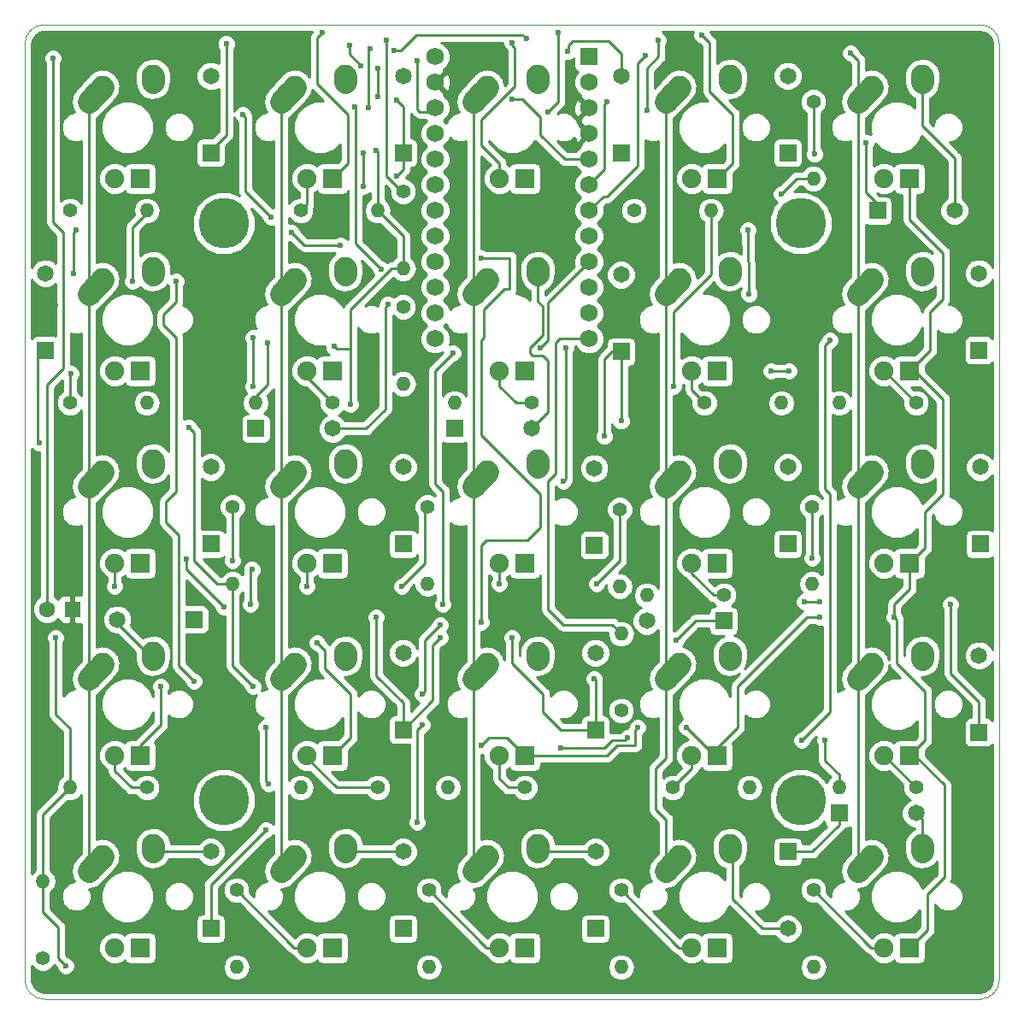
<source format=gbr>
%TF.GenerationSoftware,KiCad,Pcbnew,(5.0.0)*%
%TF.CreationDate,2018-08-25T01:11:54+03:00*%
%TF.ProjectId,Macropad,4D6163726F7061642E6B696361645F70,rev?*%
%TF.SameCoordinates,Original*%
%TF.FileFunction,Copper,L1,Top,Signal*%
%TF.FilePolarity,Positive*%
%FSLAX46Y46*%
G04 Gerber Fmt 4.6, Leading zero omitted, Abs format (unit mm)*
G04 Created by KiCad (PCBNEW (5.0.0)) date 08/25/18 01:11:54*
%MOMM*%
%LPD*%
G01*
G04 APERTURE LIST*
%ADD10C,0.100000*%
%ADD11C,1.651000*%
%ADD12R,1.651000X1.651000*%
%ADD13C,2.250000*%
%ADD14C,2.250000*%
%ADD15C,1.905000*%
%ADD16R,1.905000X1.905000*%
%ADD17C,1.400000*%
%ADD18O,1.400000X1.400000*%
%ADD19R,1.752600X1.752600*%
%ADD20C,1.752600*%
%ADD21C,5.000000*%
%ADD22R,1.600000X1.600000*%
%ADD23C,1.600000*%
%ADD24C,0.600000*%
%ADD25C,0.250000*%
%ADD26C,0.254000*%
G04 APERTURE END LIST*
D10*
X17780000Y-112395000D02*
X17780000Y-19685000D01*
X112395000Y-114300000D02*
X19685000Y-114300000D01*
X114300000Y-19685000D02*
X114300000Y-112395000D01*
X19685000Y-17780000D02*
X112395000Y-17780000D01*
X114300000Y-19685000D02*
G75*
G03X112395000Y-17780000I-1905000J0D01*
G01*
X112395000Y-114300000D02*
G75*
G03X114300000Y-112395000I0J1905000D01*
G01*
X17780000Y-112395000D02*
G75*
G03X19685000Y-114300000I1905000J0D01*
G01*
X19685000Y-17780000D02*
G75*
G03X17780000Y-19685000I0J-1905000D01*
G01*
D11*
X36195000Y-22860000D03*
D12*
X36195000Y-30480000D03*
D11*
X55245000Y-22860000D03*
D12*
X55245000Y-30480000D03*
D11*
X76835000Y-22860000D03*
D12*
X76835000Y-30480000D03*
D11*
X93345000Y-22860000D03*
D12*
X93345000Y-30480000D03*
D11*
X109855000Y-36195000D03*
D12*
X102235000Y-36195000D03*
D11*
X19812000Y-42418000D03*
D12*
X19812000Y-50038000D03*
D11*
X48260000Y-57785000D03*
D12*
X40640000Y-57785000D03*
D11*
X67945000Y-57785000D03*
D12*
X60325000Y-57785000D03*
D11*
X76835000Y-42545000D03*
D12*
X76835000Y-50165000D03*
D11*
X112268000Y-42418000D03*
D12*
X112268000Y-50038000D03*
D11*
X36195000Y-61595000D03*
D12*
X36195000Y-69215000D03*
D11*
X55245000Y-61595000D03*
D12*
X55245000Y-69215000D03*
D11*
X74168000Y-61722000D03*
D12*
X74168000Y-69342000D03*
D11*
X93345000Y-61595000D03*
D12*
X93345000Y-69215000D03*
D11*
X112395000Y-61595000D03*
D12*
X112395000Y-69215000D03*
D11*
X26924000Y-76708000D03*
D12*
X34544000Y-76708000D03*
D11*
X55245000Y-80010000D03*
D12*
X55245000Y-87630000D03*
D11*
X74295000Y-80010000D03*
D12*
X74295000Y-87630000D03*
D11*
X79375000Y-76835000D03*
D12*
X86995000Y-76835000D03*
D11*
X112268000Y-80264000D03*
D12*
X112268000Y-87884000D03*
D11*
X36195000Y-99695000D03*
D12*
X36195000Y-107315000D03*
D11*
X55245000Y-99695000D03*
D12*
X55245000Y-107315000D03*
D11*
X74295000Y-99695000D03*
D12*
X74295000Y-107315000D03*
D11*
X93345000Y-107315000D03*
D12*
X93345000Y-99695000D03*
D11*
X106045000Y-95885000D03*
D12*
X98425000Y-95885000D03*
D13*
X30460000Y-23150000D03*
D14*
X30440000Y-23440000D02*
X30480000Y-22860000D01*
D13*
X30480000Y-22860000D03*
X24785000Y-24670000D03*
D14*
X24130000Y-25400000D02*
X25440000Y-23940000D01*
D13*
X25440000Y-23940000D03*
D15*
X26670000Y-33020000D03*
D16*
X29210000Y-33020000D03*
D13*
X49510000Y-23150000D03*
D14*
X49490000Y-23440000D02*
X49530000Y-22860000D01*
D13*
X49530000Y-22860000D03*
X43835000Y-24670000D03*
D14*
X43180000Y-25400000D02*
X44490000Y-23940000D01*
D13*
X44490000Y-23940000D03*
D15*
X45720000Y-33020000D03*
D16*
X48260000Y-33020000D03*
D13*
X68560000Y-23150000D03*
D14*
X68540000Y-23440000D02*
X68580000Y-22860000D01*
D13*
X68580000Y-22860000D03*
X62885000Y-24670000D03*
D14*
X62230000Y-25400000D02*
X63540000Y-23940000D01*
D13*
X63540000Y-23940000D03*
D15*
X64770000Y-33020000D03*
D16*
X67310000Y-33020000D03*
D13*
X87610000Y-23150000D03*
D14*
X87590000Y-23440000D02*
X87630000Y-22860000D01*
D13*
X87630000Y-22860000D03*
X81935000Y-24670000D03*
D14*
X81280000Y-25400000D02*
X82590000Y-23940000D01*
D13*
X82590000Y-23940000D03*
D15*
X83820000Y-33020000D03*
D16*
X86360000Y-33020000D03*
D13*
X106660000Y-23150000D03*
D14*
X106640000Y-23440000D02*
X106680000Y-22860000D01*
D13*
X106680000Y-22860000D03*
X100985000Y-24670000D03*
D14*
X100330000Y-25400000D02*
X101640000Y-23940000D01*
D13*
X101640000Y-23940000D03*
D15*
X102870000Y-33020000D03*
D16*
X105410000Y-33020000D03*
D13*
X30460000Y-42200000D03*
D14*
X30440000Y-42490000D02*
X30480000Y-41910000D01*
D13*
X30480000Y-41910000D03*
X24785000Y-43720000D03*
D14*
X24130000Y-44450000D02*
X25440000Y-42990000D01*
D13*
X25440000Y-42990000D03*
D15*
X26670000Y-52070000D03*
D16*
X29210000Y-52070000D03*
D13*
X49510000Y-42200000D03*
D14*
X49490000Y-42490000D02*
X49530000Y-41910000D01*
D13*
X49530000Y-41910000D03*
X43835000Y-43720000D03*
D14*
X43180000Y-44450000D02*
X44490000Y-42990000D01*
D13*
X44490000Y-42990000D03*
D15*
X45720000Y-52070000D03*
D16*
X48260000Y-52070000D03*
D13*
X68560000Y-42200000D03*
D14*
X68540000Y-42490000D02*
X68580000Y-41910000D01*
D13*
X68580000Y-41910000D03*
X62885000Y-43720000D03*
D14*
X62230000Y-44450000D02*
X63540000Y-42990000D01*
D13*
X63540000Y-42990000D03*
D15*
X64770000Y-52070000D03*
D16*
X67310000Y-52070000D03*
D13*
X87610000Y-42200000D03*
D14*
X87590000Y-42490000D02*
X87630000Y-41910000D01*
D13*
X87630000Y-41910000D03*
X81935000Y-43720000D03*
D14*
X81280000Y-44450000D02*
X82590000Y-42990000D01*
D13*
X82590000Y-42990000D03*
D15*
X83820000Y-52070000D03*
D16*
X86360000Y-52070000D03*
D13*
X106660000Y-42200000D03*
D14*
X106640000Y-42490000D02*
X106680000Y-41910000D01*
D13*
X106680000Y-41910000D03*
X100985000Y-43720000D03*
D14*
X100330000Y-44450000D02*
X101640000Y-42990000D01*
D13*
X101640000Y-42990000D03*
D15*
X102870000Y-52070000D03*
D16*
X105410000Y-52070000D03*
D13*
X30460000Y-61250000D03*
D14*
X30440000Y-61540000D02*
X30480000Y-60960000D01*
D13*
X30480000Y-60960000D03*
X24785000Y-62770000D03*
D14*
X24130000Y-63500000D02*
X25440000Y-62040000D01*
D13*
X25440000Y-62040000D03*
D15*
X26670000Y-71120000D03*
D16*
X29210000Y-71120000D03*
D13*
X49510000Y-61250000D03*
D14*
X49490000Y-61540000D02*
X49530000Y-60960000D01*
D13*
X49530000Y-60960000D03*
X43835000Y-62770000D03*
D14*
X43180000Y-63500000D02*
X44490000Y-62040000D01*
D13*
X44490000Y-62040000D03*
D15*
X45720000Y-71120000D03*
D16*
X48260000Y-71120000D03*
D13*
X68560000Y-61250000D03*
D14*
X68540000Y-61540000D02*
X68580000Y-60960000D01*
D13*
X68580000Y-60960000D03*
X62885000Y-62770000D03*
D14*
X62230000Y-63500000D02*
X63540000Y-62040000D01*
D13*
X63540000Y-62040000D03*
D15*
X64770000Y-71120000D03*
D16*
X67310000Y-71120000D03*
D13*
X87610000Y-61250000D03*
D14*
X87590000Y-61540000D02*
X87630000Y-60960000D01*
D13*
X87630000Y-60960000D03*
X81935000Y-62770000D03*
D14*
X81280000Y-63500000D02*
X82590000Y-62040000D01*
D13*
X82590000Y-62040000D03*
D15*
X83820000Y-71120000D03*
D16*
X86360000Y-71120000D03*
D13*
X106660000Y-61250000D03*
D14*
X106640000Y-61540000D02*
X106680000Y-60960000D01*
D13*
X106680000Y-60960000D03*
X100985000Y-62770000D03*
D14*
X100330000Y-63500000D02*
X101640000Y-62040000D01*
D13*
X101640000Y-62040000D03*
D15*
X102870000Y-71120000D03*
D16*
X105410000Y-71120000D03*
D13*
X30460000Y-80300000D03*
D14*
X30440000Y-80590000D02*
X30480000Y-80010000D01*
D13*
X30480000Y-80010000D03*
X24785000Y-81820000D03*
D14*
X24130000Y-82550000D02*
X25440000Y-81090000D01*
D13*
X25440000Y-81090000D03*
D15*
X26670000Y-90170000D03*
D16*
X29210000Y-90170000D03*
D13*
X49510000Y-80300000D03*
D14*
X49490000Y-80590000D02*
X49530000Y-80010000D01*
D13*
X49530000Y-80010000D03*
X43835000Y-81820000D03*
D14*
X43180000Y-82550000D02*
X44490000Y-81090000D01*
D13*
X44490000Y-81090000D03*
D15*
X45720000Y-90170000D03*
D16*
X48260000Y-90170000D03*
D13*
X68560000Y-80300000D03*
D14*
X68540000Y-80590000D02*
X68580000Y-80010000D01*
D13*
X68580000Y-80010000D03*
X62885000Y-81820000D03*
D14*
X62230000Y-82550000D02*
X63540000Y-81090000D01*
D13*
X63540000Y-81090000D03*
D15*
X64770000Y-90170000D03*
D16*
X67310000Y-90170000D03*
D13*
X87610000Y-80300000D03*
D14*
X87590000Y-80590000D02*
X87630000Y-80010000D01*
D13*
X87630000Y-80010000D03*
X81935000Y-81820000D03*
D14*
X81280000Y-82550000D02*
X82590000Y-81090000D01*
D13*
X82590000Y-81090000D03*
D15*
X83820000Y-90170000D03*
D16*
X86360000Y-90170000D03*
D13*
X106660000Y-80300000D03*
D14*
X106640000Y-80590000D02*
X106680000Y-80010000D01*
D13*
X106680000Y-80010000D03*
X100985000Y-81820000D03*
D14*
X100330000Y-82550000D02*
X101640000Y-81090000D01*
D13*
X101640000Y-81090000D03*
D15*
X102870000Y-90170000D03*
D16*
X105410000Y-90170000D03*
D13*
X30460000Y-99350000D03*
D14*
X30440000Y-99640000D02*
X30480000Y-99060000D01*
D13*
X30480000Y-99060000D03*
X24785000Y-100870000D03*
D14*
X24130000Y-101600000D02*
X25440000Y-100140000D01*
D13*
X25440000Y-100140000D03*
D15*
X26670000Y-109220000D03*
D16*
X29210000Y-109220000D03*
D13*
X49510000Y-99350000D03*
D14*
X49490000Y-99640000D02*
X49530000Y-99060000D01*
D13*
X49530000Y-99060000D03*
X43835000Y-100870000D03*
D14*
X43180000Y-101600000D02*
X44490000Y-100140000D01*
D13*
X44490000Y-100140000D03*
D15*
X45720000Y-109220000D03*
D16*
X48260000Y-109220000D03*
D13*
X68560000Y-99350000D03*
D14*
X68540000Y-99640000D02*
X68580000Y-99060000D01*
D13*
X68580000Y-99060000D03*
X62885000Y-100870000D03*
D14*
X62230000Y-101600000D02*
X63540000Y-100140000D01*
D13*
X63540000Y-100140000D03*
D15*
X64770000Y-109220000D03*
D16*
X67310000Y-109220000D03*
D13*
X87610000Y-99350000D03*
D14*
X87590000Y-99640000D02*
X87630000Y-99060000D01*
D13*
X87630000Y-99060000D03*
X81935000Y-100870000D03*
D14*
X81280000Y-101600000D02*
X82590000Y-100140000D01*
D13*
X82590000Y-100140000D03*
D15*
X83820000Y-109220000D03*
D16*
X86360000Y-109220000D03*
D13*
X106660000Y-99350000D03*
D14*
X106640000Y-99640000D02*
X106680000Y-99060000D01*
D13*
X106680000Y-99060000D03*
X100985000Y-100870000D03*
D14*
X100330000Y-101600000D02*
X101640000Y-100140000D01*
D13*
X101640000Y-100140000D03*
D15*
X102870000Y-109220000D03*
D16*
X105410000Y-109220000D03*
D17*
X76835000Y-85725000D03*
D18*
X76835000Y-78105000D03*
D17*
X22225000Y-36195000D03*
D18*
X29845000Y-36195000D03*
D17*
X45085000Y-36195000D03*
D18*
X52705000Y-36195000D03*
D17*
X55245000Y-34290000D03*
D18*
X55245000Y-41910000D03*
D17*
X78105000Y-36195000D03*
D18*
X85725000Y-36195000D03*
D17*
X95885000Y-25400000D03*
D18*
X95885000Y-33020000D03*
D17*
X22225000Y-55245000D03*
D18*
X29845000Y-55245000D03*
D17*
X48260000Y-55245000D03*
D18*
X40640000Y-55245000D03*
D17*
X67945000Y-55245000D03*
D18*
X60325000Y-55245000D03*
D17*
X85090000Y-55245000D03*
D18*
X92710000Y-55245000D03*
D17*
X106045000Y-55245000D03*
D18*
X98425000Y-55245000D03*
D17*
X38354000Y-65532000D03*
D18*
X38354000Y-73152000D03*
D17*
X57658000Y-65532000D03*
D18*
X57658000Y-73152000D03*
D17*
X76708000Y-65786000D03*
D18*
X76708000Y-73406000D03*
D17*
X86995000Y-74295000D03*
D18*
X79375000Y-74295000D03*
D17*
X95758000Y-65532000D03*
D18*
X95758000Y-73152000D03*
D17*
X29845000Y-93345000D03*
D18*
X22225000Y-93345000D03*
D17*
X52705000Y-93345000D03*
D18*
X45085000Y-93345000D03*
D17*
X67310000Y-93345000D03*
D18*
X59690000Y-93345000D03*
D17*
X81915000Y-93345000D03*
D18*
X89535000Y-93345000D03*
D17*
X106045000Y-93345000D03*
D18*
X98425000Y-93345000D03*
D17*
X19558000Y-110236000D03*
D18*
X19558000Y-102616000D03*
D17*
X38735000Y-103505000D03*
D18*
X38735000Y-111125000D03*
D17*
X57785000Y-103505000D03*
D18*
X57785000Y-111125000D03*
D17*
X76835000Y-103505000D03*
D18*
X76835000Y-111125000D03*
D17*
X95885000Y-103505000D03*
D18*
X95885000Y-111125000D03*
D17*
X55245000Y-45720000D03*
D18*
X55245000Y-53340000D03*
D19*
X73660000Y-20955000D03*
D20*
X73660000Y-23495000D03*
X73660000Y-26035000D03*
X73660000Y-28575000D03*
X73660000Y-31115000D03*
X73660000Y-33655000D03*
X73660000Y-36195000D03*
X73660000Y-38735000D03*
X73660000Y-41275000D03*
X73660000Y-43815000D03*
X73660000Y-46355000D03*
X73660000Y-48895000D03*
X58420000Y-48895000D03*
X58420000Y-46355000D03*
X58420000Y-43815000D03*
X58420000Y-41275000D03*
X58420000Y-38735000D03*
X58420000Y-36195000D03*
X58420000Y-33655000D03*
X58420000Y-31115000D03*
X58420000Y-28575000D03*
X58420000Y-26035000D03*
X58420000Y-23495000D03*
X58420000Y-20955000D03*
D21*
X94615000Y-37465000D03*
X94615000Y-94615000D03*
X37465000Y-94615000D03*
X37465000Y-37465000D03*
D22*
X22475000Y-75665000D03*
D23*
X19975000Y-75665000D03*
D24*
X94488000Y-45008800D03*
X94996000Y-82346800D03*
X94386400Y-90322400D03*
X37236400Y-88950800D03*
X36982400Y-82245200D03*
X41097200Y-39370000D03*
X37490400Y-45720000D03*
X98742500Y-39243000D03*
X66395600Y-36614100D03*
X91109800Y-58547000D03*
X93154500Y-102971600D03*
X53606700Y-58801000D03*
X54851300Y-50558700D03*
X51701700Y-50304700D03*
X56515000Y-56413400D03*
X57264300Y-54051200D03*
X59918600Y-53162200D03*
X60985400Y-34556700D03*
X55041800Y-65354200D03*
X24777700Y-19723100D03*
X90843100Y-74968100D03*
X99009200Y-73812400D03*
X101981000Y-77838300D03*
X98704400Y-60121800D03*
X59867800Y-60185300D03*
X90154760Y-31897320D03*
X72268080Y-110271560D03*
X80492600Y-110205520D03*
X90693240Y-110246160D03*
X53660040Y-110261400D03*
X61031120Y-110190280D03*
X58826400Y-108077000D03*
X51683920Y-108305600D03*
X40370760Y-108097320D03*
X42301160Y-110302040D03*
X33954720Y-110413800D03*
X40838120Y-77089000D03*
X52191920Y-72329040D03*
X23012400Y-50200560D03*
X20828000Y-45577760D03*
X19034760Y-45577760D03*
X51785520Y-38354000D03*
X48818800Y-37566600D03*
X48905160Y-30322520D03*
X102458520Y-93817440D03*
X83215480Y-75204320D03*
X85100160Y-78313280D03*
X54610000Y-32766000D03*
X51308000Y-30480000D03*
X51308000Y-33782000D03*
X79375000Y-26289000D03*
X80518000Y-19304000D03*
X67437000Y-19177000D03*
X54356000Y-20320000D03*
X51943000Y-20193000D03*
X51816000Y-26035000D03*
X37719000Y-19685000D03*
X49911000Y-19812000D03*
X51054000Y-21844000D03*
X52705000Y-22098000D03*
X52705000Y-24892000D03*
X54610000Y-25273000D03*
X101092000Y-29464000D03*
X71501000Y-20447000D03*
X22860000Y-38100000D03*
X22606000Y-42418000D03*
X19177000Y-59182000D03*
X75184000Y-58547000D03*
X76835000Y-57023000D03*
X53721000Y-45466000D03*
X59182000Y-75184000D03*
X60198000Y-50292000D03*
X52578000Y-76454000D03*
X58928000Y-78486000D03*
X66040000Y-78486000D03*
X74168000Y-82550000D03*
X82296000Y-78740000D03*
X94996000Y-74930000D03*
X96520000Y-74930000D03*
X109474000Y-75184000D03*
X41656000Y-97536000D03*
X56642000Y-96774000D03*
X57150000Y-87122000D03*
X57150000Y-84074000D03*
X58928000Y-77216000D03*
X62992000Y-76962000D03*
X62992000Y-40894000D03*
X49022000Y-39624000D03*
X44196000Y-38354000D03*
X42164000Y-36830000D03*
X39370000Y-26670000D03*
X78486000Y-87376000D03*
X83312000Y-87376000D03*
X33782000Y-70739000D03*
X37465000Y-75438000D03*
X40132000Y-75184000D03*
X40259000Y-71755000D03*
X91694000Y-52070000D03*
X93472000Y-52070000D03*
X103886000Y-76454000D03*
X96520000Y-76454000D03*
X62992000Y-89154000D03*
X46736000Y-78994000D03*
X31242000Y-83312000D03*
X84836000Y-18796000D03*
X70612000Y-18542000D03*
X69596000Y-26416000D03*
X47244000Y-18542000D03*
X53086000Y-42037000D03*
X50419000Y-25908000D03*
X66040000Y-25146000D03*
X53594000Y-19304000D03*
X66040000Y-19558000D03*
X75438000Y-25400000D03*
X79248000Y-20828000D03*
X99568000Y-20574000D03*
X96012000Y-30607000D03*
X22352000Y-52324000D03*
X38354000Y-70866000D03*
X26670000Y-73406000D03*
X55118000Y-73406000D03*
X45720000Y-73406000D03*
X74422000Y-73152000D03*
X64770000Y-73152000D03*
X95758000Y-70612000D03*
X32766000Y-43180000D03*
X34544000Y-82804000D03*
X40386000Y-53594000D03*
X40386000Y-48768000D03*
X77470000Y-88392000D03*
X70866000Y-89408000D03*
X94742000Y-88646000D03*
X97536000Y-49022000D03*
X68834000Y-49784000D03*
X52578000Y-30226000D03*
X82042000Y-53594000D03*
X92710000Y-34544000D03*
X89408000Y-38100000D03*
X89515662Y-44426054D03*
X48387000Y-49657000D03*
X41783000Y-49276000D03*
X41656000Y-87376000D03*
X41910000Y-92964000D03*
X34036000Y-57658000D03*
X20828000Y-78486000D03*
X21844000Y-110998000D03*
X50038000Y-55372000D03*
X97028000Y-88646000D03*
X40386000Y-83312000D03*
X28448000Y-43180000D03*
X71374000Y-49784000D03*
X71120000Y-62992000D03*
X20574000Y-21082000D03*
X56642000Y-21336000D03*
D25*
X55245000Y-30480000D02*
X55245000Y-32131000D01*
X55245000Y-32131000D02*
X54610000Y-32766000D01*
X51308000Y-30480000D02*
X51308000Y-33782000D01*
X79375000Y-26289000D02*
X79375000Y-22098000D01*
X79375000Y-22098000D02*
X80518000Y-20955000D01*
X80518000Y-20955000D02*
X80518000Y-19304000D01*
X67437000Y-19177000D02*
X67056000Y-18796000D01*
X67056000Y-18796000D02*
X56515000Y-18796000D01*
X56515000Y-18796000D02*
X54991000Y-20320000D01*
X54991000Y-20320000D02*
X54356000Y-20320000D01*
X51943000Y-20193000D02*
X51816000Y-20320000D01*
X51816000Y-20320000D02*
X51816000Y-26035000D01*
X55245000Y-30480000D02*
X55245000Y-25908000D01*
X37719000Y-28702000D02*
X36195000Y-30226000D01*
X37719000Y-19685000D02*
X37719000Y-28702000D01*
X49911000Y-20701000D02*
X49911000Y-19812000D01*
X51054000Y-21844000D02*
X49911000Y-20701000D01*
X52705000Y-24892000D02*
X52705000Y-22098000D01*
X55245000Y-25908000D02*
X54610000Y-25273000D01*
X36195000Y-30226000D02*
X36195000Y-30480000D01*
X102235000Y-36195000D02*
X102235000Y-35560000D01*
X102235000Y-35560000D02*
X101092000Y-34417000D01*
X101092000Y-34417000D02*
X101092000Y-29464000D01*
X76835000Y-20701000D02*
X76835000Y-22860000D01*
X75565000Y-19431000D02*
X76835000Y-20701000D01*
X72009000Y-19431000D02*
X75565000Y-19431000D01*
X71628000Y-19812000D02*
X72009000Y-19431000D01*
X71628000Y-20320000D02*
X71628000Y-19812000D01*
X71501000Y-20447000D02*
X71628000Y-20320000D01*
X106640000Y-23440000D02*
X106640000Y-27773000D01*
X109855000Y-30988000D02*
X109855000Y-36195000D01*
X106640000Y-27773000D02*
X109855000Y-30988000D01*
X22860000Y-38100000D02*
X22606000Y-38354000D01*
X22606000Y-38354000D02*
X22606000Y-42418000D01*
X19050000Y-59055000D02*
X19050000Y-50800000D01*
X19177000Y-59182000D02*
X19050000Y-59055000D01*
X19050000Y-50800000D02*
X19812000Y-50038000D01*
X76835000Y-50165000D02*
X75946000Y-50165000D01*
X75184000Y-50927000D02*
X75184000Y-58547000D01*
X75946000Y-50165000D02*
X75184000Y-50927000D01*
X76835000Y-57023000D02*
X76835000Y-50165000D01*
X51562000Y-57785000D02*
X48260000Y-57785000D01*
X53467000Y-55880000D02*
X51562000Y-57785000D01*
X53467000Y-45720000D02*
X53467000Y-55880000D01*
X53721000Y-45466000D02*
X53467000Y-45720000D01*
X68540000Y-42490000D02*
X68540000Y-45172000D01*
X69596000Y-56134000D02*
X67945000Y-57785000D01*
X69596000Y-51054000D02*
X69596000Y-56134000D01*
X69088000Y-50546000D02*
X69596000Y-51054000D01*
X68072000Y-50546000D02*
X69088000Y-50546000D01*
X67818000Y-50292000D02*
X68072000Y-50546000D01*
X67818000Y-49784000D02*
X67818000Y-50292000D01*
X69088000Y-48514000D02*
X67818000Y-49784000D01*
X69088000Y-45720000D02*
X69088000Y-48514000D01*
X68540000Y-45172000D02*
X69088000Y-45720000D01*
X26924000Y-76708000D02*
X26924000Y-77074000D01*
X26924000Y-77074000D02*
X30440000Y-80590000D01*
X58420000Y-53594000D02*
X58420000Y-52070000D01*
X59182000Y-75184000D02*
X59182000Y-64008000D01*
X59182000Y-64008000D02*
X58420000Y-63246000D01*
X58420000Y-63246000D02*
X58420000Y-53594000D01*
X58420000Y-52070000D02*
X60198000Y-50292000D01*
X55245000Y-87630000D02*
X55245000Y-84963000D01*
X52578000Y-82296000D02*
X52578000Y-76454000D01*
X55245000Y-84963000D02*
X52578000Y-82296000D01*
X74295000Y-87630000D02*
X70866000Y-87630000D01*
X58166000Y-84709000D02*
X55245000Y-87630000D01*
X58166000Y-79248000D02*
X58166000Y-84709000D01*
X58928000Y-78486000D02*
X58166000Y-79248000D01*
X66040000Y-81026000D02*
X66040000Y-78486000D01*
X69088000Y-84074000D02*
X66040000Y-81026000D01*
X69088000Y-85852000D02*
X69088000Y-84074000D01*
X70866000Y-87630000D02*
X69088000Y-85852000D01*
X86995000Y-76835000D02*
X84201000Y-76835000D01*
X74295000Y-82677000D02*
X74295000Y-87630000D01*
X74168000Y-82550000D02*
X74295000Y-82677000D01*
X84201000Y-76835000D02*
X82296000Y-78740000D01*
X112268000Y-87884000D02*
X112268000Y-84836000D01*
X96520000Y-74930000D02*
X94996000Y-74930000D01*
X109474000Y-82042000D02*
X109474000Y-75184000D01*
X112268000Y-84836000D02*
X109474000Y-82042000D01*
X30440000Y-99640000D02*
X36140000Y-99640000D01*
X36140000Y-99640000D02*
X36195000Y-99695000D01*
X36195000Y-102997000D02*
X36195000Y-107315000D01*
X41656000Y-97536000D02*
X36195000Y-102997000D01*
X56642000Y-87630000D02*
X56642000Y-96774000D01*
X57150000Y-87122000D02*
X56642000Y-87630000D01*
X57404000Y-83820000D02*
X57150000Y-84074000D01*
X57404000Y-78740000D02*
X57404000Y-83820000D01*
X58928000Y-77216000D02*
X57404000Y-78740000D01*
X62992000Y-69342000D02*
X62992000Y-76962000D01*
X63500000Y-68834000D02*
X62992000Y-69342000D01*
X67564000Y-68834000D02*
X63500000Y-68834000D01*
X68834000Y-67564000D02*
X67564000Y-68834000D01*
X68834000Y-64262000D02*
X68834000Y-67564000D01*
X62992000Y-58420000D02*
X68834000Y-64262000D01*
X62992000Y-49022000D02*
X62992000Y-58420000D01*
X63246000Y-48768000D02*
X62992000Y-49022000D01*
X63246000Y-45974000D02*
X63246000Y-48768000D01*
X65278000Y-43942000D02*
X63246000Y-45974000D01*
X65786000Y-43942000D02*
X65278000Y-43942000D01*
X65786000Y-40894000D02*
X65786000Y-43942000D01*
X62992000Y-40894000D02*
X65786000Y-40894000D01*
X98425000Y-95885000D02*
X98425000Y-97028000D01*
X95758000Y-99695000D02*
X93345000Y-99695000D01*
X98425000Y-97028000D02*
X95758000Y-99695000D01*
X49490000Y-99640000D02*
X55190000Y-99640000D01*
X55190000Y-99640000D02*
X55245000Y-99695000D01*
X68540000Y-99640000D02*
X74240000Y-99640000D01*
X74240000Y-99640000D02*
X74295000Y-99695000D01*
X93345000Y-107315000D02*
X90805000Y-107315000D01*
X87884000Y-104394000D02*
X87884000Y-99934000D01*
X90805000Y-107315000D02*
X87884000Y-104394000D01*
X87884000Y-99934000D02*
X87590000Y-99640000D01*
X106640000Y-99640000D02*
X106640000Y-96480000D01*
X106640000Y-96480000D02*
X106045000Y-95885000D01*
X45466000Y-39624000D02*
X49022000Y-39624000D01*
X44196000Y-38354000D02*
X45466000Y-39624000D01*
X39624000Y-34290000D02*
X42164000Y-36830000D01*
X39624000Y-26924000D02*
X39624000Y-34290000D01*
X39370000Y-26670000D02*
X39624000Y-26924000D01*
X24130000Y-44450000D02*
X24130000Y-63500000D01*
X24130000Y-25400000D02*
X24130000Y-44450000D01*
X24130000Y-82550000D02*
X24130000Y-63500000D01*
X24130000Y-101600000D02*
X24130000Y-82550000D01*
X75438000Y-90170000D02*
X76454000Y-89154000D01*
X67310000Y-90170000D02*
X75438000Y-90170000D01*
X78232000Y-87630000D02*
X78232000Y-89154000D01*
X78486000Y-87376000D02*
X78232000Y-87630000D01*
X83312000Y-87376000D02*
X86106000Y-90170000D01*
X76454000Y-89154000D02*
X78232000Y-89154000D01*
X105410000Y-90170000D02*
X105918000Y-90170000D01*
X105918000Y-90170000D02*
X108839000Y-93091000D01*
X107188000Y-107442000D02*
X105410000Y-109220000D01*
X107188000Y-103886000D02*
X107188000Y-107442000D01*
X108839000Y-102235000D02*
X107188000Y-103886000D01*
X108839000Y-93091000D02*
X108839000Y-102235000D01*
X33782000Y-71755000D02*
X33782000Y-70739000D01*
X37465000Y-75438000D02*
X33782000Y-71755000D01*
X40132000Y-71882000D02*
X40132000Y-75184000D01*
X40259000Y-71755000D02*
X40132000Y-71882000D01*
X93472000Y-52070000D02*
X91694000Y-52070000D01*
X105410000Y-33020000D02*
X105410000Y-37084000D01*
X107442000Y-50038000D02*
X105410000Y-52070000D01*
X107442000Y-46228000D02*
X107442000Y-50038000D01*
X108712000Y-44958000D02*
X107442000Y-46228000D01*
X108712000Y-40386000D02*
X108712000Y-44958000D01*
X105410000Y-37084000D02*
X108712000Y-40386000D01*
X105410000Y-52070000D02*
X105918000Y-52070000D01*
X105918000Y-52070000D02*
X108712000Y-54864000D01*
X108712000Y-54864000D02*
X108712000Y-64262000D01*
X108712000Y-64262000D02*
X106934000Y-66040000D01*
X106934000Y-66040000D02*
X106934000Y-69596000D01*
X106934000Y-69596000D02*
X105410000Y-71120000D01*
X103886000Y-76454000D02*
X103886000Y-75184000D01*
X105410000Y-73660000D02*
X105410000Y-71120000D01*
X103886000Y-75184000D02*
X105410000Y-73660000D01*
X86360000Y-90170000D02*
X86360000Y-89408000D01*
X86360000Y-89408000D02*
X88392000Y-87376000D01*
X106934000Y-88646000D02*
X105410000Y-90170000D01*
X106934000Y-83820000D02*
X106934000Y-88646000D01*
X104140000Y-81026000D02*
X106934000Y-83820000D01*
X104140000Y-76708000D02*
X104140000Y-81026000D01*
X103886000Y-76454000D02*
X104140000Y-76708000D01*
X95250000Y-76454000D02*
X96520000Y-76454000D01*
X88392000Y-83312000D02*
X95250000Y-76454000D01*
X88392000Y-87376000D02*
X88392000Y-83312000D01*
X86360000Y-90170000D02*
X86106000Y-90170000D01*
X65532000Y-88392000D02*
X67310000Y-90170000D01*
X63754000Y-88392000D02*
X65532000Y-88392000D01*
X62992000Y-89154000D02*
X63754000Y-88392000D01*
X29210000Y-90170000D02*
X29210000Y-89154000D01*
X50038000Y-88392000D02*
X48260000Y-90170000D01*
X50038000Y-84074000D02*
X50038000Y-88392000D01*
X47498000Y-81534000D02*
X50038000Y-84074000D01*
X47498000Y-79756000D02*
X47498000Y-81534000D01*
X46736000Y-78994000D02*
X47498000Y-79756000D01*
X31242000Y-87122000D02*
X31242000Y-83312000D01*
X29210000Y-89154000D02*
X31242000Y-87122000D01*
X87884000Y-31496000D02*
X86360000Y-33020000D01*
X87884000Y-26670000D02*
X87884000Y-31496000D01*
X85598000Y-24384000D02*
X87884000Y-26670000D01*
X85598000Y-19558000D02*
X85598000Y-24384000D01*
X84836000Y-18796000D02*
X85598000Y-19558000D01*
X69596000Y-26416000D02*
X70612000Y-25400000D01*
X70612000Y-25400000D02*
X70612000Y-18542000D01*
X49784000Y-31496000D02*
X48260000Y-33020000D01*
X49784000Y-26670000D02*
X49784000Y-31496000D01*
X46736000Y-23622000D02*
X49784000Y-26670000D01*
X46736000Y-19050000D02*
X46736000Y-23622000D01*
X47244000Y-18542000D02*
X46736000Y-19050000D01*
X50546000Y-39497000D02*
X53086000Y-42037000D01*
X50546000Y-26035000D02*
X50546000Y-39497000D01*
X50419000Y-25908000D02*
X50546000Y-26035000D01*
X43180000Y-82550000D02*
X43180000Y-101600000D01*
X43180000Y-63500000D02*
X43180000Y-82550000D01*
X43180000Y-44450000D02*
X43180000Y-63500000D01*
X43180000Y-25400000D02*
X43180000Y-44450000D01*
X45720000Y-33020000D02*
X45720000Y-35560000D01*
X45720000Y-35560000D02*
X45085000Y-36195000D01*
X73660000Y-31115000D02*
X71247000Y-31115000D01*
X67056000Y-25146000D02*
X66040000Y-25146000D01*
X68834000Y-26924000D02*
X67056000Y-25146000D01*
X68834000Y-28702000D02*
X68834000Y-26924000D01*
X71247000Y-31115000D02*
X68834000Y-28702000D01*
X62230000Y-44450000D02*
X62230000Y-25400000D01*
X62230000Y-63500000D02*
X62230000Y-44450000D01*
X62230000Y-82550000D02*
X62230000Y-63500000D01*
X62230000Y-101600000D02*
X62230000Y-82550000D01*
X64770000Y-33020000D02*
X64770000Y-31496000D01*
X53594000Y-32766000D02*
X55118000Y-34290000D01*
X53594000Y-19304000D02*
X53594000Y-32766000D01*
X66040000Y-19812000D02*
X66040000Y-19558000D01*
X66294000Y-20066000D02*
X66040000Y-19812000D01*
X66294000Y-23876000D02*
X66294000Y-20066000D01*
X62992000Y-27178000D02*
X66294000Y-23876000D01*
X62992000Y-29718000D02*
X62992000Y-27178000D01*
X64770000Y-31496000D02*
X62992000Y-29718000D01*
X55118000Y-34290000D02*
X55245000Y-34290000D01*
X75184000Y-32131000D02*
X73660000Y-33655000D01*
X75184000Y-25654000D02*
X75184000Y-32131000D01*
X75438000Y-25400000D02*
X75184000Y-25654000D01*
X81280000Y-82550000D02*
X81280000Y-90424000D01*
X81280000Y-96520000D02*
X81280000Y-101600000D01*
X80264000Y-95504000D02*
X81280000Y-96520000D01*
X80264000Y-91440000D02*
X80264000Y-95504000D01*
X81280000Y-90424000D02*
X80264000Y-91440000D01*
X81280000Y-63500000D02*
X81280000Y-82550000D01*
X81280000Y-44450000D02*
X81280000Y-63500000D01*
X81280000Y-25400000D02*
X81280000Y-44450000D01*
X100330000Y-25400000D02*
X100330000Y-21336000D01*
X75057000Y-34798000D02*
X73660000Y-36195000D01*
X75438000Y-34798000D02*
X75057000Y-34798000D01*
X78486000Y-31750000D02*
X75438000Y-34798000D01*
X78486000Y-21590000D02*
X78486000Y-31750000D01*
X79248000Y-20828000D02*
X78486000Y-21590000D01*
X100330000Y-21336000D02*
X99568000Y-20574000D01*
X100330000Y-44450000D02*
X100330000Y-25400000D01*
X100330000Y-63500000D02*
X100330000Y-44450000D01*
X100330000Y-82550000D02*
X100330000Y-63500000D01*
X100330000Y-101600000D02*
X100330000Y-82550000D01*
X95885000Y-30480000D02*
X95885000Y-25400000D01*
X96012000Y-30607000D02*
X95885000Y-30480000D01*
X22225000Y-52451000D02*
X22225000Y-55245000D01*
X22352000Y-52324000D02*
X22225000Y-52451000D01*
X45720000Y-52070000D02*
X45720000Y-52705000D01*
X45720000Y-52705000D02*
X48260000Y-55245000D01*
X64770000Y-52070000D02*
X64770000Y-53594000D01*
X66421000Y-55245000D02*
X67945000Y-55245000D01*
X64770000Y-53594000D02*
X66421000Y-55245000D01*
X83820000Y-52070000D02*
X83820000Y-53975000D01*
X83820000Y-53975000D02*
X85090000Y-55245000D01*
X102870000Y-52070000D02*
X106045000Y-55245000D01*
X26670000Y-71120000D02*
X26670000Y-73406000D01*
X38354000Y-70866000D02*
X38354000Y-65532000D01*
X45720000Y-71120000D02*
X45720000Y-73406000D01*
X57404000Y-71120000D02*
X57404000Y-65786000D01*
X55118000Y-73406000D02*
X57404000Y-71120000D01*
X57404000Y-65786000D02*
X57658000Y-65532000D01*
X64770000Y-71120000D02*
X64770000Y-73152000D01*
X76708000Y-70866000D02*
X76708000Y-65786000D01*
X74422000Y-73152000D02*
X76708000Y-70866000D01*
X83820000Y-71120000D02*
X83820000Y-72136000D01*
X85979000Y-74295000D02*
X86995000Y-74295000D01*
X83820000Y-72136000D02*
X85979000Y-74295000D01*
X95758000Y-70612000D02*
X95758000Y-65532000D01*
X26670000Y-90170000D02*
X26670000Y-91694000D01*
X28321000Y-93345000D02*
X29845000Y-93345000D01*
X26670000Y-91694000D02*
X28321000Y-93345000D01*
X45720000Y-90170000D02*
X45720000Y-90424000D01*
X45720000Y-90424000D02*
X48641000Y-93345000D01*
X48641000Y-93345000D02*
X52705000Y-93345000D01*
X64770000Y-90170000D02*
X64770000Y-92456000D01*
X65659000Y-93345000D02*
X67310000Y-93345000D01*
X64770000Y-92456000D02*
X65659000Y-93345000D01*
X83820000Y-90170000D02*
X83820000Y-91440000D01*
X83820000Y-91440000D02*
X81915000Y-93345000D01*
X102870000Y-90170000D02*
X106045000Y-93345000D01*
X45720000Y-109220000D02*
X44450000Y-109220000D01*
X44450000Y-109220000D02*
X38735000Y-103505000D01*
X64770000Y-109220000D02*
X63500000Y-109220000D01*
X63500000Y-109220000D02*
X57785000Y-103505000D01*
X83820000Y-109220000D02*
X82550000Y-109220000D01*
X82550000Y-109220000D02*
X76835000Y-103505000D01*
X102870000Y-109220000D02*
X101600000Y-109220000D01*
X101600000Y-109220000D02*
X95885000Y-103505000D01*
X71120000Y-77216000D02*
X75946000Y-77216000D01*
X69596000Y-62992000D02*
X70358000Y-62230000D01*
X70358000Y-62230000D02*
X70358000Y-49276000D01*
X70358000Y-49276000D02*
X70739000Y-48895000D01*
X73660000Y-48895000D02*
X70739000Y-48895000D01*
X69596000Y-75692000D02*
X71120000Y-77216000D01*
X69596000Y-63246000D02*
X69596000Y-75692000D01*
X69596000Y-63246000D02*
X69596000Y-62992000D01*
X75946000Y-77216000D02*
X76835000Y-78105000D01*
X32766000Y-45212000D02*
X32766000Y-43180000D01*
X31496000Y-46482000D02*
X32766000Y-45212000D01*
X31496000Y-47498000D02*
X31496000Y-46482000D01*
X32766000Y-48768000D02*
X31496000Y-47498000D01*
X32766000Y-64008000D02*
X32766000Y-48768000D01*
X31750000Y-65024000D02*
X32766000Y-64008000D01*
X31750000Y-67056000D02*
X31750000Y-65024000D01*
X33020000Y-68326000D02*
X31750000Y-67056000D01*
X33020000Y-81280000D02*
X33020000Y-68326000D01*
X34544000Y-82804000D02*
X33020000Y-81280000D01*
X40386000Y-48768000D02*
X40386000Y-53594000D01*
X77470000Y-88392000D02*
X77216000Y-88646000D01*
X77216000Y-88646000D02*
X75946000Y-88646000D01*
X75946000Y-88646000D02*
X75184000Y-89408000D01*
X75184000Y-89408000D02*
X72390000Y-89408000D01*
X70866000Y-89408000D02*
X72390000Y-89408000D01*
X97536000Y-85852000D02*
X94742000Y-88646000D01*
X97536000Y-64262000D02*
X97536000Y-85852000D01*
X97028000Y-63754000D02*
X97536000Y-64262000D01*
X97028000Y-49530000D02*
X97028000Y-63754000D01*
X97536000Y-49022000D02*
X97028000Y-49530000D01*
X68834000Y-49784000D02*
X69596000Y-49022000D01*
X69596000Y-49022000D02*
X69596000Y-45339000D01*
X69596000Y-45339000D02*
X73660000Y-41275000D01*
X52705000Y-30353000D02*
X52705000Y-36195000D01*
X52578000Y-30226000D02*
X52705000Y-30353000D01*
X82042000Y-46228000D02*
X82042000Y-53594000D01*
X85725000Y-42545000D02*
X82042000Y-46228000D01*
X85725000Y-42545000D02*
X85725000Y-36195000D01*
X94234000Y-33020000D02*
X95885000Y-33020000D01*
X92710000Y-34544000D02*
X94234000Y-33020000D01*
X89515662Y-44426054D02*
X89408000Y-38100000D01*
X40640000Y-55245000D02*
X40640000Y-54610000D01*
X40640000Y-54610000D02*
X41783000Y-53467000D01*
X48641000Y-49911000D02*
X50038000Y-49911000D01*
X48387000Y-49657000D02*
X48641000Y-49911000D01*
X41783000Y-53467000D02*
X41783000Y-49276000D01*
X41656000Y-92710000D02*
X41656000Y-87376000D01*
X41910000Y-92964000D02*
X41656000Y-92710000D01*
X36830000Y-73152000D02*
X38354000Y-73152000D01*
X34544000Y-70866000D02*
X36830000Y-73152000D01*
X34544000Y-58166000D02*
X34544000Y-70866000D01*
X34036000Y-57658000D02*
X34544000Y-58166000D01*
X22225000Y-93345000D02*
X22225000Y-87503000D01*
X20828000Y-86106000D02*
X20828000Y-78486000D01*
X22225000Y-87503000D02*
X20828000Y-86106000D01*
X19558000Y-102616000D02*
X19558000Y-96012000D01*
X19558000Y-96012000D02*
X22225000Y-93345000D01*
X19558000Y-105664000D02*
X19558000Y-102616000D01*
X21082000Y-107188000D02*
X19558000Y-105664000D01*
X21082000Y-110236000D02*
X21082000Y-107188000D01*
X21844000Y-110998000D02*
X21082000Y-110236000D01*
X29845000Y-55245000D02*
X30099000Y-55245000D01*
X50038000Y-55372000D02*
X50038000Y-49911000D01*
X50038000Y-49911000D02*
X50038000Y-45974000D01*
X50038000Y-45974000D02*
X54102000Y-41910000D01*
X54102000Y-41910000D02*
X55245000Y-41910000D01*
X55245000Y-41910000D02*
X55245000Y-38735000D01*
X55245000Y-38735000D02*
X52705000Y-36195000D01*
X98425000Y-92075000D02*
X98425000Y-93345000D01*
X97028000Y-90678000D02*
X98425000Y-92075000D01*
X97028000Y-88646000D02*
X97028000Y-90678000D01*
X38354000Y-81280000D02*
X38354000Y-73152000D01*
X40386000Y-83312000D02*
X38354000Y-81280000D01*
X28448000Y-43180000D02*
X28448000Y-37846000D01*
X28448000Y-37846000D02*
X29845000Y-36449000D01*
X29845000Y-36449000D02*
X29845000Y-36195000D01*
X71374000Y-62738000D02*
X71374000Y-49784000D01*
X71120000Y-62992000D02*
X71374000Y-62738000D01*
X19975000Y-53431000D02*
X21590000Y-51816000D01*
X21590000Y-51816000D02*
X21590000Y-38354000D01*
X21590000Y-38354000D02*
X20574000Y-37338000D01*
X20574000Y-37338000D02*
X20574000Y-21082000D01*
X19975000Y-75665000D02*
X19975000Y-53431000D01*
X56896000Y-26416000D02*
X58039000Y-26416000D01*
X56642000Y-26162000D02*
X56896000Y-26416000D01*
X56642000Y-21336000D02*
X56642000Y-26162000D01*
X58039000Y-26416000D02*
X58420000Y-26035000D01*
D26*
G36*
X46188071Y-18502071D02*
X46020096Y-18753464D01*
X45976000Y-18975149D01*
X45976000Y-18975153D01*
X45961112Y-19050000D01*
X45976000Y-19124847D01*
X45976001Y-22936985D01*
X45823169Y-22784153D01*
X45688421Y-22604356D01*
X45577848Y-22538832D01*
X45486960Y-22447944D01*
X45279364Y-22361955D01*
X45086067Y-22247410D01*
X44958837Y-22229188D01*
X44840086Y-22180000D01*
X44615389Y-22180000D01*
X44392968Y-22148145D01*
X44268447Y-22180000D01*
X44139914Y-22180000D01*
X43932320Y-22265988D01*
X43714641Y-22321675D01*
X43611791Y-22398756D01*
X43493040Y-22447944D01*
X43334154Y-22606830D01*
X43295783Y-22635587D01*
X43211821Y-22729163D01*
X42997944Y-22943040D01*
X42979101Y-22988530D01*
X41754255Y-24353627D01*
X41487410Y-24803934D01*
X41388146Y-25497031D01*
X41561675Y-26175358D01*
X41770578Y-26454100D01*
X41614436Y-26454100D01*
X41068305Y-26680314D01*
X40650314Y-27098305D01*
X40424100Y-27644436D01*
X40424100Y-28235564D01*
X40650314Y-28781695D01*
X41068305Y-29199686D01*
X41614436Y-29425900D01*
X42205564Y-29425900D01*
X42420000Y-29337078D01*
X42420001Y-35924002D01*
X42349983Y-35895000D01*
X42303803Y-35895000D01*
X40384000Y-33975199D01*
X40384000Y-26998846D01*
X40398888Y-26923999D01*
X40384000Y-26849152D01*
X40384000Y-26849148D01*
X40339904Y-26627463D01*
X40305000Y-26575226D01*
X40305000Y-26484017D01*
X40162655Y-26140365D01*
X39899635Y-25877345D01*
X39555983Y-25735000D01*
X39184017Y-25735000D01*
X38840365Y-25877345D01*
X38577345Y-26140365D01*
X38479000Y-26377791D01*
X38479000Y-20247290D01*
X38511655Y-20214635D01*
X38654000Y-19870983D01*
X38654000Y-19499017D01*
X38511655Y-19155365D01*
X38248635Y-18892345D01*
X37904983Y-18750000D01*
X37533017Y-18750000D01*
X37189365Y-18892345D01*
X36926345Y-19155365D01*
X36784000Y-19499017D01*
X36784000Y-19870983D01*
X36926345Y-20214635D01*
X36959000Y-20247290D01*
X36959000Y-21595625D01*
X36485512Y-21399500D01*
X35904488Y-21399500D01*
X35367693Y-21621848D01*
X34956848Y-22032693D01*
X34734500Y-22569488D01*
X34734500Y-23150512D01*
X34956848Y-23687307D01*
X35367693Y-24098152D01*
X35904488Y-24320500D01*
X36485512Y-24320500D01*
X36959000Y-24124374D01*
X36959001Y-28387196D01*
X36339138Y-29007060D01*
X35369500Y-29007060D01*
X35121735Y-29056343D01*
X34911691Y-29196691D01*
X34771343Y-29406735D01*
X34722060Y-29654500D01*
X34722060Y-31305500D01*
X34771343Y-31553265D01*
X34911691Y-31763309D01*
X35121735Y-31903657D01*
X35369500Y-31952940D01*
X37020500Y-31952940D01*
X37268265Y-31903657D01*
X37478309Y-31763309D01*
X37618657Y-31553265D01*
X37667940Y-31305500D01*
X37667940Y-29827862D01*
X38203476Y-29292327D01*
X38266929Y-29249929D01*
X38309327Y-29186476D01*
X38309329Y-29186474D01*
X38434903Y-28998538D01*
X38434904Y-28998537D01*
X38479000Y-28776852D01*
X38479000Y-28776848D01*
X38493888Y-28702001D01*
X38479000Y-28627154D01*
X38479000Y-26962209D01*
X38577345Y-27199635D01*
X38840365Y-27462655D01*
X38864000Y-27472445D01*
X38864001Y-34215148D01*
X38849112Y-34290000D01*
X38864001Y-34364852D01*
X38877021Y-34430309D01*
X38908097Y-34586537D01*
X38984700Y-34701181D01*
X38088590Y-34330000D01*
X36841410Y-34330000D01*
X35689165Y-34807276D01*
X34807276Y-35689165D01*
X34330000Y-36841410D01*
X34330000Y-38088590D01*
X34807276Y-39240835D01*
X35689165Y-40122724D01*
X36841410Y-40600000D01*
X38088590Y-40600000D01*
X39240835Y-40122724D01*
X40122724Y-39240835D01*
X40600000Y-38088590D01*
X40600000Y-36841410D01*
X40246016Y-35986818D01*
X41229000Y-36969803D01*
X41229000Y-37015983D01*
X41371345Y-37359635D01*
X41634365Y-37622655D01*
X41978017Y-37765000D01*
X42349983Y-37765000D01*
X42420001Y-37735998D01*
X42420001Y-42661650D01*
X41754255Y-43403627D01*
X41487410Y-43853934D01*
X41388146Y-44547031D01*
X41561675Y-45225358D01*
X41770578Y-45504100D01*
X41614436Y-45504100D01*
X41068305Y-45730314D01*
X40650314Y-46148305D01*
X40424100Y-46694436D01*
X40424100Y-47285564D01*
X40650314Y-47831695D01*
X40707930Y-47889311D01*
X40571983Y-47833000D01*
X40200017Y-47833000D01*
X39856365Y-47975345D01*
X39593345Y-48238365D01*
X39451000Y-48582017D01*
X39451000Y-48953983D01*
X39593345Y-49297635D01*
X39626000Y-49330290D01*
X39626001Y-53031709D01*
X39593345Y-53064365D01*
X39451000Y-53408017D01*
X39451000Y-53779983D01*
X39593345Y-54123635D01*
X39722304Y-54252594D01*
X39677519Y-54282519D01*
X39382458Y-54724109D01*
X39278846Y-55245000D01*
X39382458Y-55765891D01*
X39677519Y-56207481D01*
X39834033Y-56312060D01*
X39814500Y-56312060D01*
X39566735Y-56361343D01*
X39356691Y-56501691D01*
X39216343Y-56711735D01*
X39167060Y-56959500D01*
X39167060Y-58610500D01*
X39216343Y-58858265D01*
X39356691Y-59068309D01*
X39566735Y-59208657D01*
X39814500Y-59257940D01*
X41465500Y-59257940D01*
X41713265Y-59208657D01*
X41923309Y-59068309D01*
X42063657Y-58858265D01*
X42112940Y-58610500D01*
X42112940Y-56959500D01*
X42063657Y-56711735D01*
X41923309Y-56501691D01*
X41713265Y-56361343D01*
X41465500Y-56312060D01*
X41445967Y-56312060D01*
X41602481Y-56207481D01*
X41897542Y-55765891D01*
X42001154Y-55245000D01*
X41897542Y-54724109D01*
X41778641Y-54546161D01*
X42267473Y-54057329D01*
X42330929Y-54014929D01*
X42420000Y-53881624D01*
X42420001Y-61711650D01*
X41754255Y-62453627D01*
X41487410Y-62903934D01*
X41388146Y-63597031D01*
X41561675Y-64275358D01*
X41770578Y-64554100D01*
X41614436Y-64554100D01*
X41068305Y-64780314D01*
X40650314Y-65198305D01*
X40424100Y-65744436D01*
X40424100Y-66335564D01*
X40650314Y-66881695D01*
X41068305Y-67299686D01*
X41614436Y-67525900D01*
X42205564Y-67525900D01*
X42420000Y-67437078D01*
X42420001Y-80761650D01*
X41754255Y-81503627D01*
X41487410Y-81953934D01*
X41388146Y-82647031D01*
X41561675Y-83325358D01*
X41770578Y-83604100D01*
X41614436Y-83604100D01*
X41207170Y-83772795D01*
X41321000Y-83497983D01*
X41321000Y-83126017D01*
X41178655Y-82782365D01*
X40915635Y-82519345D01*
X40571983Y-82377000D01*
X40525802Y-82377000D01*
X39114000Y-80965199D01*
X39114000Y-74249774D01*
X39316481Y-74114481D01*
X39372001Y-74031390D01*
X39372001Y-74621709D01*
X39339345Y-74654365D01*
X39197000Y-74998017D01*
X39197000Y-75369983D01*
X39339345Y-75713635D01*
X39602365Y-75976655D01*
X39946017Y-76119000D01*
X40317983Y-76119000D01*
X40661635Y-75976655D01*
X40924655Y-75713635D01*
X41067000Y-75369983D01*
X41067000Y-74998017D01*
X40924655Y-74654365D01*
X40892000Y-74621710D01*
X40892000Y-72444290D01*
X41051655Y-72284635D01*
X41194000Y-71940983D01*
X41194000Y-71569017D01*
X41051655Y-71225365D01*
X40788635Y-70962345D01*
X40444983Y-70820000D01*
X40073017Y-70820000D01*
X39729365Y-70962345D01*
X39466345Y-71225365D01*
X39324000Y-71569017D01*
X39324000Y-71940983D01*
X39372000Y-72056866D01*
X39372000Y-72272609D01*
X39316481Y-72189519D01*
X38874891Y-71894458D01*
X38485485Y-71817000D01*
X38222515Y-71817000D01*
X37833109Y-71894458D01*
X37391519Y-72189519D01*
X37256226Y-72392000D01*
X37144802Y-72392000D01*
X35440741Y-70687940D01*
X37020500Y-70687940D01*
X37268265Y-70638657D01*
X37478309Y-70498309D01*
X37520290Y-70435480D01*
X37419000Y-70680017D01*
X37419000Y-71051983D01*
X37561345Y-71395635D01*
X37824365Y-71658655D01*
X38168017Y-71801000D01*
X38539983Y-71801000D01*
X38883635Y-71658655D01*
X39146655Y-71395635D01*
X39289000Y-71051983D01*
X39289000Y-70680017D01*
X39146655Y-70336365D01*
X39114000Y-70303710D01*
X39114000Y-66659975D01*
X39485758Y-66288217D01*
X39689000Y-65797548D01*
X39689000Y-65266452D01*
X39485758Y-64775783D01*
X39110217Y-64400242D01*
X38619548Y-64197000D01*
X38088452Y-64197000D01*
X37597783Y-64400242D01*
X37222242Y-64775783D01*
X37019000Y-65266452D01*
X37019000Y-65797548D01*
X37222242Y-66288217D01*
X37594001Y-66659976D01*
X37594001Y-68104834D01*
X37478309Y-67931691D01*
X37268265Y-67791343D01*
X37020500Y-67742060D01*
X35369500Y-67742060D01*
X35304000Y-67755089D01*
X35304000Y-62769459D01*
X35367693Y-62833152D01*
X35904488Y-63055500D01*
X36485512Y-63055500D01*
X37022307Y-62833152D01*
X37433152Y-62422307D01*
X37655500Y-61885512D01*
X37655500Y-61304488D01*
X37433152Y-60767693D01*
X37022307Y-60356848D01*
X36485512Y-60134500D01*
X35904488Y-60134500D01*
X35367693Y-60356848D01*
X35304000Y-60420541D01*
X35304000Y-58240846D01*
X35318888Y-58165999D01*
X35304000Y-58091152D01*
X35304000Y-58091148D01*
X35259904Y-57869463D01*
X35182985Y-57754345D01*
X35134329Y-57681526D01*
X35134327Y-57681524D01*
X35091929Y-57618071D01*
X35028475Y-57575673D01*
X34971000Y-57518198D01*
X34971000Y-57472017D01*
X34828655Y-57128365D01*
X34565635Y-56865345D01*
X34221983Y-56723000D01*
X33850017Y-56723000D01*
X33526000Y-56857212D01*
X33526000Y-48842846D01*
X33540888Y-48767999D01*
X33526000Y-48693152D01*
X33526000Y-48693148D01*
X33481904Y-48471463D01*
X33448168Y-48420974D01*
X33861695Y-48249686D01*
X34279686Y-47831695D01*
X34505900Y-47285564D01*
X34505900Y-46694436D01*
X34279686Y-46148305D01*
X33861695Y-45730314D01*
X33448168Y-45559026D01*
X33481904Y-45508537D01*
X33526000Y-45286852D01*
X33526000Y-45286848D01*
X33540888Y-45212001D01*
X33526000Y-45137154D01*
X33526000Y-43742290D01*
X33558655Y-43709635D01*
X33701000Y-43365983D01*
X33701000Y-42994017D01*
X33558655Y-42650365D01*
X33295635Y-42387345D01*
X32951983Y-42245000D01*
X32580017Y-42245000D01*
X32236365Y-42387345D01*
X32209400Y-42414310D01*
X32216048Y-42317910D01*
X32240000Y-42260086D01*
X32240000Y-41970609D01*
X32247755Y-41858161D01*
X32240000Y-41797664D01*
X32240000Y-41559914D01*
X32195865Y-41453363D01*
X32181202Y-41338975D01*
X32063037Y-41132688D01*
X31972056Y-40913040D01*
X31890506Y-40831490D01*
X31833184Y-40731420D01*
X31645071Y-40586055D01*
X31476960Y-40417944D01*
X31370409Y-40373809D01*
X31279156Y-40303293D01*
X31049735Y-40240982D01*
X30830086Y-40150000D01*
X30714754Y-40150000D01*
X30603463Y-40119773D01*
X30367661Y-40150000D01*
X30129914Y-40150000D01*
X30023363Y-40194135D01*
X29908976Y-40208798D01*
X29702691Y-40326961D01*
X29483040Y-40417944D01*
X29401488Y-40499496D01*
X29301421Y-40556816D01*
X29208000Y-40677710D01*
X29208000Y-38160801D01*
X29838802Y-37530000D01*
X29976485Y-37530000D01*
X30365891Y-37452542D01*
X30807481Y-37157481D01*
X31102542Y-36715891D01*
X31206154Y-36195000D01*
X31102542Y-35674109D01*
X30807481Y-35232519D01*
X30365891Y-34937458D01*
X29976485Y-34860000D01*
X29713515Y-34860000D01*
X29324109Y-34937458D01*
X28882519Y-35232519D01*
X28587458Y-35674109D01*
X28483846Y-36195000D01*
X28573496Y-36645702D01*
X27963528Y-37255671D01*
X27900072Y-37298071D01*
X27857672Y-37361527D01*
X27857671Y-37361528D01*
X27732097Y-37549463D01*
X27673112Y-37846000D01*
X27688001Y-37920852D01*
X27688000Y-42617710D01*
X27655345Y-42650365D01*
X27513000Y-42994017D01*
X27513000Y-43365983D01*
X27655345Y-43709635D01*
X27918365Y-43972655D01*
X28262017Y-44115000D01*
X28633983Y-44115000D01*
X28977635Y-43972655D01*
X29196755Y-43753535D01*
X29640844Y-44096706D01*
X30316537Y-44280227D01*
X31011024Y-44191201D01*
X31618579Y-43843184D01*
X31885557Y-43497695D01*
X31973345Y-43709635D01*
X32006001Y-43742291D01*
X32006000Y-44897198D01*
X31011528Y-45891671D01*
X30948072Y-45934071D01*
X30905672Y-45997527D01*
X30905671Y-45997528D01*
X30780097Y-46185463D01*
X30721112Y-46482000D01*
X30736001Y-46556851D01*
X30736000Y-47423152D01*
X30721112Y-47498000D01*
X30736000Y-47572847D01*
X30736000Y-47572851D01*
X30780096Y-47794536D01*
X30948071Y-48045929D01*
X31011530Y-48088331D01*
X32006001Y-49082803D01*
X32006000Y-60044989D01*
X31972056Y-59963040D01*
X31890506Y-59881490D01*
X31833184Y-59781420D01*
X31645071Y-59636055D01*
X31476960Y-59467944D01*
X31370409Y-59423809D01*
X31279156Y-59353293D01*
X31049735Y-59290982D01*
X30830086Y-59200000D01*
X30714754Y-59200000D01*
X30603463Y-59169773D01*
X30367661Y-59200000D01*
X30129914Y-59200000D01*
X30023363Y-59244135D01*
X29908976Y-59258798D01*
X29702691Y-59376961D01*
X29483040Y-59467944D01*
X29401488Y-59549496D01*
X29301421Y-59606816D01*
X29156060Y-59794924D01*
X28987944Y-59963040D01*
X28943808Y-60069594D01*
X28873294Y-60160844D01*
X28810983Y-60390263D01*
X28720000Y-60609914D01*
X28720000Y-60899386D01*
X28672245Y-61591839D01*
X28738799Y-62111024D01*
X29086816Y-62718579D01*
X29640844Y-63146706D01*
X30316537Y-63330227D01*
X31011024Y-63241201D01*
X31618579Y-62893184D01*
X32006000Y-62391832D01*
X32006000Y-63693198D01*
X31265528Y-64433671D01*
X31202072Y-64476071D01*
X31159672Y-64539527D01*
X31159671Y-64539528D01*
X31034097Y-64727463D01*
X30975112Y-65024000D01*
X30990001Y-65098852D01*
X30990000Y-66981153D01*
X30975112Y-67056000D01*
X30990000Y-67130847D01*
X30990000Y-67130851D01*
X31034096Y-67352536D01*
X31202071Y-67603929D01*
X31265530Y-67646331D01*
X32260001Y-68640803D01*
X32260000Y-81205153D01*
X32245112Y-81280000D01*
X32260000Y-81354847D01*
X32260000Y-81354851D01*
X32304096Y-81576536D01*
X32472071Y-81827929D01*
X32535530Y-81870331D01*
X33609000Y-82943802D01*
X33609000Y-82989983D01*
X33751345Y-83333635D01*
X34014365Y-83596655D01*
X34358017Y-83739000D01*
X34729983Y-83739000D01*
X35073635Y-83596655D01*
X35336655Y-83333635D01*
X35479000Y-82989983D01*
X35479000Y-82618017D01*
X35336655Y-82274365D01*
X35073635Y-82011345D01*
X34729983Y-81869000D01*
X34683802Y-81869000D01*
X33780000Y-80965199D01*
X33780000Y-78180940D01*
X35369500Y-78180940D01*
X35617265Y-78131657D01*
X35827309Y-77991309D01*
X35967657Y-77781265D01*
X36016940Y-77533500D01*
X36016940Y-75882500D01*
X35967657Y-75634735D01*
X35827309Y-75424691D01*
X35617265Y-75284343D01*
X35369500Y-75235060D01*
X33780000Y-75235060D01*
X33780000Y-72827801D01*
X36530000Y-75577802D01*
X36530000Y-75623983D01*
X36672345Y-75967635D01*
X36935365Y-76230655D01*
X37279017Y-76373000D01*
X37594001Y-76373000D01*
X37594000Y-81205153D01*
X37579112Y-81280000D01*
X37594000Y-81354847D01*
X37594000Y-81354851D01*
X37638096Y-81576536D01*
X37806071Y-81827929D01*
X37869530Y-81870331D01*
X39451000Y-83451802D01*
X39451000Y-83497983D01*
X39593345Y-83841635D01*
X39856365Y-84104655D01*
X40200017Y-84247000D01*
X40571983Y-84247000D01*
X40707930Y-84190689D01*
X40650314Y-84248305D01*
X40424100Y-84794436D01*
X40424100Y-85385564D01*
X40650314Y-85931695D01*
X41068305Y-86349686D01*
X41379387Y-86478540D01*
X41126365Y-86583345D01*
X40863345Y-86846365D01*
X40721000Y-87190017D01*
X40721000Y-87561983D01*
X40863345Y-87905635D01*
X40896001Y-87938291D01*
X40896000Y-92635153D01*
X40881112Y-92710000D01*
X40896000Y-92784847D01*
X40896000Y-92784851D01*
X40940096Y-93006536D01*
X40975000Y-93058774D01*
X40975000Y-93149983D01*
X41117345Y-93493635D01*
X41380365Y-93756655D01*
X41724017Y-93899000D01*
X42095983Y-93899000D01*
X42420001Y-93764788D01*
X42420001Y-96977711D01*
X42185635Y-96743345D01*
X41841983Y-96601000D01*
X41470017Y-96601000D01*
X41126365Y-96743345D01*
X40863345Y-97006365D01*
X40721000Y-97350017D01*
X40721000Y-97396198D01*
X35710530Y-102406669D01*
X35647071Y-102449071D01*
X35479096Y-102700464D01*
X35435000Y-102922149D01*
X35435000Y-102922153D01*
X35420112Y-102997000D01*
X35435000Y-103071847D01*
X35435001Y-105842060D01*
X35369500Y-105842060D01*
X35121735Y-105891343D01*
X34911691Y-106031691D01*
X34771343Y-106241735D01*
X34722060Y-106489500D01*
X34722060Y-108140500D01*
X34771343Y-108388265D01*
X34911691Y-108598309D01*
X35121735Y-108738657D01*
X35369500Y-108787940D01*
X37020500Y-108787940D01*
X37268265Y-108738657D01*
X37478309Y-108598309D01*
X37618657Y-108388265D01*
X37667940Y-108140500D01*
X37667940Y-106489500D01*
X37618657Y-106241735D01*
X37478309Y-106031691D01*
X37268265Y-105891343D01*
X37020500Y-105842060D01*
X36955000Y-105842060D01*
X36955000Y-103311801D01*
X41795802Y-98471000D01*
X41841983Y-98471000D01*
X42185635Y-98328655D01*
X42420001Y-98094289D01*
X42420001Y-99811650D01*
X41754255Y-100553627D01*
X41487410Y-101003934D01*
X41388146Y-101697031D01*
X41561675Y-102375358D01*
X41770578Y-102654100D01*
X41614436Y-102654100D01*
X41068305Y-102880314D01*
X40650314Y-103298305D01*
X40424100Y-103844436D01*
X40424100Y-104119299D01*
X40070000Y-103765199D01*
X40070000Y-103239452D01*
X39866758Y-102748783D01*
X39491217Y-102373242D01*
X39000548Y-102170000D01*
X38469452Y-102170000D01*
X37978783Y-102373242D01*
X37603242Y-102748783D01*
X37400000Y-103239452D01*
X37400000Y-103770548D01*
X37603242Y-104261217D01*
X37978783Y-104636758D01*
X38469452Y-104840000D01*
X38995199Y-104840000D01*
X43859671Y-109704473D01*
X43902071Y-109767929D01*
X44153463Y-109935904D01*
X44311239Y-109967288D01*
X44374182Y-110119247D01*
X44820753Y-110565818D01*
X45404227Y-110807500D01*
X46035773Y-110807500D01*
X46619247Y-110565818D01*
X46731556Y-110453509D01*
X46849691Y-110630309D01*
X47059735Y-110770657D01*
X47307500Y-110819940D01*
X49212500Y-110819940D01*
X49460265Y-110770657D01*
X49670309Y-110630309D01*
X49810657Y-110420265D01*
X49859940Y-110172500D01*
X49859940Y-108267500D01*
X49810657Y-108019735D01*
X49670309Y-107809691D01*
X49460265Y-107669343D01*
X49212500Y-107620060D01*
X47307500Y-107620060D01*
X47059735Y-107669343D01*
X46849691Y-107809691D01*
X46731556Y-107986491D01*
X46619247Y-107874182D01*
X46035773Y-107632500D01*
X45404227Y-107632500D01*
X44820753Y-107874182D01*
X44499868Y-108195067D01*
X41930701Y-105625900D01*
X42205564Y-105625900D01*
X42751695Y-105399686D01*
X43169686Y-104981695D01*
X43395900Y-104435564D01*
X43395900Y-103844436D01*
X43301726Y-103617079D01*
X44361100Y-103617079D01*
X44361100Y-104662921D01*
X44761326Y-105629152D01*
X45500848Y-106368674D01*
X46467079Y-106768900D01*
X47512921Y-106768900D01*
X48187452Y-106489500D01*
X53772060Y-106489500D01*
X53772060Y-108140500D01*
X53821343Y-108388265D01*
X53961691Y-108598309D01*
X54171735Y-108738657D01*
X54419500Y-108787940D01*
X56070500Y-108787940D01*
X56318265Y-108738657D01*
X56528309Y-108598309D01*
X56668657Y-108388265D01*
X56717940Y-108140500D01*
X56717940Y-106489500D01*
X56668657Y-106241735D01*
X56528309Y-106031691D01*
X56318265Y-105891343D01*
X56070500Y-105842060D01*
X54419500Y-105842060D01*
X54171735Y-105891343D01*
X53961691Y-106031691D01*
X53821343Y-106241735D01*
X53772060Y-106489500D01*
X48187452Y-106489500D01*
X48479152Y-106368674D01*
X49218674Y-105629152D01*
X49618900Y-104662921D01*
X49618900Y-103844436D01*
X50584100Y-103844436D01*
X50584100Y-104435564D01*
X50810314Y-104981695D01*
X51228305Y-105399686D01*
X51774436Y-105625900D01*
X52365564Y-105625900D01*
X52911695Y-105399686D01*
X53329686Y-104981695D01*
X53555900Y-104435564D01*
X53555900Y-103844436D01*
X53329686Y-103298305D01*
X52911695Y-102880314D01*
X52365564Y-102654100D01*
X51774436Y-102654100D01*
X51228305Y-102880314D01*
X50810314Y-103298305D01*
X50584100Y-103844436D01*
X49618900Y-103844436D01*
X49618900Y-103617079D01*
X49218674Y-102650848D01*
X48479152Y-101911326D01*
X47512921Y-101511100D01*
X46467079Y-101511100D01*
X45500848Y-101911326D01*
X44761326Y-102650848D01*
X44361100Y-103617079D01*
X43301726Y-103617079D01*
X43204109Y-103381410D01*
X43277031Y-103391854D01*
X43955358Y-103218325D01*
X44374216Y-102904413D01*
X45768177Y-101350839D01*
X45982056Y-101136960D01*
X46068045Y-100929364D01*
X46182590Y-100736067D01*
X46200812Y-100608837D01*
X46250000Y-100490086D01*
X46250000Y-100265389D01*
X46281855Y-100042968D01*
X46250000Y-99918447D01*
X46250000Y-99789914D01*
X46209376Y-99691839D01*
X47722245Y-99691839D01*
X47788799Y-100211024D01*
X48136816Y-100818579D01*
X48690844Y-101246706D01*
X49366537Y-101430227D01*
X50061024Y-101341201D01*
X50668579Y-100993184D01*
X51096706Y-100439156D01*
X51107341Y-100400000D01*
X53956187Y-100400000D01*
X54006848Y-100522307D01*
X54417693Y-100933152D01*
X54954488Y-101155500D01*
X55535512Y-101155500D01*
X56072307Y-100933152D01*
X56483152Y-100522307D01*
X56705500Y-99985512D01*
X56705500Y-99404488D01*
X56483152Y-98867693D01*
X56072307Y-98456848D01*
X55535512Y-98234500D01*
X54954488Y-98234500D01*
X54417693Y-98456848D01*
X54006848Y-98867693D01*
X54001750Y-98880000D01*
X51290000Y-98880000D01*
X51290000Y-98709914D01*
X51245865Y-98603363D01*
X51231202Y-98488975D01*
X51113037Y-98282688D01*
X51022056Y-98063040D01*
X50940506Y-97981490D01*
X50883184Y-97881420D01*
X50695071Y-97736055D01*
X50526960Y-97567944D01*
X50420409Y-97523809D01*
X50329156Y-97453293D01*
X50099735Y-97390982D01*
X49880086Y-97300000D01*
X49764754Y-97300000D01*
X49653463Y-97269773D01*
X49417661Y-97300000D01*
X49179914Y-97300000D01*
X49073363Y-97344135D01*
X48958976Y-97358798D01*
X48752691Y-97476961D01*
X48533040Y-97567944D01*
X48451488Y-97649496D01*
X48351421Y-97706816D01*
X48206060Y-97894924D01*
X48037944Y-98063040D01*
X47993808Y-98169594D01*
X47923294Y-98260844D01*
X47860983Y-98490263D01*
X47770000Y-98709914D01*
X47770000Y-98999386D01*
X47722245Y-99691839D01*
X46209376Y-99691839D01*
X46164011Y-99582319D01*
X46108325Y-99364642D01*
X46031245Y-99261793D01*
X45982056Y-99143040D01*
X45823169Y-98984153D01*
X45688421Y-98804356D01*
X45577848Y-98738832D01*
X45486960Y-98647944D01*
X45279364Y-98561955D01*
X45086067Y-98447410D01*
X44958837Y-98429188D01*
X44840086Y-98380000D01*
X44615389Y-98380000D01*
X44392968Y-98348145D01*
X44268447Y-98380000D01*
X44139914Y-98380000D01*
X43940000Y-98462807D01*
X43940000Y-94034322D01*
X44122519Y-94307481D01*
X44564109Y-94602542D01*
X44953515Y-94680000D01*
X45216485Y-94680000D01*
X45605891Y-94602542D01*
X46047481Y-94307481D01*
X46342542Y-93865891D01*
X46446154Y-93345000D01*
X46342542Y-92824109D01*
X46047481Y-92382519D01*
X45605891Y-92087458D01*
X45216485Y-92010000D01*
X44953515Y-92010000D01*
X44564109Y-92087458D01*
X44122519Y-92382519D01*
X43940000Y-92655678D01*
X43940000Y-89854227D01*
X44132500Y-89854227D01*
X44132500Y-90485773D01*
X44374182Y-91069247D01*
X44820753Y-91515818D01*
X45404227Y-91757500D01*
X45978699Y-91757500D01*
X48050671Y-93829473D01*
X48093071Y-93892929D01*
X48156527Y-93935329D01*
X48344462Y-94060904D01*
X48392605Y-94070480D01*
X48566148Y-94105000D01*
X48566152Y-94105000D01*
X48641000Y-94119888D01*
X48715848Y-94105000D01*
X51577025Y-94105000D01*
X51948783Y-94476758D01*
X52439452Y-94680000D01*
X52970548Y-94680000D01*
X53461217Y-94476758D01*
X53836758Y-94101217D01*
X54040000Y-93610548D01*
X54040000Y-93079452D01*
X53836758Y-92588783D01*
X53461217Y-92213242D01*
X52970548Y-92010000D01*
X52439452Y-92010000D01*
X51948783Y-92213242D01*
X51577025Y-92585000D01*
X48955802Y-92585000D01*
X48140742Y-91769940D01*
X49212500Y-91769940D01*
X49460265Y-91720657D01*
X49670309Y-91580309D01*
X49810657Y-91370265D01*
X49859940Y-91122500D01*
X49859940Y-89644862D01*
X50522473Y-88982329D01*
X50585929Y-88939929D01*
X50628924Y-88875582D01*
X50753904Y-88688538D01*
X50766669Y-88624365D01*
X50798000Y-88466852D01*
X50798000Y-88466848D01*
X50812888Y-88392000D01*
X50798000Y-88317152D01*
X50798000Y-85901966D01*
X50810314Y-85931695D01*
X51228305Y-86349686D01*
X51774436Y-86575900D01*
X52365564Y-86575900D01*
X52911695Y-86349686D01*
X53329686Y-85931695D01*
X53555900Y-85385564D01*
X53555900Y-84794436D01*
X53329686Y-84248305D01*
X52911695Y-83830314D01*
X52365564Y-83604100D01*
X51774436Y-83604100D01*
X51228305Y-83830314D01*
X50810314Y-84248305D01*
X50798000Y-84278034D01*
X50798000Y-84148846D01*
X50812888Y-84073999D01*
X50798000Y-83999152D01*
X50798000Y-83999148D01*
X50753904Y-83777463D01*
X50712102Y-83714902D01*
X50628329Y-83589526D01*
X50628327Y-83589524D01*
X50585929Y-83526071D01*
X50522476Y-83483673D01*
X49413065Y-82374263D01*
X50061024Y-82291201D01*
X50668579Y-81943184D01*
X51096706Y-81389156D01*
X51233903Y-80884022D01*
X51266048Y-80417910D01*
X51290000Y-80360086D01*
X51290000Y-80070609D01*
X51297755Y-79958161D01*
X51290000Y-79897664D01*
X51290000Y-79659914D01*
X51245865Y-79553363D01*
X51231202Y-79438975D01*
X51113037Y-79232688D01*
X51022056Y-79013040D01*
X50940506Y-78931490D01*
X50883184Y-78831420D01*
X50695071Y-78686055D01*
X50526960Y-78517944D01*
X50420409Y-78473809D01*
X50329156Y-78403293D01*
X50099735Y-78340982D01*
X49880086Y-78250000D01*
X49764754Y-78250000D01*
X49653463Y-78219773D01*
X49417661Y-78250000D01*
X49179914Y-78250000D01*
X49073363Y-78294135D01*
X48958976Y-78308798D01*
X48752691Y-78426961D01*
X48533040Y-78517944D01*
X48451488Y-78599496D01*
X48351421Y-78656816D01*
X48206060Y-78844924D01*
X48037944Y-79013040D01*
X47993808Y-79119594D01*
X47968782Y-79151980D01*
X47671000Y-78854198D01*
X47671000Y-78808017D01*
X47528655Y-78464365D01*
X47265635Y-78201345D01*
X46921983Y-78059000D01*
X46550017Y-78059000D01*
X46206365Y-78201345D01*
X45943345Y-78464365D01*
X45801000Y-78808017D01*
X45801000Y-79179983D01*
X45943345Y-79523635D01*
X46206365Y-79786655D01*
X46550017Y-79929000D01*
X46596198Y-79929000D01*
X46738000Y-80070802D01*
X46738001Y-81459148D01*
X46723112Y-81534000D01*
X46782097Y-81830537D01*
X46896713Y-82002071D01*
X46950072Y-82081929D01*
X47013528Y-82124329D01*
X47350299Y-82461100D01*
X46467079Y-82461100D01*
X45500848Y-82861326D01*
X44761326Y-83600848D01*
X44361100Y-84567079D01*
X44361100Y-85612921D01*
X44761326Y-86579152D01*
X45500848Y-87318674D01*
X46467079Y-87718900D01*
X47512921Y-87718900D01*
X48479152Y-87318674D01*
X49218674Y-86579152D01*
X49278001Y-86435925D01*
X49278001Y-88077197D01*
X48785138Y-88570060D01*
X47307500Y-88570060D01*
X47059735Y-88619343D01*
X46849691Y-88759691D01*
X46731556Y-88936491D01*
X46619247Y-88824182D01*
X46035773Y-88582500D01*
X45404227Y-88582500D01*
X44820753Y-88824182D01*
X44374182Y-89270753D01*
X44132500Y-89854227D01*
X43940000Y-89854227D01*
X43940000Y-84172254D01*
X43955358Y-84168325D01*
X44374216Y-83854413D01*
X45768177Y-82300839D01*
X45982056Y-82086960D01*
X46068045Y-81879364D01*
X46182590Y-81686067D01*
X46200812Y-81558837D01*
X46250000Y-81440086D01*
X46250000Y-81215389D01*
X46281855Y-80992968D01*
X46250000Y-80868447D01*
X46250000Y-80739914D01*
X46164011Y-80532319D01*
X46108325Y-80314642D01*
X46031245Y-80211793D01*
X45982056Y-80093040D01*
X45823169Y-79934153D01*
X45688421Y-79754356D01*
X45577848Y-79688832D01*
X45486960Y-79597944D01*
X45279364Y-79511955D01*
X45086067Y-79397410D01*
X44958837Y-79379188D01*
X44840086Y-79330000D01*
X44615389Y-79330000D01*
X44392968Y-79298145D01*
X44268447Y-79330000D01*
X44139914Y-79330000D01*
X43940000Y-79412807D01*
X43940000Y-76268017D01*
X51643000Y-76268017D01*
X51643000Y-76639983D01*
X51785345Y-76983635D01*
X51818001Y-77016291D01*
X51818000Y-82221153D01*
X51803112Y-82296000D01*
X51818000Y-82370847D01*
X51818000Y-82370851D01*
X51862096Y-82592536D01*
X52030071Y-82843929D01*
X52093530Y-82886331D01*
X54485001Y-85277803D01*
X54485001Y-86157060D01*
X54419500Y-86157060D01*
X54171735Y-86206343D01*
X53961691Y-86346691D01*
X53821343Y-86556735D01*
X53772060Y-86804500D01*
X53772060Y-88455500D01*
X53821343Y-88703265D01*
X53961691Y-88913309D01*
X54171735Y-89053657D01*
X54419500Y-89102940D01*
X55882000Y-89102940D01*
X55882001Y-96211709D01*
X55849345Y-96244365D01*
X55707000Y-96588017D01*
X55707000Y-96959983D01*
X55849345Y-97303635D01*
X56112365Y-97566655D01*
X56456017Y-97709000D01*
X56827983Y-97709000D01*
X57171635Y-97566655D01*
X57434655Y-97303635D01*
X57577000Y-96959983D01*
X57577000Y-96588017D01*
X57434655Y-96244365D01*
X57402000Y-96211710D01*
X57402000Y-93345000D01*
X58328846Y-93345000D01*
X58432458Y-93865891D01*
X58727519Y-94307481D01*
X59169109Y-94602542D01*
X59558515Y-94680000D01*
X59821485Y-94680000D01*
X60210891Y-94602542D01*
X60652481Y-94307481D01*
X60947542Y-93865891D01*
X61051154Y-93345000D01*
X60947542Y-92824109D01*
X60652481Y-92382519D01*
X60210891Y-92087458D01*
X59821485Y-92010000D01*
X59558515Y-92010000D01*
X59169109Y-92087458D01*
X58727519Y-92382519D01*
X58432458Y-92824109D01*
X58328846Y-93345000D01*
X57402000Y-93345000D01*
X57402000Y-88029655D01*
X57679635Y-87914655D01*
X57942655Y-87651635D01*
X58085000Y-87307983D01*
X58085000Y-86936017D01*
X57942655Y-86592365D01*
X57679635Y-86329345D01*
X57637790Y-86312012D01*
X58650473Y-85299329D01*
X58713929Y-85256929D01*
X58756924Y-85192582D01*
X58881904Y-85005538D01*
X58909529Y-84866655D01*
X58926000Y-84783852D01*
X58926000Y-84783848D01*
X58940888Y-84709000D01*
X58926000Y-84634152D01*
X58926000Y-79562801D01*
X59067801Y-79421000D01*
X59113983Y-79421000D01*
X59457635Y-79278655D01*
X59720655Y-79015635D01*
X59863000Y-78671983D01*
X59863000Y-78300017D01*
X59720655Y-77956365D01*
X59615290Y-77851000D01*
X59720655Y-77745635D01*
X59863000Y-77401983D01*
X59863000Y-77030017D01*
X59720655Y-76686365D01*
X59457635Y-76423345D01*
X59113983Y-76281000D01*
X58742017Y-76281000D01*
X58398365Y-76423345D01*
X58135345Y-76686365D01*
X57993000Y-77030017D01*
X57993000Y-77076198D01*
X56919530Y-78149669D01*
X56856071Y-78192071D01*
X56688096Y-78443464D01*
X56644000Y-78665149D01*
X56644000Y-78665153D01*
X56629112Y-78740000D01*
X56644000Y-78814847D01*
X56644000Y-79571014D01*
X56483152Y-79182693D01*
X56072307Y-78771848D01*
X55535512Y-78549500D01*
X54954488Y-78549500D01*
X54417693Y-78771848D01*
X54006848Y-79182693D01*
X53784500Y-79719488D01*
X53784500Y-80300512D01*
X54006848Y-80837307D01*
X54417693Y-81248152D01*
X54954488Y-81470500D01*
X55535512Y-81470500D01*
X56072307Y-81248152D01*
X56483152Y-80837307D01*
X56644000Y-80448985D01*
X56644001Y-83271555D01*
X56620365Y-83281345D01*
X56357345Y-83544365D01*
X56215000Y-83888017D01*
X56215000Y-84259983D01*
X56357345Y-84603635D01*
X56620365Y-84866655D01*
X56841816Y-84958383D01*
X56005000Y-85795199D01*
X56005000Y-85037848D01*
X56019888Y-84963000D01*
X56005000Y-84888152D01*
X56005000Y-84888148D01*
X55960904Y-84666463D01*
X55792929Y-84415071D01*
X55729473Y-84372671D01*
X53338000Y-81981199D01*
X53338000Y-77016290D01*
X53370655Y-76983635D01*
X53513000Y-76639983D01*
X53513000Y-76268017D01*
X53370655Y-75924365D01*
X53107635Y-75661345D01*
X52763983Y-75519000D01*
X52392017Y-75519000D01*
X52048365Y-75661345D01*
X51785345Y-75924365D01*
X51643000Y-76268017D01*
X43940000Y-76268017D01*
X43940000Y-70804227D01*
X44132500Y-70804227D01*
X44132500Y-71435773D01*
X44374182Y-72019247D01*
X44820753Y-72465818D01*
X44960001Y-72523496D01*
X44960001Y-72843709D01*
X44927345Y-72876365D01*
X44785000Y-73220017D01*
X44785000Y-73591983D01*
X44927345Y-73935635D01*
X45190365Y-74198655D01*
X45534017Y-74341000D01*
X45905983Y-74341000D01*
X46249635Y-74198655D01*
X46512655Y-73935635D01*
X46655000Y-73591983D01*
X46655000Y-73220017D01*
X46512655Y-72876365D01*
X46480000Y-72843710D01*
X46480000Y-72523496D01*
X46619247Y-72465818D01*
X46731556Y-72353509D01*
X46849691Y-72530309D01*
X47059735Y-72670657D01*
X47307500Y-72719940D01*
X49212500Y-72719940D01*
X49460265Y-72670657D01*
X49670309Y-72530309D01*
X49810657Y-72320265D01*
X49859940Y-72072500D01*
X49859940Y-70167500D01*
X49810657Y-69919735D01*
X49670309Y-69709691D01*
X49460265Y-69569343D01*
X49212500Y-69520060D01*
X47307500Y-69520060D01*
X47059735Y-69569343D01*
X46849691Y-69709691D01*
X46731556Y-69886491D01*
X46619247Y-69774182D01*
X46035773Y-69532500D01*
X45404227Y-69532500D01*
X44820753Y-69774182D01*
X44374182Y-70220753D01*
X44132500Y-70804227D01*
X43940000Y-70804227D01*
X43940000Y-65517079D01*
X44361100Y-65517079D01*
X44361100Y-66562921D01*
X44761326Y-67529152D01*
X45500848Y-68268674D01*
X46467079Y-68668900D01*
X47512921Y-68668900D01*
X48479152Y-68268674D01*
X49218674Y-67529152D01*
X49618900Y-66562921D01*
X49618900Y-65744436D01*
X50584100Y-65744436D01*
X50584100Y-66335564D01*
X50810314Y-66881695D01*
X51228305Y-67299686D01*
X51774436Y-67525900D01*
X52365564Y-67525900D01*
X52911695Y-67299686D01*
X53329686Y-66881695D01*
X53555900Y-66335564D01*
X53555900Y-65744436D01*
X53329686Y-65198305D01*
X52911695Y-64780314D01*
X52365564Y-64554100D01*
X51774436Y-64554100D01*
X51228305Y-64780314D01*
X50810314Y-65198305D01*
X50584100Y-65744436D01*
X49618900Y-65744436D01*
X49618900Y-65517079D01*
X49218674Y-64550848D01*
X48479152Y-63811326D01*
X47512921Y-63411100D01*
X46467079Y-63411100D01*
X45500848Y-63811326D01*
X44761326Y-64550848D01*
X44361100Y-65517079D01*
X43940000Y-65517079D01*
X43940000Y-65122254D01*
X43955358Y-65118325D01*
X44374216Y-64804413D01*
X45768177Y-63250839D01*
X45982056Y-63036960D01*
X46068045Y-62829364D01*
X46182590Y-62636067D01*
X46200812Y-62508837D01*
X46250000Y-62390086D01*
X46250000Y-62165389D01*
X46281855Y-61942968D01*
X46250000Y-61818447D01*
X46250000Y-61689914D01*
X46209376Y-61591839D01*
X47722245Y-61591839D01*
X47788799Y-62111024D01*
X48136816Y-62718579D01*
X48690844Y-63146706D01*
X49366537Y-63330227D01*
X50061024Y-63241201D01*
X50668579Y-62893184D01*
X51096706Y-62339156D01*
X51233903Y-61834022D01*
X51266048Y-61367910D01*
X51290000Y-61310086D01*
X51290000Y-61304488D01*
X53784500Y-61304488D01*
X53784500Y-61885512D01*
X54006848Y-62422307D01*
X54417693Y-62833152D01*
X54954488Y-63055500D01*
X55535512Y-63055500D01*
X56072307Y-62833152D01*
X56483152Y-62422307D01*
X56705500Y-61885512D01*
X56705500Y-61304488D01*
X56483152Y-60767693D01*
X56072307Y-60356848D01*
X55535512Y-60134500D01*
X54954488Y-60134500D01*
X54417693Y-60356848D01*
X54006848Y-60767693D01*
X53784500Y-61304488D01*
X51290000Y-61304488D01*
X51290000Y-61020609D01*
X51297755Y-60908161D01*
X51290000Y-60847664D01*
X51290000Y-60609914D01*
X51245865Y-60503363D01*
X51231202Y-60388975D01*
X51113037Y-60182688D01*
X51022056Y-59963040D01*
X50940506Y-59881490D01*
X50883184Y-59781420D01*
X50695071Y-59636055D01*
X50526960Y-59467944D01*
X50420409Y-59423809D01*
X50329156Y-59353293D01*
X50099735Y-59290982D01*
X49880086Y-59200000D01*
X49764754Y-59200000D01*
X49653463Y-59169773D01*
X49417661Y-59200000D01*
X49179914Y-59200000D01*
X49073363Y-59244135D01*
X48958976Y-59258798D01*
X48752691Y-59376961D01*
X48533040Y-59467944D01*
X48451488Y-59549496D01*
X48351421Y-59606816D01*
X48206060Y-59794924D01*
X48037944Y-59963040D01*
X47993808Y-60069594D01*
X47923294Y-60160844D01*
X47860983Y-60390263D01*
X47770000Y-60609914D01*
X47770000Y-60899386D01*
X47722245Y-61591839D01*
X46209376Y-61591839D01*
X46164011Y-61482319D01*
X46108325Y-61264642D01*
X46031245Y-61161793D01*
X45982056Y-61043040D01*
X45823169Y-60884153D01*
X45688421Y-60704356D01*
X45577848Y-60638832D01*
X45486960Y-60547944D01*
X45279364Y-60461955D01*
X45086067Y-60347410D01*
X44958837Y-60329188D01*
X44840086Y-60280000D01*
X44615389Y-60280000D01*
X44392968Y-60248145D01*
X44268447Y-60280000D01*
X44139914Y-60280000D01*
X43940000Y-60362807D01*
X43940000Y-46072254D01*
X43955358Y-46068325D01*
X44374216Y-45754413D01*
X45768177Y-44200839D01*
X45982056Y-43986960D01*
X46068045Y-43779364D01*
X46182590Y-43586067D01*
X46200812Y-43458837D01*
X46250000Y-43340086D01*
X46250000Y-43115389D01*
X46281855Y-42892968D01*
X46250000Y-42768447D01*
X46250000Y-42639914D01*
X46164011Y-42432319D01*
X46108325Y-42214642D01*
X46031245Y-42111793D01*
X45982056Y-41993040D01*
X45823169Y-41834153D01*
X45688421Y-41654356D01*
X45577848Y-41588832D01*
X45486960Y-41497944D01*
X45279364Y-41411955D01*
X45086067Y-41297410D01*
X44958837Y-41279188D01*
X44840086Y-41230000D01*
X44615389Y-41230000D01*
X44392968Y-41198145D01*
X44268447Y-41230000D01*
X44139914Y-41230000D01*
X43940000Y-41312807D01*
X43940000Y-39259998D01*
X44010017Y-39289000D01*
X44056199Y-39289000D01*
X44875671Y-40108473D01*
X44918071Y-40171929D01*
X45169463Y-40339904D01*
X45391148Y-40384000D01*
X45391152Y-40384000D01*
X45465999Y-40398888D01*
X45540846Y-40384000D01*
X48459710Y-40384000D01*
X48492365Y-40416655D01*
X48522038Y-40428946D01*
X48451488Y-40499496D01*
X48351421Y-40556816D01*
X48206060Y-40744924D01*
X48037944Y-40913040D01*
X47993808Y-41019594D01*
X47923294Y-41110844D01*
X47860983Y-41340263D01*
X47770000Y-41559914D01*
X47770000Y-41849386D01*
X47722245Y-42541839D01*
X47788799Y-43061024D01*
X48136816Y-43668579D01*
X48690844Y-44096706D01*
X49366537Y-44280227D01*
X50061024Y-44191201D01*
X50668579Y-43843184D01*
X51096706Y-43289156D01*
X51233903Y-42784022D01*
X51266048Y-42317910D01*
X51290000Y-42260086D01*
X51290000Y-41970609D01*
X51297755Y-41858161D01*
X51290000Y-41797664D01*
X51290000Y-41559914D01*
X51245865Y-41453363D01*
X51231202Y-41338975D01*
X51121285Y-41147087D01*
X52151000Y-42176803D01*
X52151000Y-42222983D01*
X52293345Y-42566635D01*
X52331954Y-42605244D01*
X49553528Y-45383671D01*
X49490072Y-45426071D01*
X49447672Y-45489527D01*
X49447671Y-45489528D01*
X49322097Y-45677463D01*
X49312278Y-45726827D01*
X49218674Y-45500848D01*
X48479152Y-44761326D01*
X47512921Y-44361100D01*
X46467079Y-44361100D01*
X45500848Y-44761326D01*
X44761326Y-45500848D01*
X44361100Y-46467079D01*
X44361100Y-47512921D01*
X44761326Y-48479152D01*
X45500848Y-49218674D01*
X46467079Y-49618900D01*
X47452000Y-49618900D01*
X47452000Y-49842983D01*
X47594345Y-50186635D01*
X47857365Y-50449655D01*
X47906627Y-50470060D01*
X47307500Y-50470060D01*
X47059735Y-50519343D01*
X46849691Y-50659691D01*
X46731556Y-50836491D01*
X46619247Y-50724182D01*
X46035773Y-50482500D01*
X45404227Y-50482500D01*
X44820753Y-50724182D01*
X44374182Y-51170753D01*
X44132500Y-51754227D01*
X44132500Y-52385773D01*
X44374182Y-52969247D01*
X44820753Y-53415818D01*
X45404227Y-53657500D01*
X45597699Y-53657500D01*
X46925000Y-54984802D01*
X46925000Y-55510548D01*
X47128242Y-56001217D01*
X47503783Y-56376758D01*
X47673555Y-56447080D01*
X47432693Y-56546848D01*
X47021848Y-56957693D01*
X46799500Y-57494488D01*
X46799500Y-58075512D01*
X47021848Y-58612307D01*
X47432693Y-59023152D01*
X47969488Y-59245500D01*
X48550512Y-59245500D01*
X49087307Y-59023152D01*
X49498152Y-58612307D01*
X49526032Y-58545000D01*
X51487153Y-58545000D01*
X51562000Y-58559888D01*
X51636847Y-58545000D01*
X51636852Y-58545000D01*
X51858537Y-58500904D01*
X52109929Y-58332929D01*
X52152331Y-58269470D01*
X53951473Y-56470329D01*
X54014929Y-56427929D01*
X54162228Y-56207481D01*
X54182904Y-56176538D01*
X54214063Y-56019889D01*
X54227000Y-55954852D01*
X54227000Y-55954848D01*
X54241888Y-55880000D01*
X54227000Y-55805152D01*
X54227000Y-54219391D01*
X54282519Y-54302481D01*
X54724109Y-54597542D01*
X55113515Y-54675000D01*
X55376485Y-54675000D01*
X55765891Y-54597542D01*
X56207481Y-54302481D01*
X56502542Y-53860891D01*
X56606154Y-53340000D01*
X56502542Y-52819109D01*
X56207481Y-52377519D01*
X55765891Y-52082458D01*
X55376485Y-52005000D01*
X55113515Y-52005000D01*
X54724109Y-52082458D01*
X54282519Y-52377519D01*
X54227000Y-52460609D01*
X54227000Y-46589975D01*
X54488783Y-46851758D01*
X54979452Y-47055000D01*
X55510548Y-47055000D01*
X56001217Y-46851758D01*
X56376758Y-46476217D01*
X56580000Y-45985548D01*
X56580000Y-45454452D01*
X56376758Y-44963783D01*
X56001217Y-44588242D01*
X55510548Y-44385000D01*
X54979452Y-44385000D01*
X54488783Y-44588242D01*
X54327158Y-44749868D01*
X54250635Y-44673345D01*
X53906983Y-44531000D01*
X53535017Y-44531000D01*
X53191365Y-44673345D01*
X52928345Y-44936365D01*
X52786000Y-45280017D01*
X52786000Y-45371226D01*
X52751096Y-45423464D01*
X52707000Y-45645149D01*
X52707000Y-45645153D01*
X52706931Y-45645498D01*
X52365564Y-45504100D01*
X51774436Y-45504100D01*
X51447125Y-45639676D01*
X54255203Y-42831599D01*
X54282519Y-42872481D01*
X54724109Y-43167542D01*
X55113515Y-43245000D01*
X55376485Y-43245000D01*
X55765891Y-43167542D01*
X56207481Y-42872481D01*
X56502542Y-42430891D01*
X56606154Y-41910000D01*
X56502542Y-41389109D01*
X56207481Y-40947519D01*
X56005000Y-40812226D01*
X56005000Y-38809846D01*
X56019888Y-38734999D01*
X56005000Y-38660152D01*
X56005000Y-38660148D01*
X55960904Y-38438463D01*
X55854453Y-38279148D01*
X55835329Y-38250526D01*
X55835327Y-38250524D01*
X55792929Y-38187071D01*
X55729476Y-38144673D01*
X54018645Y-36433843D01*
X54066154Y-36195000D01*
X53962542Y-35674109D01*
X53667481Y-35232519D01*
X53465000Y-35097226D01*
X53465000Y-33711802D01*
X53910000Y-34156802D01*
X53910000Y-34555548D01*
X54113242Y-35046217D01*
X54488783Y-35421758D01*
X54979452Y-35625000D01*
X55510548Y-35625000D01*
X56001217Y-35421758D01*
X56376758Y-35046217D01*
X56580000Y-34555548D01*
X56580000Y-34024452D01*
X56376758Y-33533783D01*
X56001217Y-33158242D01*
X55538888Y-32966739D01*
X55545000Y-32951983D01*
X55545000Y-32905802D01*
X55729473Y-32721329D01*
X55792929Y-32678929D01*
X55960904Y-32427537D01*
X56005000Y-32205852D01*
X56005000Y-32205848D01*
X56019888Y-32131000D01*
X56005000Y-32056152D01*
X56005000Y-31952940D01*
X56070500Y-31952940D01*
X56318265Y-31903657D01*
X56528309Y-31763309D01*
X56668657Y-31553265D01*
X56717940Y-31305500D01*
X56717940Y-29654500D01*
X56668657Y-29406735D01*
X56528309Y-29196691D01*
X56318265Y-29056343D01*
X56070500Y-29007060D01*
X56005000Y-29007060D01*
X56005000Y-26576624D01*
X56040713Y-26630071D01*
X56094072Y-26709929D01*
X56157528Y-26752329D01*
X56305669Y-26900470D01*
X56348071Y-26963929D01*
X56599463Y-27131904D01*
X56821148Y-27176000D01*
X56821152Y-27176000D01*
X56895999Y-27190888D01*
X56970846Y-27176000D01*
X57423699Y-27176000D01*
X57552699Y-27305000D01*
X57138782Y-27718917D01*
X56908700Y-28274384D01*
X56908700Y-28875616D01*
X57138782Y-29431083D01*
X57552699Y-29845000D01*
X57138782Y-30258917D01*
X56908700Y-30814384D01*
X56908700Y-31415616D01*
X57138782Y-31971083D01*
X57552699Y-32385000D01*
X57138782Y-32798917D01*
X56908700Y-33354384D01*
X56908700Y-33955616D01*
X57138782Y-34511083D01*
X57552699Y-34925000D01*
X57138782Y-35338917D01*
X56908700Y-35894384D01*
X56908700Y-36495616D01*
X57138782Y-37051083D01*
X57552699Y-37465000D01*
X57138782Y-37878917D01*
X56908700Y-38434384D01*
X56908700Y-39035616D01*
X57138782Y-39591083D01*
X57552699Y-40005000D01*
X57138782Y-40418917D01*
X56908700Y-40974384D01*
X56908700Y-41575616D01*
X57138782Y-42131083D01*
X57552699Y-42545000D01*
X57138782Y-42958917D01*
X56908700Y-43514384D01*
X56908700Y-44115616D01*
X57138782Y-44671083D01*
X57552699Y-45085000D01*
X57138782Y-45498917D01*
X56908700Y-46054384D01*
X56908700Y-46655616D01*
X57138782Y-47211083D01*
X57552699Y-47625000D01*
X57138782Y-48038917D01*
X56908700Y-48594384D01*
X56908700Y-49195616D01*
X57138782Y-49751083D01*
X57563917Y-50176218D01*
X58119384Y-50406300D01*
X58720616Y-50406300D01*
X59212745Y-50202454D01*
X57935528Y-51479671D01*
X57872072Y-51522071D01*
X57829672Y-51585527D01*
X57829671Y-51585528D01*
X57751922Y-51701888D01*
X57704097Y-51773463D01*
X57672938Y-51930112D01*
X57645112Y-52070000D01*
X57660001Y-52144851D01*
X57660000Y-53668851D01*
X57660001Y-53668856D01*
X57660000Y-63171153D01*
X57645112Y-63246000D01*
X57660000Y-63320847D01*
X57660000Y-63320851D01*
X57704096Y-63542536D01*
X57872071Y-63793929D01*
X57935530Y-63836331D01*
X58422001Y-64322803D01*
X58422001Y-64408026D01*
X58414217Y-64400242D01*
X57923548Y-64197000D01*
X57392452Y-64197000D01*
X56901783Y-64400242D01*
X56526242Y-64775783D01*
X56323000Y-65266452D01*
X56323000Y-65797548D01*
X56526242Y-66288217D01*
X56644001Y-66405976D01*
X56644001Y-68104834D01*
X56528309Y-67931691D01*
X56318265Y-67791343D01*
X56070500Y-67742060D01*
X54419500Y-67742060D01*
X54171735Y-67791343D01*
X53961691Y-67931691D01*
X53821343Y-68141735D01*
X53772060Y-68389500D01*
X53772060Y-70040500D01*
X53821343Y-70288265D01*
X53961691Y-70498309D01*
X54171735Y-70638657D01*
X54419500Y-70687940D01*
X56070500Y-70687940D01*
X56318265Y-70638657D01*
X56528309Y-70498309D01*
X56644000Y-70325166D01*
X56644000Y-70805198D01*
X54978199Y-72471000D01*
X54932017Y-72471000D01*
X54588365Y-72613345D01*
X54325345Y-72876365D01*
X54183000Y-73220017D01*
X54183000Y-73591983D01*
X54325345Y-73935635D01*
X54588365Y-74198655D01*
X54932017Y-74341000D01*
X55303983Y-74341000D01*
X55647635Y-74198655D01*
X55910655Y-73935635D01*
X56053000Y-73591983D01*
X56053000Y-73545801D01*
X56321725Y-73277076D01*
X56400458Y-73672891D01*
X56695519Y-74114481D01*
X57137109Y-74409542D01*
X57526515Y-74487000D01*
X57789485Y-74487000D01*
X58178891Y-74409542D01*
X58422000Y-74247102D01*
X58422000Y-74621710D01*
X58389345Y-74654365D01*
X58247000Y-74998017D01*
X58247000Y-75369983D01*
X58389345Y-75713635D01*
X58652365Y-75976655D01*
X58996017Y-76119000D01*
X59367983Y-76119000D01*
X59711635Y-75976655D01*
X59974655Y-75713635D01*
X60117000Y-75369983D01*
X60117000Y-74998017D01*
X59974655Y-74654365D01*
X59942000Y-74621710D01*
X59942000Y-67123381D01*
X60118305Y-67299686D01*
X60664436Y-67525900D01*
X61255564Y-67525900D01*
X61470001Y-67437078D01*
X61470000Y-80761651D01*
X60804255Y-81503627D01*
X60537410Y-81953934D01*
X60438146Y-82647031D01*
X60611675Y-83325358D01*
X60820578Y-83604100D01*
X60664436Y-83604100D01*
X60118305Y-83830314D01*
X59700314Y-84248305D01*
X59474100Y-84794436D01*
X59474100Y-85385564D01*
X59700314Y-85931695D01*
X60118305Y-86349686D01*
X60664436Y-86575900D01*
X61255564Y-86575900D01*
X61470001Y-86487078D01*
X61470000Y-99811651D01*
X60804255Y-100553627D01*
X60537410Y-101003934D01*
X60438146Y-101697031D01*
X60611675Y-102375358D01*
X60820578Y-102654100D01*
X60664436Y-102654100D01*
X60118305Y-102880314D01*
X59700314Y-103298305D01*
X59474100Y-103844436D01*
X59474100Y-104119299D01*
X59120000Y-103765199D01*
X59120000Y-103239452D01*
X58916758Y-102748783D01*
X58541217Y-102373242D01*
X58050548Y-102170000D01*
X57519452Y-102170000D01*
X57028783Y-102373242D01*
X56653242Y-102748783D01*
X56450000Y-103239452D01*
X56450000Y-103770548D01*
X56653242Y-104261217D01*
X57028783Y-104636758D01*
X57519452Y-104840000D01*
X58045199Y-104840000D01*
X62909671Y-109704473D01*
X62952071Y-109767929D01*
X63203463Y-109935904D01*
X63361239Y-109967288D01*
X63424182Y-110119247D01*
X63870753Y-110565818D01*
X64454227Y-110807500D01*
X65085773Y-110807500D01*
X65669247Y-110565818D01*
X65781556Y-110453509D01*
X65899691Y-110630309D01*
X66109735Y-110770657D01*
X66357500Y-110819940D01*
X68262500Y-110819940D01*
X68510265Y-110770657D01*
X68720309Y-110630309D01*
X68860657Y-110420265D01*
X68909940Y-110172500D01*
X68909940Y-108267500D01*
X68860657Y-108019735D01*
X68720309Y-107809691D01*
X68510265Y-107669343D01*
X68262500Y-107620060D01*
X66357500Y-107620060D01*
X66109735Y-107669343D01*
X65899691Y-107809691D01*
X65781556Y-107986491D01*
X65669247Y-107874182D01*
X65085773Y-107632500D01*
X64454227Y-107632500D01*
X63870753Y-107874182D01*
X63549868Y-108195067D01*
X60980701Y-105625900D01*
X61255564Y-105625900D01*
X61801695Y-105399686D01*
X62219686Y-104981695D01*
X62445900Y-104435564D01*
X62445900Y-103844436D01*
X62351726Y-103617079D01*
X63411100Y-103617079D01*
X63411100Y-104662921D01*
X63811326Y-105629152D01*
X64550848Y-106368674D01*
X65517079Y-106768900D01*
X66562921Y-106768900D01*
X67237452Y-106489500D01*
X72822060Y-106489500D01*
X72822060Y-108140500D01*
X72871343Y-108388265D01*
X73011691Y-108598309D01*
X73221735Y-108738657D01*
X73469500Y-108787940D01*
X75120500Y-108787940D01*
X75368265Y-108738657D01*
X75578309Y-108598309D01*
X75718657Y-108388265D01*
X75767940Y-108140500D01*
X75767940Y-106489500D01*
X75718657Y-106241735D01*
X75578309Y-106031691D01*
X75368265Y-105891343D01*
X75120500Y-105842060D01*
X73469500Y-105842060D01*
X73221735Y-105891343D01*
X73011691Y-106031691D01*
X72871343Y-106241735D01*
X72822060Y-106489500D01*
X67237452Y-106489500D01*
X67529152Y-106368674D01*
X68268674Y-105629152D01*
X68668900Y-104662921D01*
X68668900Y-103844436D01*
X69634100Y-103844436D01*
X69634100Y-104435564D01*
X69860314Y-104981695D01*
X70278305Y-105399686D01*
X70824436Y-105625900D01*
X71415564Y-105625900D01*
X71961695Y-105399686D01*
X72379686Y-104981695D01*
X72605900Y-104435564D01*
X72605900Y-103844436D01*
X72379686Y-103298305D01*
X71961695Y-102880314D01*
X71415564Y-102654100D01*
X70824436Y-102654100D01*
X70278305Y-102880314D01*
X69860314Y-103298305D01*
X69634100Y-103844436D01*
X68668900Y-103844436D01*
X68668900Y-103617079D01*
X68268674Y-102650848D01*
X67529152Y-101911326D01*
X66562921Y-101511100D01*
X65517079Y-101511100D01*
X64550848Y-101911326D01*
X63811326Y-102650848D01*
X63411100Y-103617079D01*
X62351726Y-103617079D01*
X62254109Y-103381410D01*
X62327031Y-103391854D01*
X63005358Y-103218325D01*
X63424216Y-102904413D01*
X64818177Y-101350839D01*
X65032056Y-101136960D01*
X65118045Y-100929364D01*
X65232590Y-100736067D01*
X65250812Y-100608837D01*
X65300000Y-100490086D01*
X65300000Y-100265389D01*
X65331855Y-100042968D01*
X65300000Y-99918447D01*
X65300000Y-99789914D01*
X65259376Y-99691839D01*
X66772245Y-99691839D01*
X66838799Y-100211024D01*
X67186816Y-100818579D01*
X67740844Y-101246706D01*
X68416537Y-101430227D01*
X69111024Y-101341201D01*
X69718579Y-100993184D01*
X70146706Y-100439156D01*
X70157341Y-100400000D01*
X73006187Y-100400000D01*
X73056848Y-100522307D01*
X73467693Y-100933152D01*
X74004488Y-101155500D01*
X74585512Y-101155500D01*
X75122307Y-100933152D01*
X75533152Y-100522307D01*
X75755500Y-99985512D01*
X75755500Y-99404488D01*
X75533152Y-98867693D01*
X75122307Y-98456848D01*
X74585512Y-98234500D01*
X74004488Y-98234500D01*
X73467693Y-98456848D01*
X73056848Y-98867693D01*
X73051750Y-98880000D01*
X70340000Y-98880000D01*
X70340000Y-98709914D01*
X70295865Y-98603363D01*
X70281202Y-98488975D01*
X70163037Y-98282688D01*
X70072056Y-98063040D01*
X69990506Y-97981490D01*
X69933184Y-97881420D01*
X69745071Y-97736055D01*
X69576960Y-97567944D01*
X69470409Y-97523809D01*
X69379156Y-97453293D01*
X69149735Y-97390982D01*
X68930086Y-97300000D01*
X68814754Y-97300000D01*
X68703463Y-97269773D01*
X68467661Y-97300000D01*
X68229914Y-97300000D01*
X68123363Y-97344135D01*
X68008976Y-97358798D01*
X67802691Y-97476961D01*
X67583040Y-97567944D01*
X67501488Y-97649496D01*
X67401421Y-97706816D01*
X67256060Y-97894924D01*
X67087944Y-98063040D01*
X67043808Y-98169594D01*
X66973294Y-98260844D01*
X66910983Y-98490263D01*
X66820000Y-98709914D01*
X66820000Y-98999386D01*
X66772245Y-99691839D01*
X65259376Y-99691839D01*
X65214011Y-99582319D01*
X65158325Y-99364642D01*
X65081245Y-99261793D01*
X65032056Y-99143040D01*
X64873169Y-98984153D01*
X64738421Y-98804356D01*
X64627848Y-98738832D01*
X64536960Y-98647944D01*
X64329364Y-98561955D01*
X64136067Y-98447410D01*
X64008837Y-98429188D01*
X63890086Y-98380000D01*
X63665389Y-98380000D01*
X63442968Y-98348145D01*
X63318447Y-98380000D01*
X63189914Y-98380000D01*
X62990000Y-98462807D01*
X62990000Y-90089000D01*
X63177983Y-90089000D01*
X63182500Y-90087129D01*
X63182500Y-90485773D01*
X63424182Y-91069247D01*
X63870753Y-91515818D01*
X64010001Y-91573496D01*
X64010001Y-92381148D01*
X63995112Y-92456000D01*
X64054097Y-92752537D01*
X64075689Y-92784851D01*
X64222072Y-93003929D01*
X64285528Y-93046329D01*
X65068671Y-93829473D01*
X65111071Y-93892929D01*
X65362463Y-94060904D01*
X65584148Y-94105000D01*
X65584153Y-94105000D01*
X65659000Y-94119888D01*
X65733847Y-94105000D01*
X66182025Y-94105000D01*
X66553783Y-94476758D01*
X67044452Y-94680000D01*
X67575548Y-94680000D01*
X68066217Y-94476758D01*
X68441758Y-94101217D01*
X68645000Y-93610548D01*
X68645000Y-93079452D01*
X68441758Y-92588783D01*
X68066217Y-92213242D01*
X67575548Y-92010000D01*
X67044452Y-92010000D01*
X66553783Y-92213242D01*
X66182025Y-92585000D01*
X65973802Y-92585000D01*
X65530000Y-92141199D01*
X65530000Y-91573496D01*
X65669247Y-91515818D01*
X65781556Y-91403509D01*
X65899691Y-91580309D01*
X66109735Y-91720657D01*
X66357500Y-91769940D01*
X68262500Y-91769940D01*
X68510265Y-91720657D01*
X68720309Y-91580309D01*
X68860657Y-91370265D01*
X68909940Y-91122500D01*
X68909940Y-90930000D01*
X75363153Y-90930000D01*
X75438000Y-90944888D01*
X75512847Y-90930000D01*
X75512852Y-90930000D01*
X75734537Y-90885904D01*
X75985929Y-90717929D01*
X76028331Y-90654470D01*
X76768802Y-89914000D01*
X78157148Y-89914000D01*
X78232000Y-89928889D01*
X78361590Y-89903112D01*
X78528537Y-89869904D01*
X78779929Y-89701929D01*
X78947904Y-89450537D01*
X79006889Y-89154000D01*
X78992000Y-89079148D01*
X78992000Y-88178445D01*
X79015635Y-88168655D01*
X79278655Y-87905635D01*
X79421000Y-87561983D01*
X79421000Y-87190017D01*
X79278655Y-86846365D01*
X79015635Y-86583345D01*
X78671983Y-86441000D01*
X78300017Y-86441000D01*
X77956365Y-86583345D01*
X77693345Y-86846365D01*
X77551000Y-87190017D01*
X77551000Y-87281226D01*
X77516096Y-87333464D01*
X77491523Y-87457000D01*
X77284017Y-87457000D01*
X76940365Y-87599345D01*
X76677345Y-87862365D01*
X76667555Y-87886000D01*
X76020848Y-87886000D01*
X75946000Y-87871112D01*
X75871152Y-87886000D01*
X75871148Y-87886000D01*
X75767940Y-87906529D01*
X75767940Y-86804500D01*
X75718657Y-86556735D01*
X75578309Y-86346691D01*
X75368265Y-86206343D01*
X75120500Y-86157060D01*
X75055000Y-86157060D01*
X75055000Y-85459452D01*
X75500000Y-85459452D01*
X75500000Y-85990548D01*
X75703242Y-86481217D01*
X76078783Y-86856758D01*
X76569452Y-87060000D01*
X77100548Y-87060000D01*
X77591217Y-86856758D01*
X77966758Y-86481217D01*
X78170000Y-85990548D01*
X78170000Y-85459452D01*
X77966758Y-84968783D01*
X77591217Y-84593242D01*
X77100548Y-84390000D01*
X76569452Y-84390000D01*
X76078783Y-84593242D01*
X75703242Y-84968783D01*
X75500000Y-85459452D01*
X75055000Y-85459452D01*
X75055000Y-82851866D01*
X75103000Y-82735983D01*
X75103000Y-82364017D01*
X74960655Y-82020365D01*
X74697635Y-81757345D01*
X74353983Y-81615000D01*
X73982017Y-81615000D01*
X73638365Y-81757345D01*
X73375345Y-82020365D01*
X73233000Y-82364017D01*
X73233000Y-82735983D01*
X73375345Y-83079635D01*
X73535000Y-83239290D01*
X73535001Y-86157060D01*
X73469500Y-86157060D01*
X73221735Y-86206343D01*
X73011691Y-86346691D01*
X72871343Y-86556735D01*
X72822060Y-86804500D01*
X72822060Y-86870000D01*
X71180802Y-86870000D01*
X70886702Y-86575900D01*
X71415564Y-86575900D01*
X71961695Y-86349686D01*
X72379686Y-85931695D01*
X72605900Y-85385564D01*
X72605900Y-84794436D01*
X72379686Y-84248305D01*
X71961695Y-83830314D01*
X71415564Y-83604100D01*
X70824436Y-83604100D01*
X70278305Y-83830314D01*
X69860314Y-84248305D01*
X69848000Y-84278034D01*
X69848000Y-84148847D01*
X69862888Y-84074000D01*
X69848000Y-83999153D01*
X69848000Y-83999148D01*
X69803904Y-83777463D01*
X69635929Y-83526071D01*
X69572473Y-83483671D01*
X68463064Y-82374263D01*
X69111024Y-82291201D01*
X69718579Y-81943184D01*
X70146706Y-81389156D01*
X70283903Y-80884022D01*
X70316048Y-80417910D01*
X70340000Y-80360086D01*
X70340000Y-80070609D01*
X70347755Y-79958161D01*
X70340000Y-79897664D01*
X70340000Y-79719488D01*
X72834500Y-79719488D01*
X72834500Y-80300512D01*
X73056848Y-80837307D01*
X73467693Y-81248152D01*
X74004488Y-81470500D01*
X74585512Y-81470500D01*
X75122307Y-81248152D01*
X75533152Y-80837307D01*
X75755500Y-80300512D01*
X75755500Y-79719488D01*
X75533152Y-79182693D01*
X75122307Y-78771848D01*
X74585512Y-78549500D01*
X74004488Y-78549500D01*
X73467693Y-78771848D01*
X73056848Y-79182693D01*
X72834500Y-79719488D01*
X70340000Y-79719488D01*
X70340000Y-79659914D01*
X70295865Y-79553363D01*
X70281202Y-79438975D01*
X70163037Y-79232688D01*
X70072056Y-79013040D01*
X69990506Y-78931490D01*
X69933184Y-78831420D01*
X69745071Y-78686055D01*
X69576960Y-78517944D01*
X69470409Y-78473809D01*
X69379156Y-78403293D01*
X69149735Y-78340982D01*
X68930086Y-78250000D01*
X68814754Y-78250000D01*
X68703463Y-78219773D01*
X68467661Y-78250000D01*
X68229914Y-78250000D01*
X68123363Y-78294135D01*
X68008976Y-78308798D01*
X67802691Y-78426961D01*
X67583040Y-78517944D01*
X67501488Y-78599496D01*
X67401421Y-78656816D01*
X67256060Y-78844924D01*
X67087944Y-79013040D01*
X67043808Y-79119594D01*
X66973294Y-79210844D01*
X66910983Y-79440263D01*
X66820000Y-79659914D01*
X66820000Y-79949386D01*
X66800000Y-80239388D01*
X66800000Y-79048290D01*
X66832655Y-79015635D01*
X66975000Y-78671983D01*
X66975000Y-78300017D01*
X66832655Y-77956365D01*
X66569635Y-77693345D01*
X66225983Y-77551000D01*
X65854017Y-77551000D01*
X65510365Y-77693345D01*
X65247345Y-77956365D01*
X65105000Y-78300017D01*
X65105000Y-78671983D01*
X65247345Y-79015635D01*
X65280001Y-79048291D01*
X65280000Y-80691630D01*
X65214011Y-80532319D01*
X65158325Y-80314642D01*
X65081245Y-80211793D01*
X65032056Y-80093040D01*
X64873169Y-79934153D01*
X64738421Y-79754356D01*
X64627848Y-79688832D01*
X64536960Y-79597944D01*
X64329364Y-79511955D01*
X64136067Y-79397410D01*
X64008837Y-79379188D01*
X63890086Y-79330000D01*
X63665389Y-79330000D01*
X63442968Y-79298145D01*
X63318447Y-79330000D01*
X63189914Y-79330000D01*
X62990000Y-79412807D01*
X62990000Y-77897000D01*
X63177983Y-77897000D01*
X63521635Y-77754655D01*
X63784655Y-77491635D01*
X63927000Y-77147983D01*
X63927000Y-76776017D01*
X63784655Y-76432365D01*
X63752000Y-76399710D01*
X63752000Y-72347065D01*
X63870753Y-72465818D01*
X64010001Y-72523496D01*
X64010001Y-72589709D01*
X63977345Y-72622365D01*
X63835000Y-72966017D01*
X63835000Y-73337983D01*
X63977345Y-73681635D01*
X64240365Y-73944655D01*
X64584017Y-74087000D01*
X64955983Y-74087000D01*
X65299635Y-73944655D01*
X65562655Y-73681635D01*
X65705000Y-73337983D01*
X65705000Y-72966017D01*
X65562655Y-72622365D01*
X65530000Y-72589710D01*
X65530000Y-72523496D01*
X65669247Y-72465818D01*
X65781556Y-72353509D01*
X65899691Y-72530309D01*
X66109735Y-72670657D01*
X66357500Y-72719940D01*
X68262500Y-72719940D01*
X68510265Y-72670657D01*
X68720309Y-72530309D01*
X68836001Y-72357165D01*
X68836001Y-75617148D01*
X68821112Y-75692000D01*
X68880097Y-75988537D01*
X68994713Y-76160071D01*
X69048072Y-76239929D01*
X69111528Y-76282329D01*
X70529673Y-77700476D01*
X70572071Y-77763929D01*
X70635524Y-77806327D01*
X70635526Y-77806329D01*
X70699222Y-77848889D01*
X70823463Y-77931904D01*
X71045148Y-77976000D01*
X71045152Y-77976000D01*
X71119999Y-77990888D01*
X71194846Y-77976000D01*
X75499506Y-77976000D01*
X75473846Y-78105000D01*
X75577458Y-78625891D01*
X75872519Y-79067481D01*
X76314109Y-79362542D01*
X76703515Y-79440000D01*
X76966485Y-79440000D01*
X77355891Y-79362542D01*
X77797481Y-79067481D01*
X78092542Y-78625891D01*
X78196154Y-78105000D01*
X78092542Y-77584109D01*
X77797481Y-77142519D01*
X77355891Y-76847458D01*
X76966485Y-76770000D01*
X76703515Y-76770000D01*
X76596156Y-76791355D01*
X76536331Y-76731530D01*
X76493929Y-76668071D01*
X76242537Y-76500096D01*
X76020852Y-76456000D01*
X76020847Y-76456000D01*
X75946000Y-76441112D01*
X75871153Y-76456000D01*
X71434803Y-76456000D01*
X70356000Y-75377199D01*
X70356000Y-72966017D01*
X73487000Y-72966017D01*
X73487000Y-73337983D01*
X73629345Y-73681635D01*
X73892365Y-73944655D01*
X74236017Y-74087000D01*
X74607983Y-74087000D01*
X74951635Y-73944655D01*
X75214655Y-73681635D01*
X75357000Y-73337983D01*
X75357000Y-73291801D01*
X75372681Y-73276120D01*
X75346846Y-73406000D01*
X75450458Y-73926891D01*
X75745519Y-74368481D01*
X76187109Y-74663542D01*
X76576515Y-74741000D01*
X76839485Y-74741000D01*
X77228891Y-74663542D01*
X77670481Y-74368481D01*
X77965542Y-73926891D01*
X78069154Y-73406000D01*
X77965542Y-72885109D01*
X77670481Y-72443519D01*
X77228891Y-72148458D01*
X76839485Y-72071000D01*
X76577802Y-72071000D01*
X77192473Y-71456329D01*
X77255929Y-71413929D01*
X77423904Y-71162537D01*
X77468000Y-70940852D01*
X77468000Y-70940848D01*
X77482888Y-70866001D01*
X77468000Y-70791154D01*
X77468000Y-66913975D01*
X77839758Y-66542217D01*
X78043000Y-66051548D01*
X78043000Y-65520452D01*
X77839758Y-65029783D01*
X77464217Y-64654242D01*
X76973548Y-64451000D01*
X76442452Y-64451000D01*
X75951783Y-64654242D01*
X75576242Y-65029783D01*
X75373000Y-65520452D01*
X75373000Y-66051548D01*
X75576242Y-66542217D01*
X75948001Y-66913976D01*
X75948000Y-70551198D01*
X74282199Y-72217000D01*
X74236017Y-72217000D01*
X73892365Y-72359345D01*
X73629345Y-72622365D01*
X73487000Y-72966017D01*
X70356000Y-72966017D01*
X70356000Y-68516500D01*
X72695060Y-68516500D01*
X72695060Y-70167500D01*
X72744343Y-70415265D01*
X72884691Y-70625309D01*
X73094735Y-70765657D01*
X73342500Y-70814940D01*
X74993500Y-70814940D01*
X75241265Y-70765657D01*
X75451309Y-70625309D01*
X75591657Y-70415265D01*
X75640940Y-70167500D01*
X75640940Y-68516500D01*
X75591657Y-68268735D01*
X75451309Y-68058691D01*
X75241265Y-67918343D01*
X74993500Y-67869060D01*
X73342500Y-67869060D01*
X73094735Y-67918343D01*
X72884691Y-68058691D01*
X72744343Y-68268735D01*
X72695060Y-68516500D01*
X70356000Y-68516500D01*
X70356000Y-67331868D01*
X70824436Y-67525900D01*
X71415564Y-67525900D01*
X71961695Y-67299686D01*
X72379686Y-66881695D01*
X72605900Y-66335564D01*
X72605900Y-65744436D01*
X72379686Y-65198305D01*
X71961695Y-64780314D01*
X71415564Y-64554100D01*
X70824436Y-64554100D01*
X70356000Y-64748132D01*
X70356000Y-63550290D01*
X70590365Y-63784655D01*
X70934017Y-63927000D01*
X71305983Y-63927000D01*
X71649635Y-63784655D01*
X71912655Y-63521635D01*
X72055000Y-63177983D01*
X72055000Y-63086774D01*
X72089904Y-63034537D01*
X72134000Y-62812852D01*
X72134000Y-62812848D01*
X72148888Y-62738001D01*
X72134000Y-62663154D01*
X72134000Y-61431488D01*
X72707500Y-61431488D01*
X72707500Y-62012512D01*
X72929848Y-62549307D01*
X73340693Y-62960152D01*
X73877488Y-63182500D01*
X74458512Y-63182500D01*
X74995307Y-62960152D01*
X75406152Y-62549307D01*
X75628500Y-62012512D01*
X75628500Y-61431488D01*
X75406152Y-60894693D01*
X74995307Y-60483848D01*
X74458512Y-60261500D01*
X73877488Y-60261500D01*
X73340693Y-60483848D01*
X72929848Y-60894693D01*
X72707500Y-61431488D01*
X72134000Y-61431488D01*
X72134000Y-58361017D01*
X74249000Y-58361017D01*
X74249000Y-58732983D01*
X74391345Y-59076635D01*
X74654365Y-59339655D01*
X74998017Y-59482000D01*
X75369983Y-59482000D01*
X75713635Y-59339655D01*
X75976655Y-59076635D01*
X76119000Y-58732983D01*
X76119000Y-58361017D01*
X75976655Y-58017365D01*
X75944000Y-57984710D01*
X75944000Y-57315209D01*
X76042345Y-57552635D01*
X76305365Y-57815655D01*
X76649017Y-57958000D01*
X77020983Y-57958000D01*
X77364635Y-57815655D01*
X77627655Y-57552635D01*
X77770000Y-57208983D01*
X77770000Y-56837017D01*
X77627655Y-56493365D01*
X77595000Y-56460710D01*
X77595000Y-51637940D01*
X77660500Y-51637940D01*
X77908265Y-51588657D01*
X78118309Y-51448309D01*
X78258657Y-51238265D01*
X78307940Y-50990500D01*
X78307940Y-49339500D01*
X78258657Y-49091735D01*
X78118309Y-48881691D01*
X77908265Y-48741343D01*
X77660500Y-48692060D01*
X76009500Y-48692060D01*
X75761735Y-48741343D01*
X75551691Y-48881691D01*
X75411343Y-49091735D01*
X75362060Y-49339500D01*
X75362060Y-49670965D01*
X75355671Y-49680527D01*
X74699530Y-50336669D01*
X74636071Y-50379071D01*
X74468096Y-50630464D01*
X74424000Y-50852149D01*
X74424000Y-50852153D01*
X74409112Y-50927000D01*
X74424000Y-51001847D01*
X74424001Y-57984709D01*
X74391345Y-58017365D01*
X74249000Y-58361017D01*
X72134000Y-58361017D01*
X72134000Y-50346290D01*
X72166655Y-50313635D01*
X72309000Y-49969983D01*
X72309000Y-49655000D01*
X72338983Y-49655000D01*
X72378782Y-49751083D01*
X72803917Y-50176218D01*
X73359384Y-50406300D01*
X73960616Y-50406300D01*
X74516083Y-50176218D01*
X74941218Y-49751083D01*
X75171300Y-49195616D01*
X75171300Y-48594384D01*
X74941218Y-48038917D01*
X74527301Y-47625000D01*
X74941218Y-47211083D01*
X75171300Y-46655616D01*
X75171300Y-46054384D01*
X74941218Y-45498917D01*
X74527301Y-45085000D01*
X74941218Y-44671083D01*
X75171300Y-44115616D01*
X75171300Y-43514384D01*
X74941218Y-42958917D01*
X74527301Y-42545000D01*
X74817813Y-42254488D01*
X75374500Y-42254488D01*
X75374500Y-42835512D01*
X75596848Y-43372307D01*
X76007693Y-43783152D01*
X76544488Y-44005500D01*
X77125512Y-44005500D01*
X77662307Y-43783152D01*
X78073152Y-43372307D01*
X78295500Y-42835512D01*
X78295500Y-42254488D01*
X78073152Y-41717693D01*
X77662307Y-41306848D01*
X77125512Y-41084500D01*
X76544488Y-41084500D01*
X76007693Y-41306848D01*
X75596848Y-41717693D01*
X75374500Y-42254488D01*
X74817813Y-42254488D01*
X74941218Y-42131083D01*
X75171300Y-41575616D01*
X75171300Y-40974384D01*
X74941218Y-40418917D01*
X74527301Y-40005000D01*
X74941218Y-39591083D01*
X75171300Y-39035616D01*
X75171300Y-38434384D01*
X74941218Y-37878917D01*
X74527301Y-37465000D01*
X74941218Y-37051083D01*
X75171300Y-36495616D01*
X75171300Y-35929452D01*
X76770000Y-35929452D01*
X76770000Y-36460548D01*
X76973242Y-36951217D01*
X77348783Y-37326758D01*
X77839452Y-37530000D01*
X78370548Y-37530000D01*
X78861217Y-37326758D01*
X79236758Y-36951217D01*
X79440000Y-36460548D01*
X79440000Y-35929452D01*
X79236758Y-35438783D01*
X78861217Y-35063242D01*
X78370548Y-34860000D01*
X77839452Y-34860000D01*
X77348783Y-35063242D01*
X76973242Y-35438783D01*
X76770000Y-35929452D01*
X75171300Y-35929452D01*
X75171300Y-35894384D01*
X75131501Y-35798301D01*
X75370368Y-35559435D01*
X75438000Y-35572888D01*
X75512847Y-35558000D01*
X75512852Y-35558000D01*
X75734537Y-35513904D01*
X75985929Y-35345929D01*
X76028331Y-35282470D01*
X78970473Y-32340329D01*
X79033929Y-32297929D01*
X79201904Y-32046537D01*
X79246000Y-31824852D01*
X79246000Y-31824847D01*
X79260888Y-31750000D01*
X79246000Y-31675153D01*
X79246000Y-29231868D01*
X79714436Y-29425900D01*
X80305564Y-29425900D01*
X80520000Y-29337078D01*
X80520001Y-42661650D01*
X79854255Y-43403627D01*
X79587410Y-43853934D01*
X79488146Y-44547031D01*
X79661675Y-45225358D01*
X79870578Y-45504100D01*
X79714436Y-45504100D01*
X79168305Y-45730314D01*
X78750314Y-46148305D01*
X78524100Y-46694436D01*
X78524100Y-47285564D01*
X78750314Y-47831695D01*
X79168305Y-48249686D01*
X79714436Y-48475900D01*
X80305564Y-48475900D01*
X80520000Y-48387078D01*
X80520001Y-61711650D01*
X79854255Y-62453627D01*
X79587410Y-62903934D01*
X79488146Y-63597031D01*
X79661675Y-64275358D01*
X79870578Y-64554100D01*
X79714436Y-64554100D01*
X79168305Y-64780314D01*
X78750314Y-65198305D01*
X78524100Y-65744436D01*
X78524100Y-66335564D01*
X78750314Y-66881695D01*
X79168305Y-67299686D01*
X79714436Y-67525900D01*
X80305564Y-67525900D01*
X80520000Y-67437078D01*
X80520001Y-73605679D01*
X80337481Y-73332519D01*
X79895891Y-73037458D01*
X79506485Y-72960000D01*
X79243515Y-72960000D01*
X78854109Y-73037458D01*
X78412519Y-73332519D01*
X78117458Y-73774109D01*
X78013846Y-74295000D01*
X78117458Y-74815891D01*
X78412519Y-75257481D01*
X78777782Y-75501542D01*
X78547693Y-75596848D01*
X78136848Y-76007693D01*
X77914500Y-76544488D01*
X77914500Y-77125512D01*
X78136848Y-77662307D01*
X78547693Y-78073152D01*
X79084488Y-78295500D01*
X79665512Y-78295500D01*
X80202307Y-78073152D01*
X80520001Y-77755458D01*
X80520001Y-80761650D01*
X79854255Y-81503627D01*
X79587410Y-81953934D01*
X79488146Y-82647031D01*
X79661675Y-83325358D01*
X79870578Y-83604100D01*
X79714436Y-83604100D01*
X79168305Y-83830314D01*
X78750314Y-84248305D01*
X78524100Y-84794436D01*
X78524100Y-85385564D01*
X78750314Y-85931695D01*
X79168305Y-86349686D01*
X79714436Y-86575900D01*
X80305564Y-86575900D01*
X80520001Y-86487078D01*
X80520001Y-90109197D01*
X79779530Y-90849669D01*
X79716071Y-90892071D01*
X79548096Y-91143464D01*
X79504000Y-91365149D01*
X79504000Y-91365153D01*
X79489112Y-91440000D01*
X79504000Y-91514847D01*
X79504001Y-95429148D01*
X79489112Y-95504000D01*
X79548097Y-95800537D01*
X79662713Y-95972071D01*
X79716072Y-96051929D01*
X79779528Y-96094329D01*
X80520000Y-96834802D01*
X80520001Y-99811650D01*
X79854255Y-100553627D01*
X79587410Y-101003934D01*
X79488146Y-101697031D01*
X79661675Y-102375358D01*
X79870578Y-102654100D01*
X79714436Y-102654100D01*
X79168305Y-102880314D01*
X78750314Y-103298305D01*
X78524100Y-103844436D01*
X78524100Y-104119299D01*
X78170000Y-103765199D01*
X78170000Y-103239452D01*
X77966758Y-102748783D01*
X77591217Y-102373242D01*
X77100548Y-102170000D01*
X76569452Y-102170000D01*
X76078783Y-102373242D01*
X75703242Y-102748783D01*
X75500000Y-103239452D01*
X75500000Y-103770548D01*
X75703242Y-104261217D01*
X76078783Y-104636758D01*
X76569452Y-104840000D01*
X77095199Y-104840000D01*
X81959671Y-109704473D01*
X82002071Y-109767929D01*
X82253463Y-109935904D01*
X82411239Y-109967288D01*
X82474182Y-110119247D01*
X82920753Y-110565818D01*
X83504227Y-110807500D01*
X84135773Y-110807500D01*
X84719247Y-110565818D01*
X84831556Y-110453509D01*
X84949691Y-110630309D01*
X85159735Y-110770657D01*
X85407500Y-110819940D01*
X87312500Y-110819940D01*
X87560265Y-110770657D01*
X87770309Y-110630309D01*
X87910657Y-110420265D01*
X87959940Y-110172500D01*
X87959940Y-108267500D01*
X87910657Y-108019735D01*
X87770309Y-107809691D01*
X87560265Y-107669343D01*
X87312500Y-107620060D01*
X85407500Y-107620060D01*
X85159735Y-107669343D01*
X84949691Y-107809691D01*
X84831556Y-107986491D01*
X84719247Y-107874182D01*
X84135773Y-107632500D01*
X83504227Y-107632500D01*
X82920753Y-107874182D01*
X82599868Y-108195067D01*
X80030701Y-105625900D01*
X80305564Y-105625900D01*
X80851695Y-105399686D01*
X81269686Y-104981695D01*
X81495900Y-104435564D01*
X81495900Y-103844436D01*
X81401726Y-103617079D01*
X82461100Y-103617079D01*
X82461100Y-104662921D01*
X82861326Y-105629152D01*
X83600848Y-106368674D01*
X84567079Y-106768900D01*
X85612921Y-106768900D01*
X86579152Y-106368674D01*
X87318674Y-105629152D01*
X87531220Y-105116021D01*
X90214671Y-107799473D01*
X90257071Y-107862929D01*
X90320527Y-107905329D01*
X90508462Y-108030904D01*
X90556605Y-108040480D01*
X90730148Y-108075000D01*
X90730152Y-108075000D01*
X90805000Y-108089888D01*
X90879848Y-108075000D01*
X92078968Y-108075000D01*
X92106848Y-108142307D01*
X92517693Y-108553152D01*
X93054488Y-108775500D01*
X93635512Y-108775500D01*
X94172307Y-108553152D01*
X94583152Y-108142307D01*
X94805500Y-107605512D01*
X94805500Y-107024488D01*
X94583152Y-106487693D01*
X94172307Y-106076848D01*
X93635512Y-105854500D01*
X93054488Y-105854500D01*
X92517693Y-106076848D01*
X92106848Y-106487693D01*
X92078968Y-106555000D01*
X91119802Y-106555000D01*
X90190702Y-105625900D01*
X90465564Y-105625900D01*
X91011695Y-105399686D01*
X91429686Y-104981695D01*
X91655900Y-104435564D01*
X91655900Y-103844436D01*
X91429686Y-103298305D01*
X91011695Y-102880314D01*
X90465564Y-102654100D01*
X89874436Y-102654100D01*
X89328305Y-102880314D01*
X88910314Y-103298305D01*
X88684100Y-103844436D01*
X88684100Y-104119299D01*
X88644000Y-104079199D01*
X88644000Y-101064545D01*
X88768579Y-100993184D01*
X89196706Y-100439156D01*
X89333903Y-99934022D01*
X89366048Y-99467910D01*
X89390000Y-99410086D01*
X89390000Y-99120609D01*
X89397755Y-99008161D01*
X89390000Y-98947664D01*
X89390000Y-98709914D01*
X89345865Y-98603363D01*
X89331202Y-98488975D01*
X89213037Y-98282688D01*
X89122056Y-98063040D01*
X89040506Y-97981490D01*
X88983184Y-97881420D01*
X88795071Y-97736055D01*
X88626960Y-97567944D01*
X88520409Y-97523809D01*
X88429156Y-97453293D01*
X88199735Y-97390982D01*
X87980086Y-97300000D01*
X87864754Y-97300000D01*
X87753463Y-97269773D01*
X87517661Y-97300000D01*
X87279914Y-97300000D01*
X87173363Y-97344135D01*
X87058976Y-97358798D01*
X86852691Y-97476961D01*
X86633040Y-97567944D01*
X86551488Y-97649496D01*
X86451421Y-97706816D01*
X86306060Y-97894924D01*
X86137944Y-98063040D01*
X86093808Y-98169594D01*
X86023294Y-98260844D01*
X85960983Y-98490263D01*
X85870000Y-98709914D01*
X85870000Y-98999386D01*
X85822245Y-99691839D01*
X85888799Y-100211024D01*
X86236816Y-100818579D01*
X86790844Y-101246706D01*
X87124001Y-101337193D01*
X87124000Y-102456174D01*
X86579152Y-101911326D01*
X85612921Y-101511100D01*
X84567079Y-101511100D01*
X83600848Y-101911326D01*
X82861326Y-102650848D01*
X82461100Y-103617079D01*
X81401726Y-103617079D01*
X81304109Y-103381410D01*
X81377031Y-103391854D01*
X82055358Y-103218325D01*
X82474216Y-102904413D01*
X83868177Y-101350839D01*
X84082056Y-101136960D01*
X84168045Y-100929364D01*
X84282590Y-100736067D01*
X84300812Y-100608837D01*
X84350000Y-100490086D01*
X84350000Y-100265389D01*
X84381855Y-100042968D01*
X84350000Y-99918447D01*
X84350000Y-99789914D01*
X84264011Y-99582319D01*
X84208325Y-99364642D01*
X84131245Y-99261793D01*
X84082056Y-99143040D01*
X83923169Y-98984153D01*
X83788421Y-98804356D01*
X83677848Y-98738832D01*
X83586960Y-98647944D01*
X83379364Y-98561955D01*
X83186067Y-98447410D01*
X83058837Y-98429188D01*
X82940086Y-98380000D01*
X82715389Y-98380000D01*
X82492968Y-98348145D01*
X82368447Y-98380000D01*
X82239914Y-98380000D01*
X82040000Y-98462807D01*
X82040000Y-96594847D01*
X82054888Y-96520000D01*
X82040000Y-96445153D01*
X82040000Y-96445148D01*
X81995904Y-96223463D01*
X81827929Y-95972071D01*
X81764473Y-95929671D01*
X81024000Y-95189199D01*
X81024000Y-94341975D01*
X81158783Y-94476758D01*
X81649452Y-94680000D01*
X82180548Y-94680000D01*
X82671217Y-94476758D01*
X83046758Y-94101217D01*
X83250000Y-93610548D01*
X83250000Y-93345000D01*
X88173846Y-93345000D01*
X88277458Y-93865891D01*
X88572519Y-94307481D01*
X89014109Y-94602542D01*
X89403515Y-94680000D01*
X89666485Y-94680000D01*
X90055891Y-94602542D01*
X90497481Y-94307481D01*
X90792542Y-93865891D01*
X90896154Y-93345000D01*
X90792542Y-92824109D01*
X90497481Y-92382519D01*
X90055891Y-92087458D01*
X89666485Y-92010000D01*
X89403515Y-92010000D01*
X89014109Y-92087458D01*
X88572519Y-92382519D01*
X88277458Y-92824109D01*
X88173846Y-93345000D01*
X83250000Y-93345000D01*
X83250000Y-93084801D01*
X84304473Y-92030329D01*
X84367929Y-91987929D01*
X84410924Y-91923582D01*
X84535904Y-91736538D01*
X84564947Y-91590526D01*
X84567288Y-91578761D01*
X84719247Y-91515818D01*
X84831556Y-91403509D01*
X84949691Y-91580309D01*
X85159735Y-91720657D01*
X85407500Y-91769940D01*
X87312500Y-91769940D01*
X87560265Y-91720657D01*
X87770309Y-91580309D01*
X87910657Y-91370265D01*
X87959940Y-91122500D01*
X87959940Y-89217500D01*
X87910657Y-88969735D01*
X87895600Y-88947201D01*
X88876473Y-87966329D01*
X88939929Y-87923929D01*
X89107904Y-87672537D01*
X89152000Y-87450852D01*
X89152000Y-87450847D01*
X89166888Y-87376000D01*
X89152000Y-87301153D01*
X89152000Y-86173381D01*
X89328305Y-86349686D01*
X89874436Y-86575900D01*
X90465564Y-86575900D01*
X91011695Y-86349686D01*
X91429686Y-85931695D01*
X91655900Y-85385564D01*
X91655900Y-84794436D01*
X91429686Y-84248305D01*
X91011695Y-83830314D01*
X90465564Y-83604100D01*
X89874436Y-83604100D01*
X89328305Y-83830314D01*
X89152000Y-84006619D01*
X89152000Y-83626801D01*
X95564802Y-77214000D01*
X95957710Y-77214000D01*
X95990365Y-77246655D01*
X96334017Y-77389000D01*
X96705983Y-77389000D01*
X96776001Y-77359998D01*
X96776001Y-85537197D01*
X94602199Y-87711000D01*
X94556017Y-87711000D01*
X94212365Y-87853345D01*
X93949345Y-88116365D01*
X93807000Y-88460017D01*
X93807000Y-88831983D01*
X93949345Y-89175635D01*
X94212365Y-89438655D01*
X94556017Y-89581000D01*
X94927983Y-89581000D01*
X95271635Y-89438655D01*
X95534655Y-89175635D01*
X95677000Y-88831983D01*
X95677000Y-88785801D01*
X96156792Y-88306009D01*
X96093000Y-88460017D01*
X96093000Y-88831983D01*
X96235345Y-89175635D01*
X96268000Y-89208290D01*
X96268001Y-90603148D01*
X96253112Y-90678000D01*
X96312097Y-90974537D01*
X96426713Y-91146071D01*
X96480072Y-91225929D01*
X96543528Y-91268329D01*
X97579531Y-92304334D01*
X97462519Y-92382519D01*
X97203591Y-92770032D01*
X96390835Y-91957276D01*
X95238590Y-91480000D01*
X93991410Y-91480000D01*
X92839165Y-91957276D01*
X91957276Y-92839165D01*
X91480000Y-93991410D01*
X91480000Y-95238590D01*
X91957276Y-96390835D01*
X92839165Y-97272724D01*
X93991410Y-97750000D01*
X95238590Y-97750000D01*
X96390835Y-97272724D01*
X96952226Y-96711333D01*
X97001343Y-96958265D01*
X97141691Y-97168309D01*
X97182573Y-97195626D01*
X95443199Y-98935000D01*
X94817940Y-98935000D01*
X94817940Y-98869500D01*
X94768657Y-98621735D01*
X94628309Y-98411691D01*
X94418265Y-98271343D01*
X94170500Y-98222060D01*
X92519500Y-98222060D01*
X92271735Y-98271343D01*
X92061691Y-98411691D01*
X91921343Y-98621735D01*
X91872060Y-98869500D01*
X91872060Y-100520500D01*
X91921343Y-100768265D01*
X92061691Y-100978309D01*
X92271735Y-101118657D01*
X92519500Y-101167940D01*
X94170500Y-101167940D01*
X94418265Y-101118657D01*
X94628309Y-100978309D01*
X94768657Y-100768265D01*
X94817940Y-100520500D01*
X94817940Y-100455000D01*
X95683153Y-100455000D01*
X95758000Y-100469888D01*
X95832847Y-100455000D01*
X95832852Y-100455000D01*
X96054537Y-100410904D01*
X96305929Y-100242929D01*
X96348331Y-100179470D01*
X98909473Y-97618329D01*
X98972929Y-97575929D01*
X99118585Y-97357940D01*
X99250500Y-97357940D01*
X99498265Y-97308657D01*
X99570000Y-97260725D01*
X99570000Y-99811651D01*
X98904255Y-100553627D01*
X98637410Y-101003934D01*
X98538146Y-101697031D01*
X98711675Y-102375358D01*
X98920578Y-102654100D01*
X98764436Y-102654100D01*
X98218305Y-102880314D01*
X97800314Y-103298305D01*
X97574100Y-103844436D01*
X97574100Y-104119299D01*
X97220000Y-103765199D01*
X97220000Y-103239452D01*
X97016758Y-102748783D01*
X96641217Y-102373242D01*
X96150548Y-102170000D01*
X95619452Y-102170000D01*
X95128783Y-102373242D01*
X94753242Y-102748783D01*
X94550000Y-103239452D01*
X94550000Y-103770548D01*
X94753242Y-104261217D01*
X95128783Y-104636758D01*
X95619452Y-104840000D01*
X96145199Y-104840000D01*
X101009671Y-109704473D01*
X101052071Y-109767929D01*
X101303463Y-109935904D01*
X101461239Y-109967288D01*
X101524182Y-110119247D01*
X101970753Y-110565818D01*
X102554227Y-110807500D01*
X103185773Y-110807500D01*
X103769247Y-110565818D01*
X103881556Y-110453509D01*
X103999691Y-110630309D01*
X104209735Y-110770657D01*
X104457500Y-110819940D01*
X106362500Y-110819940D01*
X106610265Y-110770657D01*
X106820309Y-110630309D01*
X106960657Y-110420265D01*
X107009940Y-110172500D01*
X107009940Y-108694862D01*
X107672473Y-108032329D01*
X107735929Y-107989929D01*
X107820788Y-107862929D01*
X107903904Y-107738538D01*
X107913480Y-107690395D01*
X107948000Y-107516852D01*
X107948000Y-107516848D01*
X107962888Y-107442000D01*
X107948000Y-107367152D01*
X107948000Y-104951966D01*
X107960314Y-104981695D01*
X108378305Y-105399686D01*
X108924436Y-105625900D01*
X109515564Y-105625900D01*
X110061695Y-105399686D01*
X110479686Y-104981695D01*
X110705900Y-104435564D01*
X110705900Y-103844436D01*
X110479686Y-103298305D01*
X110061695Y-102880314D01*
X109515564Y-102654100D01*
X109473010Y-102654100D01*
X109554904Y-102531537D01*
X109599000Y-102309852D01*
X109599000Y-102309848D01*
X109613888Y-102235000D01*
X109599000Y-102160152D01*
X109599000Y-93165848D01*
X109613888Y-93091000D01*
X109599000Y-93016152D01*
X109599000Y-93016148D01*
X109554904Y-92794463D01*
X109554904Y-92794462D01*
X109429329Y-92606527D01*
X109386929Y-92543071D01*
X109323473Y-92500671D01*
X107009940Y-90187139D01*
X107009940Y-89644862D01*
X107418476Y-89236327D01*
X107481929Y-89193929D01*
X107524327Y-89130476D01*
X107524329Y-89130474D01*
X107649903Y-88942538D01*
X107649904Y-88942537D01*
X107694000Y-88720852D01*
X107694000Y-88720848D01*
X107708888Y-88646001D01*
X107694000Y-88571154D01*
X107694000Y-84794436D01*
X107734100Y-84794436D01*
X107734100Y-85385564D01*
X107960314Y-85931695D01*
X108378305Y-86349686D01*
X108924436Y-86575900D01*
X109515564Y-86575900D01*
X110061695Y-86349686D01*
X110479686Y-85931695D01*
X110705900Y-85385564D01*
X110705900Y-84794436D01*
X110479686Y-84248305D01*
X110061695Y-83830314D01*
X109515564Y-83604100D01*
X108924436Y-83604100D01*
X108378305Y-83830314D01*
X107960314Y-84248305D01*
X107734100Y-84794436D01*
X107694000Y-84794436D01*
X107694000Y-83894848D01*
X107708888Y-83820000D01*
X107694000Y-83745152D01*
X107694000Y-83745148D01*
X107649904Y-83523463D01*
X107649904Y-83523462D01*
X107524329Y-83335527D01*
X107481929Y-83272071D01*
X107418473Y-83229671D01*
X106563064Y-82374263D01*
X107211024Y-82291201D01*
X107818579Y-81943184D01*
X108246706Y-81389156D01*
X108383903Y-80884022D01*
X108416048Y-80417910D01*
X108440000Y-80360086D01*
X108440000Y-80070609D01*
X108447755Y-79958161D01*
X108440000Y-79897664D01*
X108440000Y-79659914D01*
X108395865Y-79553363D01*
X108381202Y-79438975D01*
X108263037Y-79232688D01*
X108172056Y-79013040D01*
X108090506Y-78931490D01*
X108033184Y-78831420D01*
X107845071Y-78686055D01*
X107676960Y-78517944D01*
X107570409Y-78473809D01*
X107479156Y-78403293D01*
X107249735Y-78340982D01*
X107030086Y-78250000D01*
X106914754Y-78250000D01*
X106803463Y-78219773D01*
X106567661Y-78250000D01*
X106329914Y-78250000D01*
X106223363Y-78294135D01*
X106108976Y-78308798D01*
X105902691Y-78426961D01*
X105683040Y-78517944D01*
X105601488Y-78599496D01*
X105501421Y-78656816D01*
X105356060Y-78844924D01*
X105187944Y-79013040D01*
X105143808Y-79119594D01*
X105073294Y-79210844D01*
X105010983Y-79440263D01*
X104920000Y-79659914D01*
X104920000Y-79949386D01*
X104900000Y-80239388D01*
X104900000Y-76782846D01*
X104914888Y-76707999D01*
X104900000Y-76633152D01*
X104900000Y-76633148D01*
X104855904Y-76411463D01*
X104821000Y-76359226D01*
X104821000Y-76268017D01*
X104678655Y-75924365D01*
X104646000Y-75891710D01*
X104646000Y-75498801D01*
X105894476Y-74250327D01*
X105957929Y-74207929D01*
X106000327Y-74144476D01*
X106000329Y-74144474D01*
X106097890Y-73998463D01*
X106125904Y-73956537D01*
X106170000Y-73734852D01*
X106170000Y-73734848D01*
X106184888Y-73660001D01*
X106170000Y-73585154D01*
X106170000Y-72719940D01*
X106362500Y-72719940D01*
X106610265Y-72670657D01*
X106820309Y-72530309D01*
X106960657Y-72320265D01*
X107009940Y-72072500D01*
X107009940Y-70594862D01*
X107418476Y-70186327D01*
X107481929Y-70143929D01*
X107524327Y-70080476D01*
X107524329Y-70080474D01*
X107649903Y-69892538D01*
X107649904Y-69892537D01*
X107694000Y-69670852D01*
X107694000Y-69670848D01*
X107708888Y-69596001D01*
X107694000Y-69521154D01*
X107694000Y-66354801D01*
X107734100Y-66314701D01*
X107734100Y-66335564D01*
X107960314Y-66881695D01*
X108378305Y-67299686D01*
X108924436Y-67525900D01*
X109515564Y-67525900D01*
X110061695Y-67299686D01*
X110479686Y-66881695D01*
X110705900Y-66335564D01*
X110705900Y-65744436D01*
X110479686Y-65198305D01*
X110061695Y-64780314D01*
X109515564Y-64554100D01*
X109428787Y-64554100D01*
X109441045Y-64492473D01*
X109472000Y-64336852D01*
X109472000Y-64336848D01*
X109486888Y-64262000D01*
X109472000Y-64187152D01*
X109472000Y-54938848D01*
X109486888Y-54864000D01*
X109472000Y-54789152D01*
X109472000Y-54789148D01*
X109433887Y-54597542D01*
X109427904Y-54567462D01*
X109302329Y-54379527D01*
X109259929Y-54316071D01*
X109196473Y-54273671D01*
X107009940Y-52087139D01*
X107009940Y-51544862D01*
X107926473Y-50628329D01*
X107989929Y-50585929D01*
X108157904Y-50334537D01*
X108202000Y-50112852D01*
X108202000Y-50112847D01*
X108216888Y-50038000D01*
X108202000Y-49963153D01*
X108202000Y-48073381D01*
X108378305Y-48249686D01*
X108924436Y-48475900D01*
X109515564Y-48475900D01*
X110061695Y-48249686D01*
X110479686Y-47831695D01*
X110705900Y-47285564D01*
X110705900Y-46694436D01*
X110479686Y-46148305D01*
X110061695Y-45730314D01*
X109515564Y-45504100D01*
X109261151Y-45504100D01*
X109427904Y-45254537D01*
X109472000Y-45032852D01*
X109472000Y-45032848D01*
X109486888Y-44958001D01*
X109472000Y-44883154D01*
X109472000Y-40460846D01*
X109486888Y-40385999D01*
X109472000Y-40311152D01*
X109472000Y-40311148D01*
X109427904Y-40089463D01*
X109259929Y-39838071D01*
X109196473Y-39795671D01*
X106170000Y-36769199D01*
X106170000Y-34619940D01*
X106362500Y-34619940D01*
X106610265Y-34570657D01*
X106820309Y-34430309D01*
X106960657Y-34220265D01*
X107009940Y-33972500D01*
X107009940Y-32067500D01*
X106960657Y-31819735D01*
X106820309Y-31609691D01*
X106610265Y-31469343D01*
X106362500Y-31420060D01*
X104457500Y-31420060D01*
X104209735Y-31469343D01*
X103999691Y-31609691D01*
X103881556Y-31786491D01*
X103769247Y-31674182D01*
X103185773Y-31432500D01*
X102554227Y-31432500D01*
X101970753Y-31674182D01*
X101852000Y-31792935D01*
X101852000Y-30026290D01*
X101884655Y-29993635D01*
X102027000Y-29649983D01*
X102027000Y-29544826D01*
X102650848Y-30168674D01*
X103617079Y-30568900D01*
X104662921Y-30568900D01*
X105629152Y-30168674D01*
X106368674Y-29429152D01*
X106618417Y-28826218D01*
X109095000Y-31302802D01*
X109095001Y-34928968D01*
X109027693Y-34956848D01*
X108616848Y-35367693D01*
X108394500Y-35904488D01*
X108394500Y-36485512D01*
X108616848Y-37022307D01*
X109027693Y-37433152D01*
X109564488Y-37655500D01*
X110145512Y-37655500D01*
X110682307Y-37433152D01*
X111093152Y-37022307D01*
X111315500Y-36485512D01*
X111315500Y-35904488D01*
X111093152Y-35367693D01*
X110682307Y-34956848D01*
X110615000Y-34928968D01*
X110615000Y-31062848D01*
X110629888Y-30988000D01*
X110615000Y-30913152D01*
X110615000Y-30913148D01*
X110570904Y-30691463D01*
X110402929Y-30440071D01*
X110339473Y-30397671D01*
X109367702Y-29425900D01*
X109515564Y-29425900D01*
X110061695Y-29199686D01*
X110479686Y-28781695D01*
X110705900Y-28235564D01*
X110705900Y-27644436D01*
X110479686Y-27098305D01*
X110061695Y-26680314D01*
X109515564Y-26454100D01*
X108924436Y-26454100D01*
X108378305Y-26680314D01*
X107960314Y-27098305D01*
X107734100Y-27644436D01*
X107734100Y-27792299D01*
X107400000Y-27458199D01*
X107400000Y-25032953D01*
X107818579Y-24793184D01*
X108246706Y-24239156D01*
X108383903Y-23734022D01*
X108416048Y-23267910D01*
X108440000Y-23210086D01*
X108440000Y-22920609D01*
X108447755Y-22808161D01*
X108440000Y-22747664D01*
X108440000Y-22509914D01*
X108395865Y-22403363D01*
X108381202Y-22288975D01*
X108263037Y-22082688D01*
X108172056Y-21863040D01*
X108090506Y-21781490D01*
X108033184Y-21681420D01*
X107845071Y-21536055D01*
X107676960Y-21367944D01*
X107570409Y-21323809D01*
X107479156Y-21253293D01*
X107249735Y-21190982D01*
X107030086Y-21100000D01*
X106914754Y-21100000D01*
X106803463Y-21069773D01*
X106567661Y-21100000D01*
X106329914Y-21100000D01*
X106223363Y-21144135D01*
X106108976Y-21158798D01*
X105902691Y-21276961D01*
X105683040Y-21367944D01*
X105601488Y-21449496D01*
X105501421Y-21506816D01*
X105356060Y-21694924D01*
X105187944Y-21863040D01*
X105143808Y-21969594D01*
X105073294Y-22060844D01*
X105010983Y-22290263D01*
X104920000Y-22509914D01*
X104920000Y-22799386D01*
X104872245Y-23491839D01*
X104938799Y-24011024D01*
X105286816Y-24618579D01*
X105840844Y-25046706D01*
X105880000Y-25057341D01*
X105880001Y-25962175D01*
X105629152Y-25711326D01*
X104662921Y-25311100D01*
X103617079Y-25311100D01*
X102650848Y-25711326D01*
X101911326Y-26450848D01*
X101511100Y-27417079D01*
X101511100Y-28462921D01*
X101592419Y-28659244D01*
X101277983Y-28529000D01*
X101090000Y-28529000D01*
X101090000Y-27022254D01*
X101105358Y-27018325D01*
X101524216Y-26704413D01*
X102918177Y-25150839D01*
X103132056Y-24936960D01*
X103218045Y-24729364D01*
X103332590Y-24536067D01*
X103350812Y-24408837D01*
X103400000Y-24290086D01*
X103400000Y-24065389D01*
X103431855Y-23842968D01*
X103400000Y-23718447D01*
X103400000Y-23589914D01*
X103314011Y-23382319D01*
X103258325Y-23164642D01*
X103181245Y-23061793D01*
X103132056Y-22943040D01*
X102973169Y-22784153D01*
X102838421Y-22604356D01*
X102727848Y-22538832D01*
X102636960Y-22447944D01*
X102429364Y-22361955D01*
X102236067Y-22247410D01*
X102108837Y-22229188D01*
X101990086Y-22180000D01*
X101765389Y-22180000D01*
X101542968Y-22148145D01*
X101418447Y-22180000D01*
X101289914Y-22180000D01*
X101090000Y-22262807D01*
X101090000Y-21410848D01*
X101104888Y-21336000D01*
X101090000Y-21261152D01*
X101090000Y-21261148D01*
X101049685Y-21058472D01*
X101045904Y-21039462D01*
X100920329Y-20851527D01*
X100877929Y-20788071D01*
X100814473Y-20745671D01*
X100503000Y-20434198D01*
X100503000Y-20388017D01*
X100360655Y-20044365D01*
X100097635Y-19781345D01*
X99753983Y-19639000D01*
X99382017Y-19639000D01*
X99038365Y-19781345D01*
X98775345Y-20044365D01*
X98633000Y-20388017D01*
X98633000Y-20759983D01*
X98775345Y-21103635D01*
X99038365Y-21366655D01*
X99382017Y-21509000D01*
X99428198Y-21509000D01*
X99570001Y-21650803D01*
X99570000Y-23611651D01*
X98904255Y-24353627D01*
X98637410Y-24803934D01*
X98538146Y-25497031D01*
X98711675Y-26175358D01*
X98920578Y-26454100D01*
X98764436Y-26454100D01*
X98218305Y-26680314D01*
X97800314Y-27098305D01*
X97574100Y-27644436D01*
X97574100Y-28235564D01*
X97800314Y-28781695D01*
X98218305Y-29199686D01*
X98764436Y-29425900D01*
X99355564Y-29425900D01*
X99570001Y-29337078D01*
X99570000Y-42661651D01*
X98904255Y-43403627D01*
X98637410Y-43853934D01*
X98538146Y-44547031D01*
X98711675Y-45225358D01*
X98920578Y-45504100D01*
X98764436Y-45504100D01*
X98218305Y-45730314D01*
X97800314Y-46148305D01*
X97574100Y-46694436D01*
X97574100Y-47285564D01*
X97800314Y-47831695D01*
X98218305Y-48249686D01*
X98764436Y-48475900D01*
X99355564Y-48475900D01*
X99570001Y-48387078D01*
X99570000Y-54555679D01*
X99387481Y-54282519D01*
X98945891Y-53987458D01*
X98556485Y-53910000D01*
X98293515Y-53910000D01*
X97904109Y-53987458D01*
X97788000Y-54065040D01*
X97788000Y-49929655D01*
X98065635Y-49814655D01*
X98328655Y-49551635D01*
X98471000Y-49207983D01*
X98471000Y-48836017D01*
X98328655Y-48492365D01*
X98065635Y-48229345D01*
X97721983Y-48087000D01*
X97350017Y-48087000D01*
X97006365Y-48229345D01*
X96743345Y-48492365D01*
X96601000Y-48836017D01*
X96601000Y-48882198D01*
X96543529Y-48939670D01*
X96480071Y-48982071D01*
X96312096Y-49233464D01*
X96268000Y-49455149D01*
X96268000Y-49455153D01*
X96253112Y-49530000D01*
X96268000Y-49604847D01*
X96268001Y-63679148D01*
X96253112Y-63754000D01*
X96312097Y-64050537D01*
X96409961Y-64197000D01*
X96480072Y-64301929D01*
X96543527Y-64344328D01*
X96776000Y-64576802D01*
X96776000Y-64662025D01*
X96514217Y-64400242D01*
X96023548Y-64197000D01*
X95492452Y-64197000D01*
X95001783Y-64400242D01*
X94626242Y-64775783D01*
X94423000Y-65266452D01*
X94423000Y-65797548D01*
X94626242Y-66288217D01*
X94998001Y-66659976D01*
X94998000Y-70049710D01*
X94965345Y-70082365D01*
X94823000Y-70426017D01*
X94823000Y-70797983D01*
X94965345Y-71141635D01*
X95228365Y-71404655D01*
X95572017Y-71547000D01*
X95943983Y-71547000D01*
X96287635Y-71404655D01*
X96550655Y-71141635D01*
X96693000Y-70797983D01*
X96693000Y-70426017D01*
X96550655Y-70082365D01*
X96518000Y-70049710D01*
X96518000Y-66659975D01*
X96776000Y-66401975D01*
X96776000Y-72272610D01*
X96720481Y-72189519D01*
X96278891Y-71894458D01*
X95889485Y-71817000D01*
X95626515Y-71817000D01*
X95237109Y-71894458D01*
X94795519Y-72189519D01*
X94500458Y-72631109D01*
X94396846Y-73152000D01*
X94500458Y-73672891D01*
X94736133Y-74025604D01*
X94466365Y-74137345D01*
X94203345Y-74400365D01*
X94061000Y-74744017D01*
X94061000Y-75115983D01*
X94203345Y-75459635D01*
X94466365Y-75722655D01*
X94781325Y-75853115D01*
X94702071Y-75906071D01*
X94659671Y-75969527D01*
X89049339Y-81579860D01*
X89196706Y-81389156D01*
X89333903Y-80884022D01*
X89366048Y-80417910D01*
X89390000Y-80360086D01*
X89390000Y-80070609D01*
X89397755Y-79958161D01*
X89390000Y-79897664D01*
X89390000Y-79659914D01*
X89345865Y-79553363D01*
X89331202Y-79438975D01*
X89213037Y-79232688D01*
X89122056Y-79013040D01*
X89040506Y-78931490D01*
X88983184Y-78831420D01*
X88795071Y-78686055D01*
X88626960Y-78517944D01*
X88520409Y-78473809D01*
X88429156Y-78403293D01*
X88199735Y-78340982D01*
X88022813Y-78267698D01*
X88068265Y-78258657D01*
X88278309Y-78118309D01*
X88418657Y-77908265D01*
X88467940Y-77660500D01*
X88467940Y-76009500D01*
X88418657Y-75761735D01*
X88278309Y-75551691D01*
X88068265Y-75411343D01*
X87820500Y-75362060D01*
X87815915Y-75362060D01*
X88126758Y-75051217D01*
X88330000Y-74560548D01*
X88330000Y-74029452D01*
X88126758Y-73538783D01*
X87751217Y-73163242D01*
X87260548Y-72960000D01*
X86729452Y-72960000D01*
X86238783Y-73163242D01*
X86080413Y-73321612D01*
X85478742Y-72719940D01*
X87312500Y-72719940D01*
X87560265Y-72670657D01*
X87770309Y-72530309D01*
X87910657Y-72320265D01*
X87959940Y-72072500D01*
X87959940Y-70167500D01*
X87910657Y-69919735D01*
X87770309Y-69709691D01*
X87560265Y-69569343D01*
X87312500Y-69520060D01*
X85407500Y-69520060D01*
X85159735Y-69569343D01*
X84949691Y-69709691D01*
X84831556Y-69886491D01*
X84719247Y-69774182D01*
X84135773Y-69532500D01*
X83504227Y-69532500D01*
X82920753Y-69774182D01*
X82474182Y-70220753D01*
X82232500Y-70804227D01*
X82232500Y-71435773D01*
X82474182Y-72019247D01*
X82920753Y-72465818D01*
X83205007Y-72583559D01*
X83218713Y-72604071D01*
X83272072Y-72683929D01*
X83335528Y-72726329D01*
X85388671Y-74779473D01*
X85431071Y-74842929D01*
X85682463Y-75010904D01*
X85861277Y-75046472D01*
X85863242Y-75051217D01*
X86174085Y-75362060D01*
X86169500Y-75362060D01*
X85921735Y-75411343D01*
X85711691Y-75551691D01*
X85571343Y-75761735D01*
X85522060Y-76009500D01*
X85522060Y-76075000D01*
X84275848Y-76075000D01*
X84201000Y-76060112D01*
X84126152Y-76075000D01*
X84126148Y-76075000D01*
X83952605Y-76109520D01*
X83904462Y-76119096D01*
X83764032Y-76212929D01*
X83653071Y-76287071D01*
X83610671Y-76350527D01*
X82156199Y-77805000D01*
X82110017Y-77805000D01*
X82040000Y-77834002D01*
X82040000Y-65517079D01*
X82461100Y-65517079D01*
X82461100Y-66562921D01*
X82861326Y-67529152D01*
X83600848Y-68268674D01*
X84567079Y-68668900D01*
X85612921Y-68668900D01*
X86287452Y-68389500D01*
X91872060Y-68389500D01*
X91872060Y-70040500D01*
X91921343Y-70288265D01*
X92061691Y-70498309D01*
X92271735Y-70638657D01*
X92519500Y-70687940D01*
X94170500Y-70687940D01*
X94418265Y-70638657D01*
X94628309Y-70498309D01*
X94768657Y-70288265D01*
X94817940Y-70040500D01*
X94817940Y-68389500D01*
X94768657Y-68141735D01*
X94628309Y-67931691D01*
X94418265Y-67791343D01*
X94170500Y-67742060D01*
X92519500Y-67742060D01*
X92271735Y-67791343D01*
X92061691Y-67931691D01*
X91921343Y-68141735D01*
X91872060Y-68389500D01*
X86287452Y-68389500D01*
X86579152Y-68268674D01*
X87318674Y-67529152D01*
X87718900Y-66562921D01*
X87718900Y-65744436D01*
X88684100Y-65744436D01*
X88684100Y-66335564D01*
X88910314Y-66881695D01*
X89328305Y-67299686D01*
X89874436Y-67525900D01*
X90465564Y-67525900D01*
X91011695Y-67299686D01*
X91429686Y-66881695D01*
X91655900Y-66335564D01*
X91655900Y-65744436D01*
X91429686Y-65198305D01*
X91011695Y-64780314D01*
X90465564Y-64554100D01*
X89874436Y-64554100D01*
X89328305Y-64780314D01*
X88910314Y-65198305D01*
X88684100Y-65744436D01*
X87718900Y-65744436D01*
X87718900Y-65517079D01*
X87318674Y-64550848D01*
X86579152Y-63811326D01*
X85612921Y-63411100D01*
X84567079Y-63411100D01*
X83600848Y-63811326D01*
X82861326Y-64550848D01*
X82461100Y-65517079D01*
X82040000Y-65517079D01*
X82040000Y-65122254D01*
X82055358Y-65118325D01*
X82474216Y-64804413D01*
X83868177Y-63250839D01*
X84082056Y-63036960D01*
X84168045Y-62829364D01*
X84282590Y-62636067D01*
X84300812Y-62508837D01*
X84350000Y-62390086D01*
X84350000Y-62165389D01*
X84381855Y-61942968D01*
X84350000Y-61818447D01*
X84350000Y-61689914D01*
X84309376Y-61591839D01*
X85822245Y-61591839D01*
X85888799Y-62111024D01*
X86236816Y-62718579D01*
X86790844Y-63146706D01*
X87466537Y-63330227D01*
X88161024Y-63241201D01*
X88768579Y-62893184D01*
X89196706Y-62339156D01*
X89333903Y-61834022D01*
X89366048Y-61367910D01*
X89390000Y-61310086D01*
X89390000Y-61304488D01*
X91884500Y-61304488D01*
X91884500Y-61885512D01*
X92106848Y-62422307D01*
X92517693Y-62833152D01*
X93054488Y-63055500D01*
X93635512Y-63055500D01*
X94172307Y-62833152D01*
X94583152Y-62422307D01*
X94805500Y-61885512D01*
X94805500Y-61304488D01*
X94583152Y-60767693D01*
X94172307Y-60356848D01*
X93635512Y-60134500D01*
X93054488Y-60134500D01*
X92517693Y-60356848D01*
X92106848Y-60767693D01*
X91884500Y-61304488D01*
X89390000Y-61304488D01*
X89390000Y-61020609D01*
X89397755Y-60908161D01*
X89390000Y-60847664D01*
X89390000Y-60609914D01*
X89345865Y-60503363D01*
X89331202Y-60388975D01*
X89213037Y-60182688D01*
X89122056Y-59963040D01*
X89040506Y-59881490D01*
X88983184Y-59781420D01*
X88795071Y-59636055D01*
X88626960Y-59467944D01*
X88520409Y-59423809D01*
X88429156Y-59353293D01*
X88199735Y-59290982D01*
X87980086Y-59200000D01*
X87864754Y-59200000D01*
X87753463Y-59169773D01*
X87517661Y-59200000D01*
X87279914Y-59200000D01*
X87173363Y-59244135D01*
X87058976Y-59258798D01*
X86852691Y-59376961D01*
X86633040Y-59467944D01*
X86551488Y-59549496D01*
X86451421Y-59606816D01*
X86306060Y-59794924D01*
X86137944Y-59963040D01*
X86093808Y-60069594D01*
X86023294Y-60160844D01*
X85960983Y-60390263D01*
X85870000Y-60609914D01*
X85870000Y-60899386D01*
X85822245Y-61591839D01*
X84309376Y-61591839D01*
X84264011Y-61482319D01*
X84208325Y-61264642D01*
X84131245Y-61161793D01*
X84082056Y-61043040D01*
X83923169Y-60884153D01*
X83788421Y-60704356D01*
X83677848Y-60638832D01*
X83586960Y-60547944D01*
X83379364Y-60461955D01*
X83186067Y-60347410D01*
X83058837Y-60329188D01*
X82940086Y-60280000D01*
X82715389Y-60280000D01*
X82492968Y-60248145D01*
X82368447Y-60280000D01*
X82239914Y-60280000D01*
X82040000Y-60362807D01*
X82040000Y-54529000D01*
X82227983Y-54529000D01*
X82571635Y-54386655D01*
X82834655Y-54123635D01*
X82977000Y-53779983D01*
X82977000Y-53439116D01*
X83060001Y-53473496D01*
X83060001Y-53900148D01*
X83045112Y-53975000D01*
X83104097Y-54271537D01*
X83169146Y-54368889D01*
X83272072Y-54522929D01*
X83335528Y-54565329D01*
X83755000Y-54984801D01*
X83755000Y-55510548D01*
X83958242Y-56001217D01*
X84333783Y-56376758D01*
X84824452Y-56580000D01*
X85355548Y-56580000D01*
X85846217Y-56376758D01*
X86221758Y-56001217D01*
X86425000Y-55510548D01*
X86425000Y-55245000D01*
X91348846Y-55245000D01*
X91452458Y-55765891D01*
X91747519Y-56207481D01*
X92189109Y-56502542D01*
X92578515Y-56580000D01*
X92841485Y-56580000D01*
X93230891Y-56502542D01*
X93672481Y-56207481D01*
X93967542Y-55765891D01*
X94071154Y-55245000D01*
X93967542Y-54724109D01*
X93672481Y-54282519D01*
X93230891Y-53987458D01*
X92841485Y-53910000D01*
X92578515Y-53910000D01*
X92189109Y-53987458D01*
X91747519Y-54282519D01*
X91452458Y-54724109D01*
X91348846Y-55245000D01*
X86425000Y-55245000D01*
X86425000Y-54979452D01*
X86221758Y-54488783D01*
X85846217Y-54113242D01*
X85355548Y-53910000D01*
X84829801Y-53910000D01*
X84580000Y-53660199D01*
X84580000Y-53473496D01*
X84719247Y-53415818D01*
X84831556Y-53303509D01*
X84949691Y-53480309D01*
X85159735Y-53620657D01*
X85407500Y-53669940D01*
X87312500Y-53669940D01*
X87560265Y-53620657D01*
X87770309Y-53480309D01*
X87910657Y-53270265D01*
X87959940Y-53022500D01*
X87959940Y-51884017D01*
X90759000Y-51884017D01*
X90759000Y-52255983D01*
X90901345Y-52599635D01*
X91164365Y-52862655D01*
X91508017Y-53005000D01*
X91879983Y-53005000D01*
X92223635Y-52862655D01*
X92256290Y-52830000D01*
X92909710Y-52830000D01*
X92942365Y-52862655D01*
X93286017Y-53005000D01*
X93657983Y-53005000D01*
X94001635Y-52862655D01*
X94264655Y-52599635D01*
X94407000Y-52255983D01*
X94407000Y-51884017D01*
X94264655Y-51540365D01*
X94001635Y-51277345D01*
X93657983Y-51135000D01*
X93286017Y-51135000D01*
X92942365Y-51277345D01*
X92909710Y-51310000D01*
X92256290Y-51310000D01*
X92223635Y-51277345D01*
X91879983Y-51135000D01*
X91508017Y-51135000D01*
X91164365Y-51277345D01*
X90901345Y-51540365D01*
X90759000Y-51884017D01*
X87959940Y-51884017D01*
X87959940Y-51117500D01*
X87910657Y-50869735D01*
X87770309Y-50659691D01*
X87560265Y-50519343D01*
X87312500Y-50470060D01*
X85407500Y-50470060D01*
X85159735Y-50519343D01*
X84949691Y-50659691D01*
X84831556Y-50836491D01*
X84719247Y-50724182D01*
X84135773Y-50482500D01*
X83504227Y-50482500D01*
X82920753Y-50724182D01*
X82802000Y-50842935D01*
X82802000Y-48335926D01*
X82861326Y-48479152D01*
X83600848Y-49218674D01*
X84567079Y-49618900D01*
X85612921Y-49618900D01*
X86579152Y-49218674D01*
X87318674Y-48479152D01*
X87718900Y-47512921D01*
X87718900Y-46694436D01*
X88684100Y-46694436D01*
X88684100Y-47285564D01*
X88910314Y-47831695D01*
X89328305Y-48249686D01*
X89874436Y-48475900D01*
X90465564Y-48475900D01*
X91011695Y-48249686D01*
X91429686Y-47831695D01*
X91655900Y-47285564D01*
X91655900Y-46694436D01*
X91429686Y-46148305D01*
X91011695Y-45730314D01*
X90465564Y-45504100D01*
X89874436Y-45504100D01*
X89328305Y-45730314D01*
X88910314Y-46148305D01*
X88684100Y-46694436D01*
X87718900Y-46694436D01*
X87718900Y-46467079D01*
X87318674Y-45500848D01*
X86579152Y-44761326D01*
X85612921Y-44361100D01*
X84983702Y-44361100D01*
X86032649Y-43312153D01*
X86236816Y-43668579D01*
X86790844Y-44096706D01*
X87466537Y-44280227D01*
X88161024Y-44191201D01*
X88745854Y-43856201D01*
X88746145Y-43873281D01*
X88723007Y-43896419D01*
X88580662Y-44240071D01*
X88580662Y-44612037D01*
X88723007Y-44955689D01*
X88986027Y-45218709D01*
X89329679Y-45361054D01*
X89701645Y-45361054D01*
X90045297Y-45218709D01*
X90308317Y-44955689D01*
X90450662Y-44612037D01*
X90450662Y-44240071D01*
X90308317Y-43896419D01*
X90266038Y-43854140D01*
X90177517Y-38652773D01*
X90200655Y-38629635D01*
X90343000Y-38285983D01*
X90343000Y-37914017D01*
X90200655Y-37570365D01*
X89937635Y-37307345D01*
X89593983Y-37165000D01*
X89222017Y-37165000D01*
X88878365Y-37307345D01*
X88615345Y-37570365D01*
X88473000Y-37914017D01*
X88473000Y-38285983D01*
X88615345Y-38629635D01*
X88657624Y-38671914D01*
X88688385Y-40479369D01*
X88626960Y-40417944D01*
X88520409Y-40373809D01*
X88429156Y-40303293D01*
X88199735Y-40240982D01*
X87980086Y-40150000D01*
X87864754Y-40150000D01*
X87753463Y-40119773D01*
X87517661Y-40150000D01*
X87279914Y-40150000D01*
X87173363Y-40194135D01*
X87058976Y-40208798D01*
X86852691Y-40326961D01*
X86633040Y-40417944D01*
X86551488Y-40499496D01*
X86485000Y-40537581D01*
X86485000Y-37292774D01*
X86687481Y-37157481D01*
X86898672Y-36841410D01*
X91480000Y-36841410D01*
X91480000Y-38088590D01*
X91957276Y-39240835D01*
X92839165Y-40122724D01*
X93991410Y-40600000D01*
X95238590Y-40600000D01*
X96390835Y-40122724D01*
X97272724Y-39240835D01*
X97750000Y-38088590D01*
X97750000Y-36841410D01*
X97272724Y-35689165D01*
X96390835Y-34807276D01*
X95238590Y-34330000D01*
X93998802Y-34330000D01*
X94548803Y-33780000D01*
X94787226Y-33780000D01*
X94922519Y-33982481D01*
X95364109Y-34277542D01*
X95753515Y-34355000D01*
X96016485Y-34355000D01*
X96405891Y-34277542D01*
X96847481Y-33982481D01*
X97142542Y-33540891D01*
X97246154Y-33020000D01*
X97142542Y-32499109D01*
X96847481Y-32057519D01*
X96405891Y-31762458D01*
X96016485Y-31685000D01*
X95753515Y-31685000D01*
X95364109Y-31762458D01*
X94922519Y-32057519D01*
X94787226Y-32260000D01*
X94308846Y-32260000D01*
X94233999Y-32245112D01*
X94159152Y-32260000D01*
X94159148Y-32260000D01*
X93937463Y-32304096D01*
X93937461Y-32304097D01*
X93937462Y-32304097D01*
X93749526Y-32429671D01*
X93749524Y-32429673D01*
X93686071Y-32472071D01*
X93643673Y-32535524D01*
X92570198Y-33609000D01*
X92524017Y-33609000D01*
X92180365Y-33751345D01*
X91917345Y-34014365D01*
X91775000Y-34358017D01*
X91775000Y-34729983D01*
X91917345Y-35073635D01*
X92180365Y-35336655D01*
X92271880Y-35374561D01*
X91957276Y-35689165D01*
X91480000Y-36841410D01*
X86898672Y-36841410D01*
X86982542Y-36715891D01*
X87086154Y-36195000D01*
X86982542Y-35674109D01*
X86687481Y-35232519D01*
X86245891Y-34937458D01*
X85856485Y-34860000D01*
X85593515Y-34860000D01*
X85204109Y-34937458D01*
X84762519Y-35232519D01*
X84467458Y-35674109D01*
X84363846Y-36195000D01*
X84467458Y-36715891D01*
X84762519Y-37157481D01*
X84965001Y-37292775D01*
X84965000Y-42230198D01*
X84365635Y-42829563D01*
X84350000Y-42768447D01*
X84350000Y-42639914D01*
X84264011Y-42432319D01*
X84208325Y-42214642D01*
X84131245Y-42111793D01*
X84082056Y-41993040D01*
X83923169Y-41834153D01*
X83788421Y-41654356D01*
X83677848Y-41588832D01*
X83586960Y-41497944D01*
X83379364Y-41411955D01*
X83186067Y-41297410D01*
X83058837Y-41279188D01*
X82940086Y-41230000D01*
X82715389Y-41230000D01*
X82492968Y-41198145D01*
X82368447Y-41230000D01*
X82239914Y-41230000D01*
X82040000Y-41312807D01*
X82040000Y-27022254D01*
X82055358Y-27018325D01*
X82474216Y-26704413D01*
X83868177Y-25150839D01*
X84082056Y-24936960D01*
X84168045Y-24729364D01*
X84282590Y-24536067D01*
X84300812Y-24408837D01*
X84350000Y-24290086D01*
X84350000Y-24065389D01*
X84381855Y-23842968D01*
X84350000Y-23718447D01*
X84350000Y-23589914D01*
X84264011Y-23382319D01*
X84208325Y-23164642D01*
X84131245Y-23061793D01*
X84082056Y-22943040D01*
X83923169Y-22784153D01*
X83788421Y-22604356D01*
X83677848Y-22538832D01*
X83586960Y-22447944D01*
X83379364Y-22361955D01*
X83186067Y-22247410D01*
X83058837Y-22229188D01*
X82940086Y-22180000D01*
X82715389Y-22180000D01*
X82492968Y-22148145D01*
X82368447Y-22180000D01*
X82239914Y-22180000D01*
X82032320Y-22265988D01*
X81814641Y-22321675D01*
X81711791Y-22398756D01*
X81593040Y-22447944D01*
X81434154Y-22606830D01*
X81395783Y-22635587D01*
X81311821Y-22729163D01*
X81097944Y-22943040D01*
X81079101Y-22988530D01*
X80135000Y-24040735D01*
X80135000Y-22412801D01*
X81002473Y-21545329D01*
X81065929Y-21502929D01*
X81233904Y-21251537D01*
X81278000Y-21029852D01*
X81278000Y-21029848D01*
X81292888Y-20955001D01*
X81278000Y-20880154D01*
X81278000Y-19866290D01*
X81310655Y-19833635D01*
X81453000Y-19489983D01*
X81453000Y-19118017D01*
X81310655Y-18774365D01*
X81047635Y-18511345D01*
X80935748Y-18465000D01*
X83961068Y-18465000D01*
X83901000Y-18610017D01*
X83901000Y-18981983D01*
X84043345Y-19325635D01*
X84306365Y-19588655D01*
X84650017Y-19731000D01*
X84696198Y-19731000D01*
X84838000Y-19872802D01*
X84838001Y-24309148D01*
X84823112Y-24384000D01*
X84882097Y-24680537D01*
X84996713Y-24852071D01*
X85050072Y-24931929D01*
X85113528Y-24974329D01*
X85450299Y-25311100D01*
X84567079Y-25311100D01*
X83600848Y-25711326D01*
X82861326Y-26450848D01*
X82461100Y-27417079D01*
X82461100Y-28462921D01*
X82861326Y-29429152D01*
X83600848Y-30168674D01*
X84567079Y-30568900D01*
X85612921Y-30568900D01*
X86579152Y-30168674D01*
X87124001Y-29623825D01*
X87124001Y-31181196D01*
X86885138Y-31420060D01*
X85407500Y-31420060D01*
X85159735Y-31469343D01*
X84949691Y-31609691D01*
X84831556Y-31786491D01*
X84719247Y-31674182D01*
X84135773Y-31432500D01*
X83504227Y-31432500D01*
X82920753Y-31674182D01*
X82474182Y-32120753D01*
X82232500Y-32704227D01*
X82232500Y-33335773D01*
X82474182Y-33919247D01*
X82920753Y-34365818D01*
X83504227Y-34607500D01*
X84135773Y-34607500D01*
X84719247Y-34365818D01*
X84831556Y-34253509D01*
X84949691Y-34430309D01*
X85159735Y-34570657D01*
X85407500Y-34619940D01*
X87312500Y-34619940D01*
X87560265Y-34570657D01*
X87770309Y-34430309D01*
X87910657Y-34220265D01*
X87959940Y-33972500D01*
X87959940Y-32494862D01*
X88368476Y-32086327D01*
X88431929Y-32043929D01*
X88474327Y-31980476D01*
X88474329Y-31980474D01*
X88574268Y-31830904D01*
X88599904Y-31792537D01*
X88644000Y-31570852D01*
X88644000Y-31570848D01*
X88658888Y-31496001D01*
X88644000Y-31421154D01*
X88644000Y-29654500D01*
X91872060Y-29654500D01*
X91872060Y-31305500D01*
X91921343Y-31553265D01*
X92061691Y-31763309D01*
X92271735Y-31903657D01*
X92519500Y-31952940D01*
X94170500Y-31952940D01*
X94418265Y-31903657D01*
X94628309Y-31763309D01*
X94768657Y-31553265D01*
X94817940Y-31305500D01*
X94817940Y-29654500D01*
X94768657Y-29406735D01*
X94628309Y-29196691D01*
X94418265Y-29056343D01*
X94170500Y-29007060D01*
X92519500Y-29007060D01*
X92271735Y-29056343D01*
X92061691Y-29196691D01*
X91921343Y-29406735D01*
X91872060Y-29654500D01*
X88644000Y-29654500D01*
X88644000Y-27644436D01*
X88684100Y-27644436D01*
X88684100Y-28235564D01*
X88910314Y-28781695D01*
X89328305Y-29199686D01*
X89874436Y-29425900D01*
X90465564Y-29425900D01*
X91011695Y-29199686D01*
X91429686Y-28781695D01*
X91655900Y-28235564D01*
X91655900Y-27644436D01*
X91429686Y-27098305D01*
X91011695Y-26680314D01*
X90465564Y-26454100D01*
X89874436Y-26454100D01*
X89328305Y-26680314D01*
X88910314Y-27098305D01*
X88684100Y-27644436D01*
X88644000Y-27644436D01*
X88644000Y-26744846D01*
X88658888Y-26669999D01*
X88644000Y-26595152D01*
X88644000Y-26595148D01*
X88599904Y-26373463D01*
X88431929Y-26122071D01*
X88368473Y-26079671D01*
X87513064Y-25224263D01*
X88161024Y-25141201D01*
X88172806Y-25134452D01*
X94550000Y-25134452D01*
X94550000Y-25665548D01*
X94753242Y-26156217D01*
X95125001Y-26527976D01*
X95125000Y-30305134D01*
X95077000Y-30421017D01*
X95077000Y-30792983D01*
X95219345Y-31136635D01*
X95482365Y-31399655D01*
X95826017Y-31542000D01*
X96197983Y-31542000D01*
X96541635Y-31399655D01*
X96804655Y-31136635D01*
X96947000Y-30792983D01*
X96947000Y-30421017D01*
X96804655Y-30077365D01*
X96645000Y-29917710D01*
X96645000Y-26527975D01*
X97016758Y-26156217D01*
X97220000Y-25665548D01*
X97220000Y-25134452D01*
X97016758Y-24643783D01*
X96641217Y-24268242D01*
X96150548Y-24065000D01*
X95619452Y-24065000D01*
X95128783Y-24268242D01*
X94753242Y-24643783D01*
X94550000Y-25134452D01*
X88172806Y-25134452D01*
X88768579Y-24793184D01*
X89196706Y-24239156D01*
X89333903Y-23734022D01*
X89366048Y-23267910D01*
X89390000Y-23210086D01*
X89390000Y-22920609D01*
X89397755Y-22808161D01*
X89390000Y-22747664D01*
X89390000Y-22569488D01*
X91884500Y-22569488D01*
X91884500Y-23150512D01*
X92106848Y-23687307D01*
X92517693Y-24098152D01*
X93054488Y-24320500D01*
X93635512Y-24320500D01*
X94172307Y-24098152D01*
X94583152Y-23687307D01*
X94805500Y-23150512D01*
X94805500Y-22569488D01*
X94583152Y-22032693D01*
X94172307Y-21621848D01*
X93635512Y-21399500D01*
X93054488Y-21399500D01*
X92517693Y-21621848D01*
X92106848Y-22032693D01*
X91884500Y-22569488D01*
X89390000Y-22569488D01*
X89390000Y-22509914D01*
X89345865Y-22403363D01*
X89331202Y-22288975D01*
X89213037Y-22082688D01*
X89122056Y-21863040D01*
X89040506Y-21781490D01*
X88983184Y-21681420D01*
X88795071Y-21536055D01*
X88626960Y-21367944D01*
X88520409Y-21323809D01*
X88429156Y-21253293D01*
X88199735Y-21190982D01*
X87980086Y-21100000D01*
X87864754Y-21100000D01*
X87753463Y-21069773D01*
X87517661Y-21100000D01*
X87279914Y-21100000D01*
X87173363Y-21144135D01*
X87058976Y-21158798D01*
X86852691Y-21276961D01*
X86633040Y-21367944D01*
X86551488Y-21449496D01*
X86451421Y-21506816D01*
X86358000Y-21627710D01*
X86358000Y-19632848D01*
X86372888Y-19558000D01*
X86358000Y-19483152D01*
X86358000Y-19483148D01*
X86313904Y-19261463D01*
X86313904Y-19261462D01*
X86188329Y-19073527D01*
X86145929Y-19010071D01*
X86082473Y-18967671D01*
X85771000Y-18656198D01*
X85771000Y-18610017D01*
X85710932Y-18465000D01*
X112346197Y-18465000D01*
X112735453Y-18520746D01*
X113048534Y-18663095D01*
X113309080Y-18887597D01*
X113496145Y-19176202D01*
X113601474Y-19528399D01*
X113615000Y-19710412D01*
X113615000Y-41853475D01*
X113506152Y-41590693D01*
X113095307Y-41179848D01*
X112558512Y-40957500D01*
X111977488Y-40957500D01*
X111440693Y-41179848D01*
X111029848Y-41590693D01*
X110807500Y-42127488D01*
X110807500Y-42708512D01*
X111029848Y-43245307D01*
X111440693Y-43656152D01*
X111977488Y-43878500D01*
X112558512Y-43878500D01*
X113095307Y-43656152D01*
X113506152Y-43245307D01*
X113615000Y-42982525D01*
X113615000Y-48850011D01*
X113551309Y-48754691D01*
X113341265Y-48614343D01*
X113093500Y-48565060D01*
X111442500Y-48565060D01*
X111194735Y-48614343D01*
X110984691Y-48754691D01*
X110844343Y-48964735D01*
X110795060Y-49212500D01*
X110795060Y-50863500D01*
X110844343Y-51111265D01*
X110984691Y-51321309D01*
X111194735Y-51461657D01*
X111442500Y-51510940D01*
X113093500Y-51510940D01*
X113341265Y-51461657D01*
X113551309Y-51321309D01*
X113615000Y-51225989D01*
X113615000Y-60749541D01*
X113222307Y-60356848D01*
X112685512Y-60134500D01*
X112104488Y-60134500D01*
X111567693Y-60356848D01*
X111156848Y-60767693D01*
X110934500Y-61304488D01*
X110934500Y-61885512D01*
X111156848Y-62422307D01*
X111567693Y-62833152D01*
X112104488Y-63055500D01*
X112685512Y-63055500D01*
X113222307Y-62833152D01*
X113615000Y-62440459D01*
X113615001Y-67889389D01*
X113468265Y-67791343D01*
X113220500Y-67742060D01*
X111569500Y-67742060D01*
X111321735Y-67791343D01*
X111111691Y-67931691D01*
X110971343Y-68141735D01*
X110922060Y-68389500D01*
X110922060Y-70040500D01*
X110971343Y-70288265D01*
X111111691Y-70498309D01*
X111321735Y-70638657D01*
X111569500Y-70687940D01*
X113220500Y-70687940D01*
X113468265Y-70638657D01*
X113615001Y-70540611D01*
X113615001Y-79699477D01*
X113506152Y-79436693D01*
X113095307Y-79025848D01*
X112558512Y-78803500D01*
X111977488Y-78803500D01*
X111440693Y-79025848D01*
X111029848Y-79436693D01*
X110807500Y-79973488D01*
X110807500Y-80554512D01*
X111029848Y-81091307D01*
X111440693Y-81502152D01*
X111977488Y-81724500D01*
X112558512Y-81724500D01*
X113095307Y-81502152D01*
X113506152Y-81091307D01*
X113615001Y-80828523D01*
X113615001Y-86696012D01*
X113551309Y-86600691D01*
X113341265Y-86460343D01*
X113093500Y-86411060D01*
X113028000Y-86411060D01*
X113028000Y-84910848D01*
X113042888Y-84836000D01*
X113028000Y-84761152D01*
X113028000Y-84761148D01*
X112983904Y-84539463D01*
X112983904Y-84539462D01*
X112858329Y-84351527D01*
X112815929Y-84288071D01*
X112752473Y-84245671D01*
X110234000Y-81727199D01*
X110234000Y-75746290D01*
X110266655Y-75713635D01*
X110409000Y-75369983D01*
X110409000Y-74998017D01*
X110266655Y-74654365D01*
X110003635Y-74391345D01*
X109659983Y-74249000D01*
X109288017Y-74249000D01*
X108944365Y-74391345D01*
X108681345Y-74654365D01*
X108539000Y-74998017D01*
X108539000Y-75369983D01*
X108681345Y-75713635D01*
X108714001Y-75746291D01*
X108714000Y-81967153D01*
X108699112Y-82042000D01*
X108714000Y-82116847D01*
X108714000Y-82116851D01*
X108758096Y-82338536D01*
X108926071Y-82589929D01*
X108989530Y-82632331D01*
X111508001Y-85150803D01*
X111508000Y-86411060D01*
X111442500Y-86411060D01*
X111194735Y-86460343D01*
X110984691Y-86600691D01*
X110844343Y-86810735D01*
X110795060Y-87058500D01*
X110795060Y-88709500D01*
X110844343Y-88957265D01*
X110984691Y-89167309D01*
X111194735Y-89307657D01*
X111442500Y-89356940D01*
X113093500Y-89356940D01*
X113341265Y-89307657D01*
X113551309Y-89167309D01*
X113615001Y-89071988D01*
X113615001Y-112346190D01*
X113559254Y-112735453D01*
X113416904Y-113048536D01*
X113192405Y-113309080D01*
X112903799Y-113496144D01*
X112551601Y-113601474D01*
X112369587Y-113615000D01*
X19733803Y-113615000D01*
X19344547Y-113559254D01*
X19031464Y-113416904D01*
X18770920Y-113192405D01*
X18583856Y-112903799D01*
X18478526Y-112551601D01*
X18465000Y-112369587D01*
X18465000Y-111030975D01*
X18801783Y-111367758D01*
X19292452Y-111571000D01*
X19823548Y-111571000D01*
X20314217Y-111367758D01*
X20689758Y-110992217D01*
X20711332Y-110940133D01*
X20909000Y-111137801D01*
X20909000Y-111183983D01*
X21051345Y-111527635D01*
X21314365Y-111790655D01*
X21658017Y-111933000D01*
X22029983Y-111933000D01*
X22373635Y-111790655D01*
X22636655Y-111527635D01*
X22779000Y-111183983D01*
X22779000Y-111125000D01*
X37373846Y-111125000D01*
X37477458Y-111645891D01*
X37772519Y-112087481D01*
X38214109Y-112382542D01*
X38603515Y-112460000D01*
X38866485Y-112460000D01*
X39255891Y-112382542D01*
X39697481Y-112087481D01*
X39992542Y-111645891D01*
X40096154Y-111125000D01*
X56423846Y-111125000D01*
X56527458Y-111645891D01*
X56822519Y-112087481D01*
X57264109Y-112382542D01*
X57653515Y-112460000D01*
X57916485Y-112460000D01*
X58305891Y-112382542D01*
X58747481Y-112087481D01*
X59042542Y-111645891D01*
X59146154Y-111125000D01*
X75473846Y-111125000D01*
X75577458Y-111645891D01*
X75872519Y-112087481D01*
X76314109Y-112382542D01*
X76703515Y-112460000D01*
X76966485Y-112460000D01*
X77355891Y-112382542D01*
X77797481Y-112087481D01*
X78092542Y-111645891D01*
X78196154Y-111125000D01*
X94523846Y-111125000D01*
X94627458Y-111645891D01*
X94922519Y-112087481D01*
X95364109Y-112382542D01*
X95753515Y-112460000D01*
X96016485Y-112460000D01*
X96405891Y-112382542D01*
X96847481Y-112087481D01*
X97142542Y-111645891D01*
X97246154Y-111125000D01*
X97142542Y-110604109D01*
X96847481Y-110162519D01*
X96405891Y-109867458D01*
X96016485Y-109790000D01*
X95753515Y-109790000D01*
X95364109Y-109867458D01*
X94922519Y-110162519D01*
X94627458Y-110604109D01*
X94523846Y-111125000D01*
X78196154Y-111125000D01*
X78092542Y-110604109D01*
X77797481Y-110162519D01*
X77355891Y-109867458D01*
X76966485Y-109790000D01*
X76703515Y-109790000D01*
X76314109Y-109867458D01*
X75872519Y-110162519D01*
X75577458Y-110604109D01*
X75473846Y-111125000D01*
X59146154Y-111125000D01*
X59042542Y-110604109D01*
X58747481Y-110162519D01*
X58305891Y-109867458D01*
X57916485Y-109790000D01*
X57653515Y-109790000D01*
X57264109Y-109867458D01*
X56822519Y-110162519D01*
X56527458Y-110604109D01*
X56423846Y-111125000D01*
X40096154Y-111125000D01*
X39992542Y-110604109D01*
X39697481Y-110162519D01*
X39255891Y-109867458D01*
X38866485Y-109790000D01*
X38603515Y-109790000D01*
X38214109Y-109867458D01*
X37772519Y-110162519D01*
X37477458Y-110604109D01*
X37373846Y-111125000D01*
X22779000Y-111125000D01*
X22779000Y-110812017D01*
X22636655Y-110468365D01*
X22373635Y-110205345D01*
X22029983Y-110063000D01*
X21983801Y-110063000D01*
X21842000Y-109921199D01*
X21842000Y-108904227D01*
X25082500Y-108904227D01*
X25082500Y-109535773D01*
X25324182Y-110119247D01*
X25770753Y-110565818D01*
X26354227Y-110807500D01*
X26985773Y-110807500D01*
X27569247Y-110565818D01*
X27681556Y-110453509D01*
X27799691Y-110630309D01*
X28009735Y-110770657D01*
X28257500Y-110819940D01*
X30162500Y-110819940D01*
X30410265Y-110770657D01*
X30620309Y-110630309D01*
X30760657Y-110420265D01*
X30809940Y-110172500D01*
X30809940Y-108267500D01*
X30760657Y-108019735D01*
X30620309Y-107809691D01*
X30410265Y-107669343D01*
X30162500Y-107620060D01*
X28257500Y-107620060D01*
X28009735Y-107669343D01*
X27799691Y-107809691D01*
X27681556Y-107986491D01*
X27569247Y-107874182D01*
X26985773Y-107632500D01*
X26354227Y-107632500D01*
X25770753Y-107874182D01*
X25324182Y-108320753D01*
X25082500Y-108904227D01*
X21842000Y-108904227D01*
X21842000Y-107262846D01*
X21856888Y-107187999D01*
X21842000Y-107113152D01*
X21842000Y-107113148D01*
X21797904Y-106891463D01*
X21714788Y-106767071D01*
X21672329Y-106703526D01*
X21672327Y-106703524D01*
X21629929Y-106640071D01*
X21566476Y-106597673D01*
X20318000Y-105349199D01*
X20318000Y-103713774D01*
X20520481Y-103578481D01*
X20815542Y-103136891D01*
X20919154Y-102616000D01*
X20815542Y-102095109D01*
X20520481Y-101653519D01*
X20318000Y-101518226D01*
X20318000Y-96326801D01*
X21986157Y-94658645D01*
X22093515Y-94680000D01*
X22356485Y-94680000D01*
X22745891Y-94602542D01*
X23187481Y-94307481D01*
X23370000Y-94034321D01*
X23370000Y-99811651D01*
X22704255Y-100553627D01*
X22437410Y-101003934D01*
X22338146Y-101697031D01*
X22511675Y-102375358D01*
X22720578Y-102654100D01*
X22564436Y-102654100D01*
X22018305Y-102880314D01*
X21600314Y-103298305D01*
X21374100Y-103844436D01*
X21374100Y-104435564D01*
X21600314Y-104981695D01*
X22018305Y-105399686D01*
X22564436Y-105625900D01*
X23155564Y-105625900D01*
X23701695Y-105399686D01*
X24119686Y-104981695D01*
X24345900Y-104435564D01*
X24345900Y-103844436D01*
X24251726Y-103617079D01*
X25311100Y-103617079D01*
X25311100Y-104662921D01*
X25711326Y-105629152D01*
X26450848Y-106368674D01*
X27417079Y-106768900D01*
X28462921Y-106768900D01*
X29429152Y-106368674D01*
X30168674Y-105629152D01*
X30568900Y-104662921D01*
X30568900Y-103844436D01*
X31534100Y-103844436D01*
X31534100Y-104435564D01*
X31760314Y-104981695D01*
X32178305Y-105399686D01*
X32724436Y-105625900D01*
X33315564Y-105625900D01*
X33861695Y-105399686D01*
X34279686Y-104981695D01*
X34505900Y-104435564D01*
X34505900Y-103844436D01*
X34279686Y-103298305D01*
X33861695Y-102880314D01*
X33315564Y-102654100D01*
X32724436Y-102654100D01*
X32178305Y-102880314D01*
X31760314Y-103298305D01*
X31534100Y-103844436D01*
X30568900Y-103844436D01*
X30568900Y-103617079D01*
X30168674Y-102650848D01*
X29429152Y-101911326D01*
X28462921Y-101511100D01*
X27417079Y-101511100D01*
X26450848Y-101911326D01*
X25711326Y-102650848D01*
X25311100Y-103617079D01*
X24251726Y-103617079D01*
X24154109Y-103381410D01*
X24227031Y-103391854D01*
X24905358Y-103218325D01*
X25324216Y-102904413D01*
X26718177Y-101350839D01*
X26932056Y-101136960D01*
X27018045Y-100929364D01*
X27132590Y-100736067D01*
X27150812Y-100608837D01*
X27200000Y-100490086D01*
X27200000Y-100265389D01*
X27231855Y-100042968D01*
X27200000Y-99918447D01*
X27200000Y-99789914D01*
X27159376Y-99691839D01*
X28672245Y-99691839D01*
X28738799Y-100211024D01*
X29086816Y-100818579D01*
X29640844Y-101246706D01*
X30316537Y-101430227D01*
X31011024Y-101341201D01*
X31618579Y-100993184D01*
X32046706Y-100439156D01*
X32057341Y-100400000D01*
X34906187Y-100400000D01*
X34956848Y-100522307D01*
X35367693Y-100933152D01*
X35904488Y-101155500D01*
X36485512Y-101155500D01*
X37022307Y-100933152D01*
X37433152Y-100522307D01*
X37655500Y-99985512D01*
X37655500Y-99404488D01*
X37433152Y-98867693D01*
X37022307Y-98456848D01*
X36485512Y-98234500D01*
X35904488Y-98234500D01*
X35367693Y-98456848D01*
X34956848Y-98867693D01*
X34951750Y-98880000D01*
X32240000Y-98880000D01*
X32240000Y-98709914D01*
X32195865Y-98603363D01*
X32181202Y-98488975D01*
X32063037Y-98282688D01*
X31972056Y-98063040D01*
X31890506Y-97981490D01*
X31833184Y-97881420D01*
X31645071Y-97736055D01*
X31476960Y-97567944D01*
X31370409Y-97523809D01*
X31279156Y-97453293D01*
X31049735Y-97390982D01*
X30830086Y-97300000D01*
X30714754Y-97300000D01*
X30603463Y-97269773D01*
X30367661Y-97300000D01*
X30129914Y-97300000D01*
X30023363Y-97344135D01*
X29908976Y-97358798D01*
X29702691Y-97476961D01*
X29483040Y-97567944D01*
X29401488Y-97649496D01*
X29301421Y-97706816D01*
X29156060Y-97894924D01*
X28987944Y-98063040D01*
X28943808Y-98169594D01*
X28873294Y-98260844D01*
X28810983Y-98490263D01*
X28720000Y-98709914D01*
X28720000Y-98999386D01*
X28672245Y-99691839D01*
X27159376Y-99691839D01*
X27114011Y-99582319D01*
X27058325Y-99364642D01*
X26981245Y-99261793D01*
X26932056Y-99143040D01*
X26773169Y-98984153D01*
X26638421Y-98804356D01*
X26527848Y-98738832D01*
X26436960Y-98647944D01*
X26229364Y-98561955D01*
X26036067Y-98447410D01*
X25908837Y-98429188D01*
X25790086Y-98380000D01*
X25565389Y-98380000D01*
X25342968Y-98348145D01*
X25218447Y-98380000D01*
X25089914Y-98380000D01*
X24890000Y-98462807D01*
X24890000Y-89854227D01*
X25082500Y-89854227D01*
X25082500Y-90485773D01*
X25324182Y-91069247D01*
X25770753Y-91515818D01*
X25910001Y-91573496D01*
X25910001Y-91619149D01*
X25895112Y-91694000D01*
X25954097Y-91990537D01*
X26068713Y-92162071D01*
X26122072Y-92241929D01*
X26185528Y-92284329D01*
X27730671Y-93829473D01*
X27773071Y-93892929D01*
X28024463Y-94060904D01*
X28246148Y-94105000D01*
X28246152Y-94105000D01*
X28321000Y-94119888D01*
X28395848Y-94105000D01*
X28717025Y-94105000D01*
X29088783Y-94476758D01*
X29579452Y-94680000D01*
X30110548Y-94680000D01*
X30601217Y-94476758D01*
X30976758Y-94101217D01*
X31022241Y-93991410D01*
X34330000Y-93991410D01*
X34330000Y-95238590D01*
X34807276Y-96390835D01*
X35689165Y-97272724D01*
X36841410Y-97750000D01*
X38088590Y-97750000D01*
X39240835Y-97272724D01*
X40122724Y-96390835D01*
X40600000Y-95238590D01*
X40600000Y-93991410D01*
X40122724Y-92839165D01*
X39240835Y-91957276D01*
X38088590Y-91480000D01*
X36841410Y-91480000D01*
X35689165Y-91957276D01*
X34807276Y-92839165D01*
X34330000Y-93991410D01*
X31022241Y-93991410D01*
X31180000Y-93610548D01*
X31180000Y-93079452D01*
X30976758Y-92588783D01*
X30601217Y-92213242D01*
X30110548Y-92010000D01*
X29579452Y-92010000D01*
X29088783Y-92213242D01*
X28717025Y-92585000D01*
X28635802Y-92585000D01*
X27567389Y-91516588D01*
X27569247Y-91515818D01*
X27681556Y-91403509D01*
X27799691Y-91580309D01*
X28009735Y-91720657D01*
X28257500Y-91769940D01*
X30162500Y-91769940D01*
X30410265Y-91720657D01*
X30620309Y-91580309D01*
X30760657Y-91370265D01*
X30809940Y-91122500D01*
X30809940Y-89217500D01*
X30760657Y-88969735D01*
X30643862Y-88794940D01*
X31726473Y-87712329D01*
X31789929Y-87669929D01*
X31957904Y-87418537D01*
X32002000Y-87196852D01*
X32002000Y-87196847D01*
X32016888Y-87122000D01*
X32002000Y-87047153D01*
X32002000Y-86173381D01*
X32178305Y-86349686D01*
X32724436Y-86575900D01*
X33315564Y-86575900D01*
X33861695Y-86349686D01*
X34279686Y-85931695D01*
X34505900Y-85385564D01*
X34505900Y-84794436D01*
X34279686Y-84248305D01*
X33861695Y-83830314D01*
X33315564Y-83604100D01*
X32724436Y-83604100D01*
X32178305Y-83830314D01*
X32002000Y-84006619D01*
X32002000Y-83874290D01*
X32034655Y-83841635D01*
X32177000Y-83497983D01*
X32177000Y-83126017D01*
X32034655Y-82782365D01*
X31771635Y-82519345D01*
X31427983Y-82377000D01*
X31056017Y-82377000D01*
X30712365Y-82519345D01*
X30449345Y-82782365D01*
X30307000Y-83126017D01*
X30307000Y-83497983D01*
X30449345Y-83841635D01*
X30482001Y-83874291D01*
X30482001Y-84357286D01*
X30168674Y-83600848D01*
X29429152Y-82861326D01*
X28462921Y-82461100D01*
X27417079Y-82461100D01*
X26450848Y-82861326D01*
X25711326Y-83600848D01*
X25311100Y-84567079D01*
X25311100Y-85612921D01*
X25711326Y-86579152D01*
X26450848Y-87318674D01*
X27417079Y-87718900D01*
X28462921Y-87718900D01*
X29429152Y-87318674D01*
X30168674Y-86579152D01*
X30482000Y-85822715D01*
X30482000Y-86807198D01*
X28725528Y-88563671D01*
X28715966Y-88570060D01*
X28257500Y-88570060D01*
X28009735Y-88619343D01*
X27799691Y-88759691D01*
X27681556Y-88936491D01*
X27569247Y-88824182D01*
X26985773Y-88582500D01*
X26354227Y-88582500D01*
X25770753Y-88824182D01*
X25324182Y-89270753D01*
X25082500Y-89854227D01*
X24890000Y-89854227D01*
X24890000Y-84172254D01*
X24905358Y-84168325D01*
X25324216Y-83854413D01*
X26718177Y-82300839D01*
X26932056Y-82086960D01*
X27018045Y-81879364D01*
X27132590Y-81686067D01*
X27150812Y-81558837D01*
X27200000Y-81440086D01*
X27200000Y-81215389D01*
X27231855Y-80992968D01*
X27200000Y-80868447D01*
X27200000Y-80739914D01*
X27114011Y-80532319D01*
X27058325Y-80314642D01*
X26981245Y-80211793D01*
X26932056Y-80093040D01*
X26773169Y-79934153D01*
X26638421Y-79754356D01*
X26527848Y-79688832D01*
X26436960Y-79597944D01*
X26229364Y-79511955D01*
X26036067Y-79397410D01*
X25908837Y-79379188D01*
X25790086Y-79330000D01*
X25565389Y-79330000D01*
X25342968Y-79298145D01*
X25218447Y-79330000D01*
X25089914Y-79330000D01*
X24890000Y-79412807D01*
X24890000Y-76417488D01*
X25463500Y-76417488D01*
X25463500Y-76998512D01*
X25685848Y-77535307D01*
X26096693Y-77946152D01*
X26633488Y-78168500D01*
X26943699Y-78168500D01*
X28720000Y-79944802D01*
X28720000Y-79949386D01*
X28672245Y-80641839D01*
X28738799Y-81161024D01*
X29086816Y-81768579D01*
X29640844Y-82196706D01*
X30316537Y-82380227D01*
X31011024Y-82291201D01*
X31618579Y-81943184D01*
X32046706Y-81389156D01*
X32183903Y-80884022D01*
X32216048Y-80417910D01*
X32240000Y-80360086D01*
X32240000Y-80070609D01*
X32247755Y-79958161D01*
X32240000Y-79897664D01*
X32240000Y-79659914D01*
X32195865Y-79553363D01*
X32181202Y-79438975D01*
X32063037Y-79232688D01*
X31972056Y-79013040D01*
X31890506Y-78931490D01*
X31833184Y-78831420D01*
X31645071Y-78686055D01*
X31476960Y-78517944D01*
X31370409Y-78473809D01*
X31279156Y-78403293D01*
X31049735Y-78340982D01*
X30830086Y-78250000D01*
X30714754Y-78250000D01*
X30603463Y-78219773D01*
X30367661Y-78250000D01*
X30129914Y-78250000D01*
X30023363Y-78294135D01*
X29908976Y-78308798D01*
X29702691Y-78426961D01*
X29483040Y-78517944D01*
X29462893Y-78538091D01*
X28249421Y-77324620D01*
X28384500Y-76998512D01*
X28384500Y-76417488D01*
X28162152Y-75880693D01*
X27751307Y-75469848D01*
X27214512Y-75247500D01*
X26633488Y-75247500D01*
X26096693Y-75469848D01*
X25685848Y-75880693D01*
X25463500Y-76417488D01*
X24890000Y-76417488D01*
X24890000Y-70804227D01*
X25082500Y-70804227D01*
X25082500Y-71435773D01*
X25324182Y-72019247D01*
X25770753Y-72465818D01*
X25910001Y-72523496D01*
X25910001Y-72843709D01*
X25877345Y-72876365D01*
X25735000Y-73220017D01*
X25735000Y-73591983D01*
X25877345Y-73935635D01*
X26140365Y-74198655D01*
X26484017Y-74341000D01*
X26855983Y-74341000D01*
X27199635Y-74198655D01*
X27462655Y-73935635D01*
X27605000Y-73591983D01*
X27605000Y-73220017D01*
X27462655Y-72876365D01*
X27430000Y-72843710D01*
X27430000Y-72523496D01*
X27569247Y-72465818D01*
X27681556Y-72353509D01*
X27799691Y-72530309D01*
X28009735Y-72670657D01*
X28257500Y-72719940D01*
X30162500Y-72719940D01*
X30410265Y-72670657D01*
X30620309Y-72530309D01*
X30760657Y-72320265D01*
X30809940Y-72072500D01*
X30809940Y-70167500D01*
X30760657Y-69919735D01*
X30620309Y-69709691D01*
X30410265Y-69569343D01*
X30162500Y-69520060D01*
X28257500Y-69520060D01*
X28009735Y-69569343D01*
X27799691Y-69709691D01*
X27681556Y-69886491D01*
X27569247Y-69774182D01*
X26985773Y-69532500D01*
X26354227Y-69532500D01*
X25770753Y-69774182D01*
X25324182Y-70220753D01*
X25082500Y-70804227D01*
X24890000Y-70804227D01*
X24890000Y-65517079D01*
X25311100Y-65517079D01*
X25311100Y-66562921D01*
X25711326Y-67529152D01*
X26450848Y-68268674D01*
X27417079Y-68668900D01*
X28462921Y-68668900D01*
X29429152Y-68268674D01*
X30168674Y-67529152D01*
X30568900Y-66562921D01*
X30568900Y-65517079D01*
X30168674Y-64550848D01*
X29429152Y-63811326D01*
X28462921Y-63411100D01*
X27417079Y-63411100D01*
X26450848Y-63811326D01*
X25711326Y-64550848D01*
X25311100Y-65517079D01*
X24890000Y-65517079D01*
X24890000Y-65122254D01*
X24905358Y-65118325D01*
X25324216Y-64804413D01*
X26718177Y-63250839D01*
X26932056Y-63036960D01*
X27018045Y-62829364D01*
X27132590Y-62636067D01*
X27150812Y-62508837D01*
X27200000Y-62390086D01*
X27200000Y-62165389D01*
X27231855Y-61942968D01*
X27200000Y-61818447D01*
X27200000Y-61689914D01*
X27114011Y-61482319D01*
X27058325Y-61264642D01*
X26981245Y-61161793D01*
X26932056Y-61043040D01*
X26773169Y-60884153D01*
X26638421Y-60704356D01*
X26527848Y-60638832D01*
X26436960Y-60547944D01*
X26229364Y-60461955D01*
X26036067Y-60347410D01*
X25908837Y-60329188D01*
X25790086Y-60280000D01*
X25565389Y-60280000D01*
X25342968Y-60248145D01*
X25218447Y-60280000D01*
X25089914Y-60280000D01*
X24890000Y-60362807D01*
X24890000Y-55245000D01*
X28483846Y-55245000D01*
X28587458Y-55765891D01*
X28882519Y-56207481D01*
X29324109Y-56502542D01*
X29713515Y-56580000D01*
X29976485Y-56580000D01*
X30365891Y-56502542D01*
X30807481Y-56207481D01*
X31102542Y-55765891D01*
X31206154Y-55245000D01*
X31102542Y-54724109D01*
X30807481Y-54282519D01*
X30365891Y-53987458D01*
X29976485Y-53910000D01*
X29713515Y-53910000D01*
X29324109Y-53987458D01*
X28882519Y-54282519D01*
X28587458Y-54724109D01*
X28483846Y-55245000D01*
X24890000Y-55245000D01*
X24890000Y-51754227D01*
X25082500Y-51754227D01*
X25082500Y-52385773D01*
X25324182Y-52969247D01*
X25770753Y-53415818D01*
X26354227Y-53657500D01*
X26985773Y-53657500D01*
X27569247Y-53415818D01*
X27681556Y-53303509D01*
X27799691Y-53480309D01*
X28009735Y-53620657D01*
X28257500Y-53669940D01*
X30162500Y-53669940D01*
X30410265Y-53620657D01*
X30620309Y-53480309D01*
X30760657Y-53270265D01*
X30809940Y-53022500D01*
X30809940Y-51117500D01*
X30760657Y-50869735D01*
X30620309Y-50659691D01*
X30410265Y-50519343D01*
X30162500Y-50470060D01*
X28257500Y-50470060D01*
X28009735Y-50519343D01*
X27799691Y-50659691D01*
X27681556Y-50836491D01*
X27569247Y-50724182D01*
X26985773Y-50482500D01*
X26354227Y-50482500D01*
X25770753Y-50724182D01*
X25324182Y-51170753D01*
X25082500Y-51754227D01*
X24890000Y-51754227D01*
X24890000Y-46467079D01*
X25311100Y-46467079D01*
X25311100Y-47512921D01*
X25711326Y-48479152D01*
X26450848Y-49218674D01*
X27417079Y-49618900D01*
X28462921Y-49618900D01*
X29429152Y-49218674D01*
X30168674Y-48479152D01*
X30568900Y-47512921D01*
X30568900Y-46467079D01*
X30168674Y-45500848D01*
X29429152Y-44761326D01*
X28462921Y-44361100D01*
X27417079Y-44361100D01*
X26450848Y-44761326D01*
X25711326Y-45500848D01*
X25311100Y-46467079D01*
X24890000Y-46467079D01*
X24890000Y-46072254D01*
X24905358Y-46068325D01*
X25324216Y-45754413D01*
X26718177Y-44200839D01*
X26932056Y-43986960D01*
X27018045Y-43779364D01*
X27132590Y-43586067D01*
X27150812Y-43458837D01*
X27200000Y-43340086D01*
X27200000Y-43115389D01*
X27231855Y-42892968D01*
X27200000Y-42768447D01*
X27200000Y-42639914D01*
X27114011Y-42432319D01*
X27058325Y-42214642D01*
X26981245Y-42111793D01*
X26932056Y-41993040D01*
X26773169Y-41834153D01*
X26638421Y-41654356D01*
X26527848Y-41588832D01*
X26436960Y-41497944D01*
X26229364Y-41411955D01*
X26036067Y-41297410D01*
X25908837Y-41279188D01*
X25790086Y-41230000D01*
X25565389Y-41230000D01*
X25342968Y-41198145D01*
X25218447Y-41230000D01*
X25089914Y-41230000D01*
X24890000Y-41312807D01*
X24890000Y-32704227D01*
X25082500Y-32704227D01*
X25082500Y-33335773D01*
X25324182Y-33919247D01*
X25770753Y-34365818D01*
X26354227Y-34607500D01*
X26985773Y-34607500D01*
X27569247Y-34365818D01*
X27681556Y-34253509D01*
X27799691Y-34430309D01*
X28009735Y-34570657D01*
X28257500Y-34619940D01*
X30162500Y-34619940D01*
X30410265Y-34570657D01*
X30620309Y-34430309D01*
X30760657Y-34220265D01*
X30809940Y-33972500D01*
X30809940Y-32067500D01*
X30760657Y-31819735D01*
X30620309Y-31609691D01*
X30410265Y-31469343D01*
X30162500Y-31420060D01*
X28257500Y-31420060D01*
X28009735Y-31469343D01*
X27799691Y-31609691D01*
X27681556Y-31786491D01*
X27569247Y-31674182D01*
X26985773Y-31432500D01*
X26354227Y-31432500D01*
X25770753Y-31674182D01*
X25324182Y-32120753D01*
X25082500Y-32704227D01*
X24890000Y-32704227D01*
X24890000Y-27417079D01*
X25311100Y-27417079D01*
X25311100Y-28462921D01*
X25711326Y-29429152D01*
X26450848Y-30168674D01*
X27417079Y-30568900D01*
X28462921Y-30568900D01*
X29429152Y-30168674D01*
X30168674Y-29429152D01*
X30568900Y-28462921D01*
X30568900Y-27644436D01*
X31534100Y-27644436D01*
X31534100Y-28235564D01*
X31760314Y-28781695D01*
X32178305Y-29199686D01*
X32724436Y-29425900D01*
X33315564Y-29425900D01*
X33861695Y-29199686D01*
X34279686Y-28781695D01*
X34505900Y-28235564D01*
X34505900Y-27644436D01*
X34279686Y-27098305D01*
X33861695Y-26680314D01*
X33315564Y-26454100D01*
X32724436Y-26454100D01*
X32178305Y-26680314D01*
X31760314Y-27098305D01*
X31534100Y-27644436D01*
X30568900Y-27644436D01*
X30568900Y-27417079D01*
X30168674Y-26450848D01*
X29429152Y-25711326D01*
X28462921Y-25311100D01*
X27417079Y-25311100D01*
X26450848Y-25711326D01*
X25711326Y-26450848D01*
X25311100Y-27417079D01*
X24890000Y-27417079D01*
X24890000Y-27022254D01*
X24905358Y-27018325D01*
X25324216Y-26704413D01*
X26718177Y-25150839D01*
X26932056Y-24936960D01*
X27018045Y-24729364D01*
X27132590Y-24536067D01*
X27150812Y-24408837D01*
X27200000Y-24290086D01*
X27200000Y-24065389D01*
X27231855Y-23842968D01*
X27200000Y-23718447D01*
X27200000Y-23589914D01*
X27159376Y-23491839D01*
X28672245Y-23491839D01*
X28738799Y-24011024D01*
X29086816Y-24618579D01*
X29640844Y-25046706D01*
X30316537Y-25230227D01*
X31011024Y-25141201D01*
X31618579Y-24793184D01*
X32046706Y-24239156D01*
X32183903Y-23734022D01*
X32216048Y-23267910D01*
X32240000Y-23210086D01*
X32240000Y-22920609D01*
X32247755Y-22808161D01*
X32240000Y-22747664D01*
X32240000Y-22509914D01*
X32195865Y-22403363D01*
X32181202Y-22288975D01*
X32063037Y-22082688D01*
X31972056Y-21863040D01*
X31890506Y-21781490D01*
X31833184Y-21681420D01*
X31645071Y-21536055D01*
X31476960Y-21367944D01*
X31370409Y-21323809D01*
X31279156Y-21253293D01*
X31049735Y-21190982D01*
X30830086Y-21100000D01*
X30714754Y-21100000D01*
X30603463Y-21069773D01*
X30367661Y-21100000D01*
X30129914Y-21100000D01*
X30023363Y-21144135D01*
X29908976Y-21158798D01*
X29702691Y-21276961D01*
X29483040Y-21367944D01*
X29401488Y-21449496D01*
X29301421Y-21506816D01*
X29156060Y-21694924D01*
X28987944Y-21863040D01*
X28943808Y-21969594D01*
X28873294Y-22060844D01*
X28810983Y-22290263D01*
X28720000Y-22509914D01*
X28720000Y-22799386D01*
X28672245Y-23491839D01*
X27159376Y-23491839D01*
X27114011Y-23382319D01*
X27058325Y-23164642D01*
X26981245Y-23061793D01*
X26932056Y-22943040D01*
X26773169Y-22784153D01*
X26638421Y-22604356D01*
X26527848Y-22538832D01*
X26436960Y-22447944D01*
X26229364Y-22361955D01*
X26036067Y-22247410D01*
X25908837Y-22229188D01*
X25790086Y-22180000D01*
X25565389Y-22180000D01*
X25342968Y-22148145D01*
X25218447Y-22180000D01*
X25089914Y-22180000D01*
X24882320Y-22265988D01*
X24664641Y-22321675D01*
X24561791Y-22398756D01*
X24443040Y-22447944D01*
X24284154Y-22606830D01*
X24245783Y-22635587D01*
X24161821Y-22729163D01*
X23947944Y-22943040D01*
X23929101Y-22988530D01*
X22704255Y-24353627D01*
X22437410Y-24803934D01*
X22338146Y-25497031D01*
X22511675Y-26175358D01*
X22720578Y-26454100D01*
X22564436Y-26454100D01*
X22018305Y-26680314D01*
X21600314Y-27098305D01*
X21374100Y-27644436D01*
X21374100Y-28235564D01*
X21600314Y-28781695D01*
X22018305Y-29199686D01*
X22564436Y-29425900D01*
X23155564Y-29425900D01*
X23370000Y-29337078D01*
X23370001Y-35470752D01*
X23356758Y-35438783D01*
X22981217Y-35063242D01*
X22490548Y-34860000D01*
X21959452Y-34860000D01*
X21468783Y-35063242D01*
X21334000Y-35198025D01*
X21334000Y-21644290D01*
X21366655Y-21611635D01*
X21509000Y-21267983D01*
X21509000Y-20896017D01*
X21366655Y-20552365D01*
X21103635Y-20289345D01*
X20759983Y-20147000D01*
X20388017Y-20147000D01*
X20044365Y-20289345D01*
X19781345Y-20552365D01*
X19639000Y-20896017D01*
X19639000Y-21267983D01*
X19781345Y-21611635D01*
X19814001Y-21644291D01*
X19814000Y-37263153D01*
X19799112Y-37338000D01*
X19814000Y-37412847D01*
X19814000Y-37412851D01*
X19858096Y-37634536D01*
X20026071Y-37885929D01*
X20089530Y-37928331D01*
X20830001Y-38668803D01*
X20830001Y-41370542D01*
X20639307Y-41179848D01*
X20102512Y-40957500D01*
X19521488Y-40957500D01*
X18984693Y-41179848D01*
X18573848Y-41590693D01*
X18465000Y-41853475D01*
X18465000Y-19733803D01*
X18520746Y-19344547D01*
X18663095Y-19031466D01*
X18887597Y-18770920D01*
X19176202Y-18583855D01*
X19528399Y-18478526D01*
X19710412Y-18465000D01*
X46243552Y-18465000D01*
X46188071Y-18502071D01*
X46188071Y-18502071D01*
G37*
X46188071Y-18502071D02*
X46020096Y-18753464D01*
X45976000Y-18975149D01*
X45976000Y-18975153D01*
X45961112Y-19050000D01*
X45976000Y-19124847D01*
X45976001Y-22936985D01*
X45823169Y-22784153D01*
X45688421Y-22604356D01*
X45577848Y-22538832D01*
X45486960Y-22447944D01*
X45279364Y-22361955D01*
X45086067Y-22247410D01*
X44958837Y-22229188D01*
X44840086Y-22180000D01*
X44615389Y-22180000D01*
X44392968Y-22148145D01*
X44268447Y-22180000D01*
X44139914Y-22180000D01*
X43932320Y-22265988D01*
X43714641Y-22321675D01*
X43611791Y-22398756D01*
X43493040Y-22447944D01*
X43334154Y-22606830D01*
X43295783Y-22635587D01*
X43211821Y-22729163D01*
X42997944Y-22943040D01*
X42979101Y-22988530D01*
X41754255Y-24353627D01*
X41487410Y-24803934D01*
X41388146Y-25497031D01*
X41561675Y-26175358D01*
X41770578Y-26454100D01*
X41614436Y-26454100D01*
X41068305Y-26680314D01*
X40650314Y-27098305D01*
X40424100Y-27644436D01*
X40424100Y-28235564D01*
X40650314Y-28781695D01*
X41068305Y-29199686D01*
X41614436Y-29425900D01*
X42205564Y-29425900D01*
X42420000Y-29337078D01*
X42420001Y-35924002D01*
X42349983Y-35895000D01*
X42303803Y-35895000D01*
X40384000Y-33975199D01*
X40384000Y-26998846D01*
X40398888Y-26923999D01*
X40384000Y-26849152D01*
X40384000Y-26849148D01*
X40339904Y-26627463D01*
X40305000Y-26575226D01*
X40305000Y-26484017D01*
X40162655Y-26140365D01*
X39899635Y-25877345D01*
X39555983Y-25735000D01*
X39184017Y-25735000D01*
X38840365Y-25877345D01*
X38577345Y-26140365D01*
X38479000Y-26377791D01*
X38479000Y-20247290D01*
X38511655Y-20214635D01*
X38654000Y-19870983D01*
X38654000Y-19499017D01*
X38511655Y-19155365D01*
X38248635Y-18892345D01*
X37904983Y-18750000D01*
X37533017Y-18750000D01*
X37189365Y-18892345D01*
X36926345Y-19155365D01*
X36784000Y-19499017D01*
X36784000Y-19870983D01*
X36926345Y-20214635D01*
X36959000Y-20247290D01*
X36959000Y-21595625D01*
X36485512Y-21399500D01*
X35904488Y-21399500D01*
X35367693Y-21621848D01*
X34956848Y-22032693D01*
X34734500Y-22569488D01*
X34734500Y-23150512D01*
X34956848Y-23687307D01*
X35367693Y-24098152D01*
X35904488Y-24320500D01*
X36485512Y-24320500D01*
X36959000Y-24124374D01*
X36959001Y-28387196D01*
X36339138Y-29007060D01*
X35369500Y-29007060D01*
X35121735Y-29056343D01*
X34911691Y-29196691D01*
X34771343Y-29406735D01*
X34722060Y-29654500D01*
X34722060Y-31305500D01*
X34771343Y-31553265D01*
X34911691Y-31763309D01*
X35121735Y-31903657D01*
X35369500Y-31952940D01*
X37020500Y-31952940D01*
X37268265Y-31903657D01*
X37478309Y-31763309D01*
X37618657Y-31553265D01*
X37667940Y-31305500D01*
X37667940Y-29827862D01*
X38203476Y-29292327D01*
X38266929Y-29249929D01*
X38309327Y-29186476D01*
X38309329Y-29186474D01*
X38434903Y-28998538D01*
X38434904Y-28998537D01*
X38479000Y-28776852D01*
X38479000Y-28776848D01*
X38493888Y-28702001D01*
X38479000Y-28627154D01*
X38479000Y-26962209D01*
X38577345Y-27199635D01*
X38840365Y-27462655D01*
X38864000Y-27472445D01*
X38864001Y-34215148D01*
X38849112Y-34290000D01*
X38864001Y-34364852D01*
X38877021Y-34430309D01*
X38908097Y-34586537D01*
X38984700Y-34701181D01*
X38088590Y-34330000D01*
X36841410Y-34330000D01*
X35689165Y-34807276D01*
X34807276Y-35689165D01*
X34330000Y-36841410D01*
X34330000Y-38088590D01*
X34807276Y-39240835D01*
X35689165Y-40122724D01*
X36841410Y-40600000D01*
X38088590Y-40600000D01*
X39240835Y-40122724D01*
X40122724Y-39240835D01*
X40600000Y-38088590D01*
X40600000Y-36841410D01*
X40246016Y-35986818D01*
X41229000Y-36969803D01*
X41229000Y-37015983D01*
X41371345Y-37359635D01*
X41634365Y-37622655D01*
X41978017Y-37765000D01*
X42349983Y-37765000D01*
X42420001Y-37735998D01*
X42420001Y-42661650D01*
X41754255Y-43403627D01*
X41487410Y-43853934D01*
X41388146Y-44547031D01*
X41561675Y-45225358D01*
X41770578Y-45504100D01*
X41614436Y-45504100D01*
X41068305Y-45730314D01*
X40650314Y-46148305D01*
X40424100Y-46694436D01*
X40424100Y-47285564D01*
X40650314Y-47831695D01*
X40707930Y-47889311D01*
X40571983Y-47833000D01*
X40200017Y-47833000D01*
X39856365Y-47975345D01*
X39593345Y-48238365D01*
X39451000Y-48582017D01*
X39451000Y-48953983D01*
X39593345Y-49297635D01*
X39626000Y-49330290D01*
X39626001Y-53031709D01*
X39593345Y-53064365D01*
X39451000Y-53408017D01*
X39451000Y-53779983D01*
X39593345Y-54123635D01*
X39722304Y-54252594D01*
X39677519Y-54282519D01*
X39382458Y-54724109D01*
X39278846Y-55245000D01*
X39382458Y-55765891D01*
X39677519Y-56207481D01*
X39834033Y-56312060D01*
X39814500Y-56312060D01*
X39566735Y-56361343D01*
X39356691Y-56501691D01*
X39216343Y-56711735D01*
X39167060Y-56959500D01*
X39167060Y-58610500D01*
X39216343Y-58858265D01*
X39356691Y-59068309D01*
X39566735Y-59208657D01*
X39814500Y-59257940D01*
X41465500Y-59257940D01*
X41713265Y-59208657D01*
X41923309Y-59068309D01*
X42063657Y-58858265D01*
X42112940Y-58610500D01*
X42112940Y-56959500D01*
X42063657Y-56711735D01*
X41923309Y-56501691D01*
X41713265Y-56361343D01*
X41465500Y-56312060D01*
X41445967Y-56312060D01*
X41602481Y-56207481D01*
X41897542Y-55765891D01*
X42001154Y-55245000D01*
X41897542Y-54724109D01*
X41778641Y-54546161D01*
X42267473Y-54057329D01*
X42330929Y-54014929D01*
X42420000Y-53881624D01*
X42420001Y-61711650D01*
X41754255Y-62453627D01*
X41487410Y-62903934D01*
X41388146Y-63597031D01*
X41561675Y-64275358D01*
X41770578Y-64554100D01*
X41614436Y-64554100D01*
X41068305Y-64780314D01*
X40650314Y-65198305D01*
X40424100Y-65744436D01*
X40424100Y-66335564D01*
X40650314Y-66881695D01*
X41068305Y-67299686D01*
X41614436Y-67525900D01*
X42205564Y-67525900D01*
X42420000Y-67437078D01*
X42420001Y-80761650D01*
X41754255Y-81503627D01*
X41487410Y-81953934D01*
X41388146Y-82647031D01*
X41561675Y-83325358D01*
X41770578Y-83604100D01*
X41614436Y-83604100D01*
X41207170Y-83772795D01*
X41321000Y-83497983D01*
X41321000Y-83126017D01*
X41178655Y-82782365D01*
X40915635Y-82519345D01*
X40571983Y-82377000D01*
X40525802Y-82377000D01*
X39114000Y-80965199D01*
X39114000Y-74249774D01*
X39316481Y-74114481D01*
X39372001Y-74031390D01*
X39372001Y-74621709D01*
X39339345Y-74654365D01*
X39197000Y-74998017D01*
X39197000Y-75369983D01*
X39339345Y-75713635D01*
X39602365Y-75976655D01*
X39946017Y-76119000D01*
X40317983Y-76119000D01*
X40661635Y-75976655D01*
X40924655Y-75713635D01*
X41067000Y-75369983D01*
X41067000Y-74998017D01*
X40924655Y-74654365D01*
X40892000Y-74621710D01*
X40892000Y-72444290D01*
X41051655Y-72284635D01*
X41194000Y-71940983D01*
X41194000Y-71569017D01*
X41051655Y-71225365D01*
X40788635Y-70962345D01*
X40444983Y-70820000D01*
X40073017Y-70820000D01*
X39729365Y-70962345D01*
X39466345Y-71225365D01*
X39324000Y-71569017D01*
X39324000Y-71940983D01*
X39372000Y-72056866D01*
X39372000Y-72272609D01*
X39316481Y-72189519D01*
X38874891Y-71894458D01*
X38485485Y-71817000D01*
X38222515Y-71817000D01*
X37833109Y-71894458D01*
X37391519Y-72189519D01*
X37256226Y-72392000D01*
X37144802Y-72392000D01*
X35440741Y-70687940D01*
X37020500Y-70687940D01*
X37268265Y-70638657D01*
X37478309Y-70498309D01*
X37520290Y-70435480D01*
X37419000Y-70680017D01*
X37419000Y-71051983D01*
X37561345Y-71395635D01*
X37824365Y-71658655D01*
X38168017Y-71801000D01*
X38539983Y-71801000D01*
X38883635Y-71658655D01*
X39146655Y-71395635D01*
X39289000Y-71051983D01*
X39289000Y-70680017D01*
X39146655Y-70336365D01*
X39114000Y-70303710D01*
X39114000Y-66659975D01*
X39485758Y-66288217D01*
X39689000Y-65797548D01*
X39689000Y-65266452D01*
X39485758Y-64775783D01*
X39110217Y-64400242D01*
X38619548Y-64197000D01*
X38088452Y-64197000D01*
X37597783Y-64400242D01*
X37222242Y-64775783D01*
X37019000Y-65266452D01*
X37019000Y-65797548D01*
X37222242Y-66288217D01*
X37594001Y-66659976D01*
X37594001Y-68104834D01*
X37478309Y-67931691D01*
X37268265Y-67791343D01*
X37020500Y-67742060D01*
X35369500Y-67742060D01*
X35304000Y-67755089D01*
X35304000Y-62769459D01*
X35367693Y-62833152D01*
X35904488Y-63055500D01*
X36485512Y-63055500D01*
X37022307Y-62833152D01*
X37433152Y-62422307D01*
X37655500Y-61885512D01*
X37655500Y-61304488D01*
X37433152Y-60767693D01*
X37022307Y-60356848D01*
X36485512Y-60134500D01*
X35904488Y-60134500D01*
X35367693Y-60356848D01*
X35304000Y-60420541D01*
X35304000Y-58240846D01*
X35318888Y-58165999D01*
X35304000Y-58091152D01*
X35304000Y-58091148D01*
X35259904Y-57869463D01*
X35182985Y-57754345D01*
X35134329Y-57681526D01*
X35134327Y-57681524D01*
X35091929Y-57618071D01*
X35028475Y-57575673D01*
X34971000Y-57518198D01*
X34971000Y-57472017D01*
X34828655Y-57128365D01*
X34565635Y-56865345D01*
X34221983Y-56723000D01*
X33850017Y-56723000D01*
X33526000Y-56857212D01*
X33526000Y-48842846D01*
X33540888Y-48767999D01*
X33526000Y-48693152D01*
X33526000Y-48693148D01*
X33481904Y-48471463D01*
X33448168Y-48420974D01*
X33861695Y-48249686D01*
X34279686Y-47831695D01*
X34505900Y-47285564D01*
X34505900Y-46694436D01*
X34279686Y-46148305D01*
X33861695Y-45730314D01*
X33448168Y-45559026D01*
X33481904Y-45508537D01*
X33526000Y-45286852D01*
X33526000Y-45286848D01*
X33540888Y-45212001D01*
X33526000Y-45137154D01*
X33526000Y-43742290D01*
X33558655Y-43709635D01*
X33701000Y-43365983D01*
X33701000Y-42994017D01*
X33558655Y-42650365D01*
X33295635Y-42387345D01*
X32951983Y-42245000D01*
X32580017Y-42245000D01*
X32236365Y-42387345D01*
X32209400Y-42414310D01*
X32216048Y-42317910D01*
X32240000Y-42260086D01*
X32240000Y-41970609D01*
X32247755Y-41858161D01*
X32240000Y-41797664D01*
X32240000Y-41559914D01*
X32195865Y-41453363D01*
X32181202Y-41338975D01*
X32063037Y-41132688D01*
X31972056Y-40913040D01*
X31890506Y-40831490D01*
X31833184Y-40731420D01*
X31645071Y-40586055D01*
X31476960Y-40417944D01*
X31370409Y-40373809D01*
X31279156Y-40303293D01*
X31049735Y-40240982D01*
X30830086Y-40150000D01*
X30714754Y-40150000D01*
X30603463Y-40119773D01*
X30367661Y-40150000D01*
X30129914Y-40150000D01*
X30023363Y-40194135D01*
X29908976Y-40208798D01*
X29702691Y-40326961D01*
X29483040Y-40417944D01*
X29401488Y-40499496D01*
X29301421Y-40556816D01*
X29208000Y-40677710D01*
X29208000Y-38160801D01*
X29838802Y-37530000D01*
X29976485Y-37530000D01*
X30365891Y-37452542D01*
X30807481Y-37157481D01*
X31102542Y-36715891D01*
X31206154Y-36195000D01*
X31102542Y-35674109D01*
X30807481Y-35232519D01*
X30365891Y-34937458D01*
X29976485Y-34860000D01*
X29713515Y-34860000D01*
X29324109Y-34937458D01*
X28882519Y-35232519D01*
X28587458Y-35674109D01*
X28483846Y-36195000D01*
X28573496Y-36645702D01*
X27963528Y-37255671D01*
X27900072Y-37298071D01*
X27857672Y-37361527D01*
X27857671Y-37361528D01*
X27732097Y-37549463D01*
X27673112Y-37846000D01*
X27688001Y-37920852D01*
X27688000Y-42617710D01*
X27655345Y-42650365D01*
X27513000Y-42994017D01*
X27513000Y-43365983D01*
X27655345Y-43709635D01*
X27918365Y-43972655D01*
X28262017Y-44115000D01*
X28633983Y-44115000D01*
X28977635Y-43972655D01*
X29196755Y-43753535D01*
X29640844Y-44096706D01*
X30316537Y-44280227D01*
X31011024Y-44191201D01*
X31618579Y-43843184D01*
X31885557Y-43497695D01*
X31973345Y-43709635D01*
X32006001Y-43742291D01*
X32006000Y-44897198D01*
X31011528Y-45891671D01*
X30948072Y-45934071D01*
X30905672Y-45997527D01*
X30905671Y-45997528D01*
X30780097Y-46185463D01*
X30721112Y-46482000D01*
X30736001Y-46556851D01*
X30736000Y-47423152D01*
X30721112Y-47498000D01*
X30736000Y-47572847D01*
X30736000Y-47572851D01*
X30780096Y-47794536D01*
X30948071Y-48045929D01*
X31011530Y-48088331D01*
X32006001Y-49082803D01*
X32006000Y-60044989D01*
X31972056Y-59963040D01*
X31890506Y-59881490D01*
X31833184Y-59781420D01*
X31645071Y-59636055D01*
X31476960Y-59467944D01*
X31370409Y-59423809D01*
X31279156Y-59353293D01*
X31049735Y-59290982D01*
X30830086Y-59200000D01*
X30714754Y-59200000D01*
X30603463Y-59169773D01*
X30367661Y-59200000D01*
X30129914Y-59200000D01*
X30023363Y-59244135D01*
X29908976Y-59258798D01*
X29702691Y-59376961D01*
X29483040Y-59467944D01*
X29401488Y-59549496D01*
X29301421Y-59606816D01*
X29156060Y-59794924D01*
X28987944Y-59963040D01*
X28943808Y-60069594D01*
X28873294Y-60160844D01*
X28810983Y-60390263D01*
X28720000Y-60609914D01*
X28720000Y-60899386D01*
X28672245Y-61591839D01*
X28738799Y-62111024D01*
X29086816Y-62718579D01*
X29640844Y-63146706D01*
X30316537Y-63330227D01*
X31011024Y-63241201D01*
X31618579Y-62893184D01*
X32006000Y-62391832D01*
X32006000Y-63693198D01*
X31265528Y-64433671D01*
X31202072Y-64476071D01*
X31159672Y-64539527D01*
X31159671Y-64539528D01*
X31034097Y-64727463D01*
X30975112Y-65024000D01*
X30990001Y-65098852D01*
X30990000Y-66981153D01*
X30975112Y-67056000D01*
X30990000Y-67130847D01*
X30990000Y-67130851D01*
X31034096Y-67352536D01*
X31202071Y-67603929D01*
X31265530Y-67646331D01*
X32260001Y-68640803D01*
X32260000Y-81205153D01*
X32245112Y-81280000D01*
X32260000Y-81354847D01*
X32260000Y-81354851D01*
X32304096Y-81576536D01*
X32472071Y-81827929D01*
X32535530Y-81870331D01*
X33609000Y-82943802D01*
X33609000Y-82989983D01*
X33751345Y-83333635D01*
X34014365Y-83596655D01*
X34358017Y-83739000D01*
X34729983Y-83739000D01*
X35073635Y-83596655D01*
X35336655Y-83333635D01*
X35479000Y-82989983D01*
X35479000Y-82618017D01*
X35336655Y-82274365D01*
X35073635Y-82011345D01*
X34729983Y-81869000D01*
X34683802Y-81869000D01*
X33780000Y-80965199D01*
X33780000Y-78180940D01*
X35369500Y-78180940D01*
X35617265Y-78131657D01*
X35827309Y-77991309D01*
X35967657Y-77781265D01*
X36016940Y-77533500D01*
X36016940Y-75882500D01*
X35967657Y-75634735D01*
X35827309Y-75424691D01*
X35617265Y-75284343D01*
X35369500Y-75235060D01*
X33780000Y-75235060D01*
X33780000Y-72827801D01*
X36530000Y-75577802D01*
X36530000Y-75623983D01*
X36672345Y-75967635D01*
X36935365Y-76230655D01*
X37279017Y-76373000D01*
X37594001Y-76373000D01*
X37594000Y-81205153D01*
X37579112Y-81280000D01*
X37594000Y-81354847D01*
X37594000Y-81354851D01*
X37638096Y-81576536D01*
X37806071Y-81827929D01*
X37869530Y-81870331D01*
X39451000Y-83451802D01*
X39451000Y-83497983D01*
X39593345Y-83841635D01*
X39856365Y-84104655D01*
X40200017Y-84247000D01*
X40571983Y-84247000D01*
X40707930Y-84190689D01*
X40650314Y-84248305D01*
X40424100Y-84794436D01*
X40424100Y-85385564D01*
X40650314Y-85931695D01*
X41068305Y-86349686D01*
X41379387Y-86478540D01*
X41126365Y-86583345D01*
X40863345Y-86846365D01*
X40721000Y-87190017D01*
X40721000Y-87561983D01*
X40863345Y-87905635D01*
X40896001Y-87938291D01*
X40896000Y-92635153D01*
X40881112Y-92710000D01*
X40896000Y-92784847D01*
X40896000Y-92784851D01*
X40940096Y-93006536D01*
X40975000Y-93058774D01*
X40975000Y-93149983D01*
X41117345Y-93493635D01*
X41380365Y-93756655D01*
X41724017Y-93899000D01*
X42095983Y-93899000D01*
X42420001Y-93764788D01*
X42420001Y-96977711D01*
X42185635Y-96743345D01*
X41841983Y-96601000D01*
X41470017Y-96601000D01*
X41126365Y-96743345D01*
X40863345Y-97006365D01*
X40721000Y-97350017D01*
X40721000Y-97396198D01*
X35710530Y-102406669D01*
X35647071Y-102449071D01*
X35479096Y-102700464D01*
X35435000Y-102922149D01*
X35435000Y-102922153D01*
X35420112Y-102997000D01*
X35435000Y-103071847D01*
X35435001Y-105842060D01*
X35369500Y-105842060D01*
X35121735Y-105891343D01*
X34911691Y-106031691D01*
X34771343Y-106241735D01*
X34722060Y-106489500D01*
X34722060Y-108140500D01*
X34771343Y-108388265D01*
X34911691Y-108598309D01*
X35121735Y-108738657D01*
X35369500Y-108787940D01*
X37020500Y-108787940D01*
X37268265Y-108738657D01*
X37478309Y-108598309D01*
X37618657Y-108388265D01*
X37667940Y-108140500D01*
X37667940Y-106489500D01*
X37618657Y-106241735D01*
X37478309Y-106031691D01*
X37268265Y-105891343D01*
X37020500Y-105842060D01*
X36955000Y-105842060D01*
X36955000Y-103311801D01*
X41795802Y-98471000D01*
X41841983Y-98471000D01*
X42185635Y-98328655D01*
X42420001Y-98094289D01*
X42420001Y-99811650D01*
X41754255Y-100553627D01*
X41487410Y-101003934D01*
X41388146Y-101697031D01*
X41561675Y-102375358D01*
X41770578Y-102654100D01*
X41614436Y-102654100D01*
X41068305Y-102880314D01*
X40650314Y-103298305D01*
X40424100Y-103844436D01*
X40424100Y-104119299D01*
X40070000Y-103765199D01*
X40070000Y-103239452D01*
X39866758Y-102748783D01*
X39491217Y-102373242D01*
X39000548Y-102170000D01*
X38469452Y-102170000D01*
X37978783Y-102373242D01*
X37603242Y-102748783D01*
X37400000Y-103239452D01*
X37400000Y-103770548D01*
X37603242Y-104261217D01*
X37978783Y-104636758D01*
X38469452Y-104840000D01*
X38995199Y-104840000D01*
X43859671Y-109704473D01*
X43902071Y-109767929D01*
X44153463Y-109935904D01*
X44311239Y-109967288D01*
X44374182Y-110119247D01*
X44820753Y-110565818D01*
X45404227Y-110807500D01*
X46035773Y-110807500D01*
X46619247Y-110565818D01*
X46731556Y-110453509D01*
X46849691Y-110630309D01*
X47059735Y-110770657D01*
X47307500Y-110819940D01*
X49212500Y-110819940D01*
X49460265Y-110770657D01*
X49670309Y-110630309D01*
X49810657Y-110420265D01*
X49859940Y-110172500D01*
X49859940Y-108267500D01*
X49810657Y-108019735D01*
X49670309Y-107809691D01*
X49460265Y-107669343D01*
X49212500Y-107620060D01*
X47307500Y-107620060D01*
X47059735Y-107669343D01*
X46849691Y-107809691D01*
X46731556Y-107986491D01*
X46619247Y-107874182D01*
X46035773Y-107632500D01*
X45404227Y-107632500D01*
X44820753Y-107874182D01*
X44499868Y-108195067D01*
X41930701Y-105625900D01*
X42205564Y-105625900D01*
X42751695Y-105399686D01*
X43169686Y-104981695D01*
X43395900Y-104435564D01*
X43395900Y-103844436D01*
X43301726Y-103617079D01*
X44361100Y-103617079D01*
X44361100Y-104662921D01*
X44761326Y-105629152D01*
X45500848Y-106368674D01*
X46467079Y-106768900D01*
X47512921Y-106768900D01*
X48187452Y-106489500D01*
X53772060Y-106489500D01*
X53772060Y-108140500D01*
X53821343Y-108388265D01*
X53961691Y-108598309D01*
X54171735Y-108738657D01*
X54419500Y-108787940D01*
X56070500Y-108787940D01*
X56318265Y-108738657D01*
X56528309Y-108598309D01*
X56668657Y-108388265D01*
X56717940Y-108140500D01*
X56717940Y-106489500D01*
X56668657Y-106241735D01*
X56528309Y-106031691D01*
X56318265Y-105891343D01*
X56070500Y-105842060D01*
X54419500Y-105842060D01*
X54171735Y-105891343D01*
X53961691Y-106031691D01*
X53821343Y-106241735D01*
X53772060Y-106489500D01*
X48187452Y-106489500D01*
X48479152Y-106368674D01*
X49218674Y-105629152D01*
X49618900Y-104662921D01*
X49618900Y-103844436D01*
X50584100Y-103844436D01*
X50584100Y-104435564D01*
X50810314Y-104981695D01*
X51228305Y-105399686D01*
X51774436Y-105625900D01*
X52365564Y-105625900D01*
X52911695Y-105399686D01*
X53329686Y-104981695D01*
X53555900Y-104435564D01*
X53555900Y-103844436D01*
X53329686Y-103298305D01*
X52911695Y-102880314D01*
X52365564Y-102654100D01*
X51774436Y-102654100D01*
X51228305Y-102880314D01*
X50810314Y-103298305D01*
X50584100Y-103844436D01*
X49618900Y-103844436D01*
X49618900Y-103617079D01*
X49218674Y-102650848D01*
X48479152Y-101911326D01*
X47512921Y-101511100D01*
X46467079Y-101511100D01*
X45500848Y-101911326D01*
X44761326Y-102650848D01*
X44361100Y-103617079D01*
X43301726Y-103617079D01*
X43204109Y-103381410D01*
X43277031Y-103391854D01*
X43955358Y-103218325D01*
X44374216Y-102904413D01*
X45768177Y-101350839D01*
X45982056Y-101136960D01*
X46068045Y-100929364D01*
X46182590Y-100736067D01*
X46200812Y-100608837D01*
X46250000Y-100490086D01*
X46250000Y-100265389D01*
X46281855Y-100042968D01*
X46250000Y-99918447D01*
X46250000Y-99789914D01*
X46209376Y-99691839D01*
X47722245Y-99691839D01*
X47788799Y-100211024D01*
X48136816Y-100818579D01*
X48690844Y-101246706D01*
X49366537Y-101430227D01*
X50061024Y-101341201D01*
X50668579Y-100993184D01*
X51096706Y-100439156D01*
X51107341Y-100400000D01*
X53956187Y-100400000D01*
X54006848Y-100522307D01*
X54417693Y-100933152D01*
X54954488Y-101155500D01*
X55535512Y-101155500D01*
X56072307Y-100933152D01*
X56483152Y-100522307D01*
X56705500Y-99985512D01*
X56705500Y-99404488D01*
X56483152Y-98867693D01*
X56072307Y-98456848D01*
X55535512Y-98234500D01*
X54954488Y-98234500D01*
X54417693Y-98456848D01*
X54006848Y-98867693D01*
X54001750Y-98880000D01*
X51290000Y-98880000D01*
X51290000Y-98709914D01*
X51245865Y-98603363D01*
X51231202Y-98488975D01*
X51113037Y-98282688D01*
X51022056Y-98063040D01*
X50940506Y-97981490D01*
X50883184Y-97881420D01*
X50695071Y-97736055D01*
X50526960Y-97567944D01*
X50420409Y-97523809D01*
X50329156Y-97453293D01*
X50099735Y-97390982D01*
X49880086Y-97300000D01*
X49764754Y-97300000D01*
X49653463Y-97269773D01*
X49417661Y-97300000D01*
X49179914Y-97300000D01*
X49073363Y-97344135D01*
X48958976Y-97358798D01*
X48752691Y-97476961D01*
X48533040Y-97567944D01*
X48451488Y-97649496D01*
X48351421Y-97706816D01*
X48206060Y-97894924D01*
X48037944Y-98063040D01*
X47993808Y-98169594D01*
X47923294Y-98260844D01*
X47860983Y-98490263D01*
X47770000Y-98709914D01*
X47770000Y-98999386D01*
X47722245Y-99691839D01*
X46209376Y-99691839D01*
X46164011Y-99582319D01*
X46108325Y-99364642D01*
X46031245Y-99261793D01*
X45982056Y-99143040D01*
X45823169Y-98984153D01*
X45688421Y-98804356D01*
X45577848Y-98738832D01*
X45486960Y-98647944D01*
X45279364Y-98561955D01*
X45086067Y-98447410D01*
X44958837Y-98429188D01*
X44840086Y-98380000D01*
X44615389Y-98380000D01*
X44392968Y-98348145D01*
X44268447Y-98380000D01*
X44139914Y-98380000D01*
X43940000Y-98462807D01*
X43940000Y-94034322D01*
X44122519Y-94307481D01*
X44564109Y-94602542D01*
X44953515Y-94680000D01*
X45216485Y-94680000D01*
X45605891Y-94602542D01*
X46047481Y-94307481D01*
X46342542Y-93865891D01*
X46446154Y-93345000D01*
X46342542Y-92824109D01*
X46047481Y-92382519D01*
X45605891Y-92087458D01*
X45216485Y-92010000D01*
X44953515Y-92010000D01*
X44564109Y-92087458D01*
X44122519Y-92382519D01*
X43940000Y-92655678D01*
X43940000Y-89854227D01*
X44132500Y-89854227D01*
X44132500Y-90485773D01*
X44374182Y-91069247D01*
X44820753Y-91515818D01*
X45404227Y-91757500D01*
X45978699Y-91757500D01*
X48050671Y-93829473D01*
X48093071Y-93892929D01*
X48156527Y-93935329D01*
X48344462Y-94060904D01*
X48392605Y-94070480D01*
X48566148Y-94105000D01*
X48566152Y-94105000D01*
X48641000Y-94119888D01*
X48715848Y-94105000D01*
X51577025Y-94105000D01*
X51948783Y-94476758D01*
X52439452Y-94680000D01*
X52970548Y-94680000D01*
X53461217Y-94476758D01*
X53836758Y-94101217D01*
X54040000Y-93610548D01*
X54040000Y-93079452D01*
X53836758Y-92588783D01*
X53461217Y-92213242D01*
X52970548Y-92010000D01*
X52439452Y-92010000D01*
X51948783Y-92213242D01*
X51577025Y-92585000D01*
X48955802Y-92585000D01*
X48140742Y-91769940D01*
X49212500Y-91769940D01*
X49460265Y-91720657D01*
X49670309Y-91580309D01*
X49810657Y-91370265D01*
X49859940Y-91122500D01*
X49859940Y-89644862D01*
X50522473Y-88982329D01*
X50585929Y-88939929D01*
X50628924Y-88875582D01*
X50753904Y-88688538D01*
X50766669Y-88624365D01*
X50798000Y-88466852D01*
X50798000Y-88466848D01*
X50812888Y-88392000D01*
X50798000Y-88317152D01*
X50798000Y-85901966D01*
X50810314Y-85931695D01*
X51228305Y-86349686D01*
X51774436Y-86575900D01*
X52365564Y-86575900D01*
X52911695Y-86349686D01*
X53329686Y-85931695D01*
X53555900Y-85385564D01*
X53555900Y-84794436D01*
X53329686Y-84248305D01*
X52911695Y-83830314D01*
X52365564Y-83604100D01*
X51774436Y-83604100D01*
X51228305Y-83830314D01*
X50810314Y-84248305D01*
X50798000Y-84278034D01*
X50798000Y-84148846D01*
X50812888Y-84073999D01*
X50798000Y-83999152D01*
X50798000Y-83999148D01*
X50753904Y-83777463D01*
X50712102Y-83714902D01*
X50628329Y-83589526D01*
X50628327Y-83589524D01*
X50585929Y-83526071D01*
X50522476Y-83483673D01*
X49413065Y-82374263D01*
X50061024Y-82291201D01*
X50668579Y-81943184D01*
X51096706Y-81389156D01*
X51233903Y-80884022D01*
X51266048Y-80417910D01*
X51290000Y-80360086D01*
X51290000Y-80070609D01*
X51297755Y-79958161D01*
X51290000Y-79897664D01*
X51290000Y-79659914D01*
X51245865Y-79553363D01*
X51231202Y-79438975D01*
X51113037Y-79232688D01*
X51022056Y-79013040D01*
X50940506Y-78931490D01*
X50883184Y-78831420D01*
X50695071Y-78686055D01*
X50526960Y-78517944D01*
X50420409Y-78473809D01*
X50329156Y-78403293D01*
X50099735Y-78340982D01*
X49880086Y-78250000D01*
X49764754Y-78250000D01*
X49653463Y-78219773D01*
X49417661Y-78250000D01*
X49179914Y-78250000D01*
X49073363Y-78294135D01*
X48958976Y-78308798D01*
X48752691Y-78426961D01*
X48533040Y-78517944D01*
X48451488Y-78599496D01*
X48351421Y-78656816D01*
X48206060Y-78844924D01*
X48037944Y-79013040D01*
X47993808Y-79119594D01*
X47968782Y-79151980D01*
X47671000Y-78854198D01*
X47671000Y-78808017D01*
X47528655Y-78464365D01*
X47265635Y-78201345D01*
X46921983Y-78059000D01*
X46550017Y-78059000D01*
X46206365Y-78201345D01*
X45943345Y-78464365D01*
X45801000Y-78808017D01*
X45801000Y-79179983D01*
X45943345Y-79523635D01*
X46206365Y-79786655D01*
X46550017Y-79929000D01*
X46596198Y-79929000D01*
X46738000Y-80070802D01*
X46738001Y-81459148D01*
X46723112Y-81534000D01*
X46782097Y-81830537D01*
X46896713Y-82002071D01*
X46950072Y-82081929D01*
X47013528Y-82124329D01*
X47350299Y-82461100D01*
X46467079Y-82461100D01*
X45500848Y-82861326D01*
X44761326Y-83600848D01*
X44361100Y-84567079D01*
X44361100Y-85612921D01*
X44761326Y-86579152D01*
X45500848Y-87318674D01*
X46467079Y-87718900D01*
X47512921Y-87718900D01*
X48479152Y-87318674D01*
X49218674Y-86579152D01*
X49278001Y-86435925D01*
X49278001Y-88077197D01*
X48785138Y-88570060D01*
X47307500Y-88570060D01*
X47059735Y-88619343D01*
X46849691Y-88759691D01*
X46731556Y-88936491D01*
X46619247Y-88824182D01*
X46035773Y-88582500D01*
X45404227Y-88582500D01*
X44820753Y-88824182D01*
X44374182Y-89270753D01*
X44132500Y-89854227D01*
X43940000Y-89854227D01*
X43940000Y-84172254D01*
X43955358Y-84168325D01*
X44374216Y-83854413D01*
X45768177Y-82300839D01*
X45982056Y-82086960D01*
X46068045Y-81879364D01*
X46182590Y-81686067D01*
X46200812Y-81558837D01*
X46250000Y-81440086D01*
X46250000Y-81215389D01*
X46281855Y-80992968D01*
X46250000Y-80868447D01*
X46250000Y-80739914D01*
X46164011Y-80532319D01*
X46108325Y-80314642D01*
X46031245Y-80211793D01*
X45982056Y-80093040D01*
X45823169Y-79934153D01*
X45688421Y-79754356D01*
X45577848Y-79688832D01*
X45486960Y-79597944D01*
X45279364Y-79511955D01*
X45086067Y-79397410D01*
X44958837Y-79379188D01*
X44840086Y-79330000D01*
X44615389Y-79330000D01*
X44392968Y-79298145D01*
X44268447Y-79330000D01*
X44139914Y-79330000D01*
X43940000Y-79412807D01*
X43940000Y-76268017D01*
X51643000Y-76268017D01*
X51643000Y-76639983D01*
X51785345Y-76983635D01*
X51818001Y-77016291D01*
X51818000Y-82221153D01*
X51803112Y-82296000D01*
X51818000Y-82370847D01*
X51818000Y-82370851D01*
X51862096Y-82592536D01*
X52030071Y-82843929D01*
X52093530Y-82886331D01*
X54485001Y-85277803D01*
X54485001Y-86157060D01*
X54419500Y-86157060D01*
X54171735Y-86206343D01*
X53961691Y-86346691D01*
X53821343Y-86556735D01*
X53772060Y-86804500D01*
X53772060Y-88455500D01*
X53821343Y-88703265D01*
X53961691Y-88913309D01*
X54171735Y-89053657D01*
X54419500Y-89102940D01*
X55882000Y-89102940D01*
X55882001Y-96211709D01*
X55849345Y-96244365D01*
X55707000Y-96588017D01*
X55707000Y-96959983D01*
X55849345Y-97303635D01*
X56112365Y-97566655D01*
X56456017Y-97709000D01*
X56827983Y-97709000D01*
X57171635Y-97566655D01*
X57434655Y-97303635D01*
X57577000Y-96959983D01*
X57577000Y-96588017D01*
X57434655Y-96244365D01*
X57402000Y-96211710D01*
X57402000Y-93345000D01*
X58328846Y-93345000D01*
X58432458Y-93865891D01*
X58727519Y-94307481D01*
X59169109Y-94602542D01*
X59558515Y-94680000D01*
X59821485Y-94680000D01*
X60210891Y-94602542D01*
X60652481Y-94307481D01*
X60947542Y-93865891D01*
X61051154Y-93345000D01*
X60947542Y-92824109D01*
X60652481Y-92382519D01*
X60210891Y-92087458D01*
X59821485Y-92010000D01*
X59558515Y-92010000D01*
X59169109Y-92087458D01*
X58727519Y-92382519D01*
X58432458Y-92824109D01*
X58328846Y-93345000D01*
X57402000Y-93345000D01*
X57402000Y-88029655D01*
X57679635Y-87914655D01*
X57942655Y-87651635D01*
X58085000Y-87307983D01*
X58085000Y-86936017D01*
X57942655Y-86592365D01*
X57679635Y-86329345D01*
X57637790Y-86312012D01*
X58650473Y-85299329D01*
X58713929Y-85256929D01*
X58756924Y-85192582D01*
X58881904Y-85005538D01*
X58909529Y-84866655D01*
X58926000Y-84783852D01*
X58926000Y-84783848D01*
X58940888Y-84709000D01*
X58926000Y-84634152D01*
X58926000Y-79562801D01*
X59067801Y-79421000D01*
X59113983Y-79421000D01*
X59457635Y-79278655D01*
X59720655Y-79015635D01*
X59863000Y-78671983D01*
X59863000Y-78300017D01*
X59720655Y-77956365D01*
X59615290Y-77851000D01*
X59720655Y-77745635D01*
X59863000Y-77401983D01*
X59863000Y-77030017D01*
X59720655Y-76686365D01*
X59457635Y-76423345D01*
X59113983Y-76281000D01*
X58742017Y-76281000D01*
X58398365Y-76423345D01*
X58135345Y-76686365D01*
X57993000Y-77030017D01*
X57993000Y-77076198D01*
X56919530Y-78149669D01*
X56856071Y-78192071D01*
X56688096Y-78443464D01*
X56644000Y-78665149D01*
X56644000Y-78665153D01*
X56629112Y-78740000D01*
X56644000Y-78814847D01*
X56644000Y-79571014D01*
X56483152Y-79182693D01*
X56072307Y-78771848D01*
X55535512Y-78549500D01*
X54954488Y-78549500D01*
X54417693Y-78771848D01*
X54006848Y-79182693D01*
X53784500Y-79719488D01*
X53784500Y-80300512D01*
X54006848Y-80837307D01*
X54417693Y-81248152D01*
X54954488Y-81470500D01*
X55535512Y-81470500D01*
X56072307Y-81248152D01*
X56483152Y-80837307D01*
X56644000Y-80448985D01*
X56644001Y-83271555D01*
X56620365Y-83281345D01*
X56357345Y-83544365D01*
X56215000Y-83888017D01*
X56215000Y-84259983D01*
X56357345Y-84603635D01*
X56620365Y-84866655D01*
X56841816Y-84958383D01*
X56005000Y-85795199D01*
X56005000Y-85037848D01*
X56019888Y-84963000D01*
X56005000Y-84888152D01*
X56005000Y-84888148D01*
X55960904Y-84666463D01*
X55792929Y-84415071D01*
X55729473Y-84372671D01*
X53338000Y-81981199D01*
X53338000Y-77016290D01*
X53370655Y-76983635D01*
X53513000Y-76639983D01*
X53513000Y-76268017D01*
X53370655Y-75924365D01*
X53107635Y-75661345D01*
X52763983Y-75519000D01*
X52392017Y-75519000D01*
X52048365Y-75661345D01*
X51785345Y-75924365D01*
X51643000Y-76268017D01*
X43940000Y-76268017D01*
X43940000Y-70804227D01*
X44132500Y-70804227D01*
X44132500Y-71435773D01*
X44374182Y-72019247D01*
X44820753Y-72465818D01*
X44960001Y-72523496D01*
X44960001Y-72843709D01*
X44927345Y-72876365D01*
X44785000Y-73220017D01*
X44785000Y-73591983D01*
X44927345Y-73935635D01*
X45190365Y-74198655D01*
X45534017Y-74341000D01*
X45905983Y-74341000D01*
X46249635Y-74198655D01*
X46512655Y-73935635D01*
X46655000Y-73591983D01*
X46655000Y-73220017D01*
X46512655Y-72876365D01*
X46480000Y-72843710D01*
X46480000Y-72523496D01*
X46619247Y-72465818D01*
X46731556Y-72353509D01*
X46849691Y-72530309D01*
X47059735Y-72670657D01*
X47307500Y-72719940D01*
X49212500Y-72719940D01*
X49460265Y-72670657D01*
X49670309Y-72530309D01*
X49810657Y-72320265D01*
X49859940Y-72072500D01*
X49859940Y-70167500D01*
X49810657Y-69919735D01*
X49670309Y-69709691D01*
X49460265Y-69569343D01*
X49212500Y-69520060D01*
X47307500Y-69520060D01*
X47059735Y-69569343D01*
X46849691Y-69709691D01*
X46731556Y-69886491D01*
X46619247Y-69774182D01*
X46035773Y-69532500D01*
X45404227Y-69532500D01*
X44820753Y-69774182D01*
X44374182Y-70220753D01*
X44132500Y-70804227D01*
X43940000Y-70804227D01*
X43940000Y-65517079D01*
X44361100Y-65517079D01*
X44361100Y-66562921D01*
X44761326Y-67529152D01*
X45500848Y-68268674D01*
X46467079Y-68668900D01*
X47512921Y-68668900D01*
X48479152Y-68268674D01*
X49218674Y-67529152D01*
X49618900Y-66562921D01*
X49618900Y-65744436D01*
X50584100Y-65744436D01*
X50584100Y-66335564D01*
X50810314Y-66881695D01*
X51228305Y-67299686D01*
X51774436Y-67525900D01*
X52365564Y-67525900D01*
X52911695Y-67299686D01*
X53329686Y-66881695D01*
X53555900Y-66335564D01*
X53555900Y-65744436D01*
X53329686Y-65198305D01*
X52911695Y-64780314D01*
X52365564Y-64554100D01*
X51774436Y-64554100D01*
X51228305Y-64780314D01*
X50810314Y-65198305D01*
X50584100Y-65744436D01*
X49618900Y-65744436D01*
X49618900Y-65517079D01*
X49218674Y-64550848D01*
X48479152Y-63811326D01*
X47512921Y-63411100D01*
X46467079Y-63411100D01*
X45500848Y-63811326D01*
X44761326Y-64550848D01*
X44361100Y-65517079D01*
X43940000Y-65517079D01*
X43940000Y-65122254D01*
X43955358Y-65118325D01*
X44374216Y-64804413D01*
X45768177Y-63250839D01*
X45982056Y-63036960D01*
X46068045Y-62829364D01*
X46182590Y-62636067D01*
X46200812Y-62508837D01*
X46250000Y-62390086D01*
X46250000Y-62165389D01*
X46281855Y-61942968D01*
X46250000Y-61818447D01*
X46250000Y-61689914D01*
X46209376Y-61591839D01*
X47722245Y-61591839D01*
X47788799Y-62111024D01*
X48136816Y-62718579D01*
X48690844Y-63146706D01*
X49366537Y-63330227D01*
X50061024Y-63241201D01*
X50668579Y-62893184D01*
X51096706Y-62339156D01*
X51233903Y-61834022D01*
X51266048Y-61367910D01*
X51290000Y-61310086D01*
X51290000Y-61304488D01*
X53784500Y-61304488D01*
X53784500Y-61885512D01*
X54006848Y-62422307D01*
X54417693Y-62833152D01*
X54954488Y-63055500D01*
X55535512Y-63055500D01*
X56072307Y-62833152D01*
X56483152Y-62422307D01*
X56705500Y-61885512D01*
X56705500Y-61304488D01*
X56483152Y-60767693D01*
X56072307Y-60356848D01*
X55535512Y-60134500D01*
X54954488Y-60134500D01*
X54417693Y-60356848D01*
X54006848Y-60767693D01*
X53784500Y-61304488D01*
X51290000Y-61304488D01*
X51290000Y-61020609D01*
X51297755Y-60908161D01*
X51290000Y-60847664D01*
X51290000Y-60609914D01*
X51245865Y-60503363D01*
X51231202Y-60388975D01*
X51113037Y-60182688D01*
X51022056Y-59963040D01*
X50940506Y-59881490D01*
X50883184Y-59781420D01*
X50695071Y-59636055D01*
X50526960Y-59467944D01*
X50420409Y-59423809D01*
X50329156Y-59353293D01*
X50099735Y-59290982D01*
X49880086Y-59200000D01*
X49764754Y-59200000D01*
X49653463Y-59169773D01*
X49417661Y-59200000D01*
X49179914Y-59200000D01*
X49073363Y-59244135D01*
X48958976Y-59258798D01*
X48752691Y-59376961D01*
X48533040Y-59467944D01*
X48451488Y-59549496D01*
X48351421Y-59606816D01*
X48206060Y-59794924D01*
X48037944Y-59963040D01*
X47993808Y-60069594D01*
X47923294Y-60160844D01*
X47860983Y-60390263D01*
X47770000Y-60609914D01*
X47770000Y-60899386D01*
X47722245Y-61591839D01*
X46209376Y-61591839D01*
X46164011Y-61482319D01*
X46108325Y-61264642D01*
X46031245Y-61161793D01*
X45982056Y-61043040D01*
X45823169Y-60884153D01*
X45688421Y-60704356D01*
X45577848Y-60638832D01*
X454
... [161921 chars truncated]
</source>
